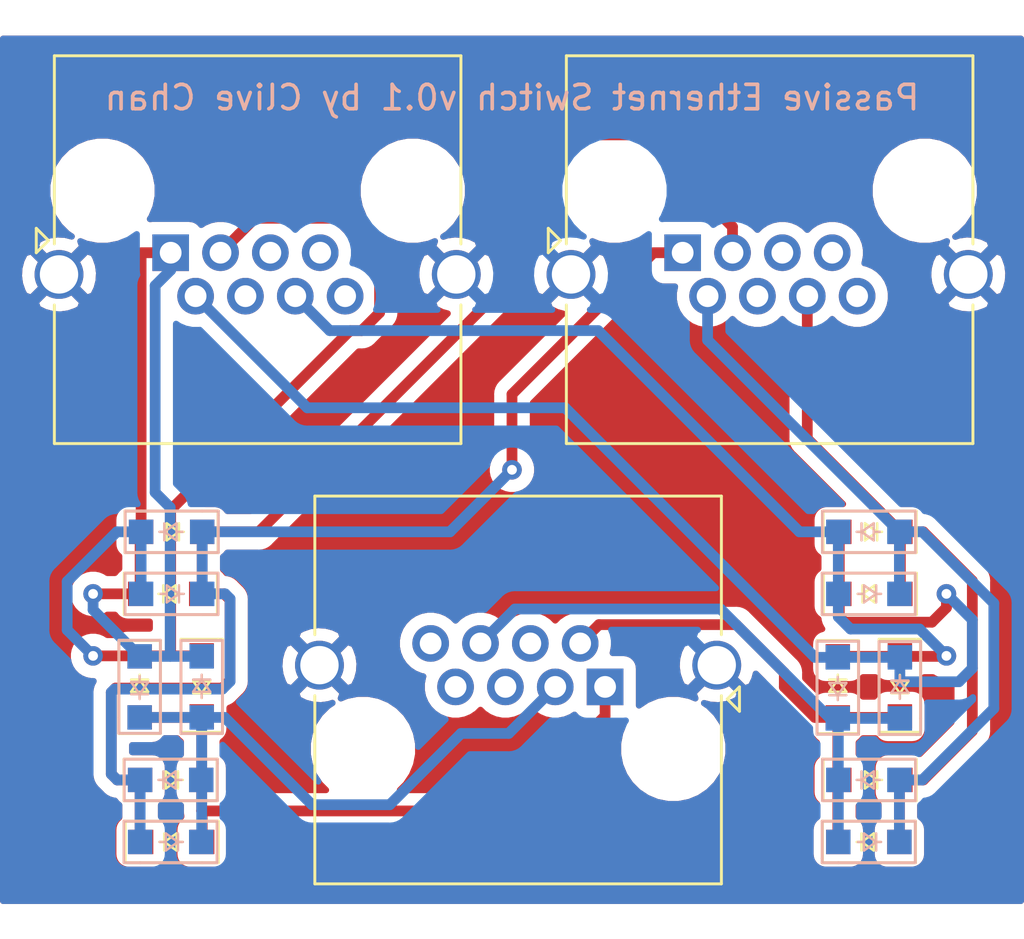
<source format=kicad_pcb>
(kicad_pcb (version 20171130) (host pcbnew "(5.1.4)-1")

  (general
    (thickness 1.6)
    (drawings 1)
    (tracks 154)
    (zones 0)
    (modules 28)
    (nets 26)
  )

  (page A4)
  (layers
    (0 F.Cu signal)
    (31 B.Cu signal)
    (32 B.Adhes user)
    (33 F.Adhes user)
    (34 B.Paste user)
    (35 F.Paste user)
    (36 B.SilkS user)
    (37 F.SilkS user)
    (38 B.Mask user)
    (39 F.Mask user)
    (40 Dwgs.User user)
    (41 Cmts.User user)
    (42 Eco1.User user)
    (43 Eco2.User user)
    (44 Edge.Cuts user)
    (45 Margin user)
    (46 B.CrtYd user)
    (47 F.CrtYd user)
    (48 B.Fab user)
    (49 F.Fab user)
  )

  (setup
    (last_trace_width 0.44)
    (user_trace_width 0.44)
    (trace_clearance 0.44)
    (zone_clearance 0.508)
    (zone_45_only no)
    (trace_min 0.4)
    (via_size 0.8)
    (via_drill 0.4)
    (via_min_size 0.4)
    (via_min_drill 0.3)
    (uvia_size 0.3)
    (uvia_drill 0.1)
    (uvias_allowed no)
    (uvia_min_size 0.2)
    (uvia_min_drill 0.1)
    (edge_width 0.1)
    (segment_width 0.2)
    (pcb_text_width 0.3)
    (pcb_text_size 1.5 1.5)
    (mod_edge_width 0.15)
    (mod_text_size 1 1)
    (mod_text_width 0.15)
    (pad_size 1.524 1.524)
    (pad_drill 0.762)
    (pad_to_mask_clearance 0)
    (aux_axis_origin 0 0)
    (visible_elements 7FFFFFFF)
    (pcbplotparams
      (layerselection 0x010fc_ffffffff)
      (usegerberextensions false)
      (usegerberattributes false)
      (usegerberadvancedattributes false)
      (creategerberjobfile false)
      (excludeedgelayer true)
      (linewidth 0.100000)
      (plotframeref false)
      (viasonmask false)
      (mode 1)
      (useauxorigin false)
      (hpglpennumber 1)
      (hpglpenspeed 20)
      (hpglpendiameter 15.000000)
      (psnegative false)
      (psa4output false)
      (plotreference true)
      (plotvalue true)
      (plotinvisibletext false)
      (padsonsilk false)
      (subtractmaskfromsilk false)
      (outputformat 1)
      (mirror false)
      (drillshape 0)
      (scaleselection 1)
      (outputdirectory "./gerber"))
  )

  (net 0 "")
  (net 1 C3)
  (net 2 A1)
  (net 3 B1)
  (net 4 A3)
  (net 5 B3)
  (net 6 C1)
  (net 7 C6)
  (net 8 A2)
  (net 9 B2)
  (net 10 A6)
  (net 11 B6)
  (net 12 C2)
  (net 13 GND)
  (net 14 "Net-(JA1-Pad8)")
  (net 15 "Net-(JA1-Pad4)")
  (net 16 "Net-(JA1-Pad7)")
  (net 17 "Net-(JA1-Pad5)")
  (net 18 "Net-(JB1-Pad8)")
  (net 19 "Net-(JB1-Pad4)")
  (net 20 "Net-(JB1-Pad7)")
  (net 21 "Net-(JB1-Pad5)")
  (net 22 "Net-(JC1-Pad8)")
  (net 23 "Net-(JC1-Pad4)")
  (net 24 "Net-(JC1-Pad7)")
  (net 25 "Net-(JC1-Pad5)")

  (net_class Default "This is the default net class."
    (clearance 0.44)
    (trace_width 0.44)
    (via_dia 0.8)
    (via_drill 0.4)
    (uvia_dia 0.3)
    (uvia_drill 0.1)
    (diff_pair_width 0.5)
    (diff_pair_gap 0.25)
    (add_net A1)
    (add_net A2)
    (add_net A3)
    (add_net A6)
    (add_net B1)
    (add_net B2)
    (add_net B3)
    (add_net B6)
    (add_net C1)
    (add_net C2)
    (add_net C3)
    (add_net C6)
    (add_net GND)
    (add_net "Net-(JA1-Pad4)")
    (add_net "Net-(JA1-Pad5)")
    (add_net "Net-(JA1-Pad7)")
    (add_net "Net-(JA1-Pad8)")
    (add_net "Net-(JB1-Pad4)")
    (add_net "Net-(JB1-Pad5)")
    (add_net "Net-(JB1-Pad7)")
    (add_net "Net-(JB1-Pad8)")
    (add_net "Net-(JC1-Pad4)")
    (add_net "Net-(JC1-Pad5)")
    (add_net "Net-(JC1-Pad7)")
    (add_net "Net-(JC1-Pad8)")
  )

  (module custom:waterloop-logo (layer B.Cu) (tedit 5E33DAED) (tstamp 5E34C627)
    (at 94.2848 105.8418 180)
    (fp_text reference G*** (at 0 0) (layer B.SilkS) hide
      (effects (font (size 1.524 1.524) (thickness 0.3)) (justify mirror))
    )
    (fp_text value LOGO (at 0.75 0) (layer B.SilkS) hide
      (effects (font (size 1.524 1.524) (thickness 0.3)) (justify mirror))
    )
    (fp_poly (pts (xy -1.845944 1.621122) (xy -1.838422 1.621115) (xy -1.781833 1.621016) (xy -1.733117 1.620829)
      (xy -1.691678 1.62053) (xy -1.656922 1.620097) (xy -1.628255 1.619506) (xy -1.605083 1.618733)
      (xy -1.58681 1.617757) (xy -1.572843 1.616554) (xy -1.562587 1.6151) (xy -1.555448 1.613372)
      (xy -1.550831 1.611347) (xy -1.548859 1.609819) (xy -1.545495 1.603023) (xy -1.542719 1.591763)
      (xy -1.54231 1.589071) (xy -1.542901 1.576756) (xy -1.546775 1.557532) (xy -1.553636 1.532165)
      (xy -1.56319 1.501421) (xy -1.575142 1.466064) (xy -1.589196 1.426859) (xy -1.605057 1.384572)
      (xy -1.62243 1.339968) (xy -1.641019 1.293812) (xy -1.66053 1.246869) (xy -1.680667 1.199905)
      (xy -1.701135 1.153684) (xy -1.721639 1.108973) (xy -1.741884 1.066535) (xy -1.751147 1.04775)
      (xy -1.785089 0.982139) (xy -1.817662 0.92433) (xy -1.849245 0.873841) (xy -1.88022 0.830192)
      (xy -1.910966 0.792899) (xy -1.941862 0.761482) (xy -1.973291 0.735459) (xy -2.00563 0.714348)
      (xy -2.020621 0.706303) (xy -2.075036 0.683116) (xy -2.132684 0.66626) (xy -2.191867 0.656004)
      (xy -2.250885 0.652621) (xy -2.308039 0.656381) (xy -2.321231 0.658366) (xy -2.376399 0.671538)
      (xy -2.432462 0.692525) (xy -2.464771 0.708036) (xy -2.517311 0.739839) (xy -2.564339 0.777404)
      (xy -2.605643 0.820022) (xy -2.641014 0.866983) (xy -2.670239 0.91758) (xy -2.693108 0.971102)
      (xy -2.709411 1.026841) (xy -2.718935 1.084087) (xy -2.72147 1.142132) (xy -2.716806 1.200266)
      (xy -2.70473 1.25778) (xy -2.685032 1.313966) (xy -2.659936 1.363979) (xy -2.628931 1.410665)
      (xy -2.592786 1.453592) (xy -2.552677 1.491694) (xy -2.509779 1.523907) (xy -2.465267 1.549167)
      (xy -2.44636 1.557451) (xy -2.41199 1.569602) (xy -2.372683 1.580491) (xy -2.327712 1.590261)
      (xy -2.276345 1.599057) (xy -2.217853 1.607021) (xy -2.164537 1.612984) (xy -2.145864 1.614817)
      (xy -2.127829 1.616364) (xy -2.109533 1.617648) (xy -2.090078 1.61869) (xy -2.068565 1.619514)
      (xy -2.044095 1.620142) (xy -2.01577 1.620596) (xy -1.982691 1.620899) (xy -1.94396 1.621072)
      (xy -1.898677 1.621139) (xy -1.845944 1.621122)) (layer B.Mask) (width 0.01))
    (fp_poly (pts (xy 2.717605 1.615225) (xy 2.723382 1.608489) (xy 2.725174 1.602806) (xy 2.723274 1.594838)
      (xy 2.720118 1.58665) (xy 2.716798 1.578955) (xy 2.712079 1.569128) (xy 2.705826 1.556944)
      (xy 2.697904 1.54218) (xy 2.688178 1.524613) (xy 2.676513 1.504018) (xy 2.662776 1.480172)
      (xy 2.64683 1.452851) (xy 2.628543 1.421832) (xy 2.607778 1.38689) (xy 2.584402 1.347802)
      (xy 2.558279 1.304344) (xy 2.529274 1.256293) (xy 2.497254 1.203424) (xy 2.462084 1.145515)
      (xy 2.423628 1.08234) (xy 2.381752 1.013677) (xy 2.336322 0.939302) (xy 2.287203 0.858991)
      (xy 2.234259 0.77252) (xy 2.177357 0.679666) (xy 2.116361 0.580204) (xy 2.051138 0.473912)
      (xy 2.005796 0.40005) (xy 1.966015 0.335288) (xy 1.924512 0.267781) (xy 1.881501 0.197875)
      (xy 1.837195 0.125915) (xy 1.791809 0.052246) (xy 1.745557 -0.022785) (xy 1.698652 -0.098832)
      (xy 1.65131 -0.175552) (xy 1.603743 -0.252597) (xy 1.556166 -0.329622) (xy 1.508792 -0.406282)
      (xy 1.461837 -0.482231) (xy 1.415513 -0.557123) (xy 1.370035 -0.630613) (xy 1.325617 -0.702355)
      (xy 1.282473 -0.772003) (xy 1.240817 -0.839213) (xy 1.200863 -0.903638) (xy 1.162825 -0.964933)
      (xy 1.126916 -1.022752) (xy 1.093352 -1.076749) (xy 1.062346 -1.12658) (xy 1.034111 -1.171898)
      (xy 1.008863 -1.212357) (xy 0.986815 -1.247613) (xy 0.96818 -1.27732) (xy 0.953174 -1.301131)
      (xy 0.94201 -1.318702) (xy 0.934902 -1.329686) (xy 0.93228 -1.3335) (xy 0.924202 -1.342883)
      (xy 0.911445 -1.356754) (xy 0.895375 -1.373673) (xy 0.877355 -1.392197) (xy 0.863922 -1.405736)
      (xy 0.813957 -1.451606) (xy 0.761141 -1.491853) (xy 0.703567 -1.527815) (xy 0.650092 -1.555709)
      (xy 0.618548 -1.570493) (xy 0.591301 -1.582085) (xy 0.565447 -1.591509) (xy 0.538082 -1.599789)
      (xy 0.5063 -1.60795) (xy 0.493183 -1.611065) (xy 0.474015 -1.6149) (xy 0.451182 -1.618227)
      (xy 0.424133 -1.621071) (xy 0.392318 -1.623458) (xy 0.355184 -1.625413) (xy 0.312183 -1.626962)
      (xy 0.262762 -1.628131) (xy 0.206371 -1.628944) (xy 0.142459 -1.629428) (xy 0.092382 -1.629584)
      (xy -0.062886 -1.629833) (xy -0.071752 -1.618562) (xy -0.077162 -1.611244) (xy -0.080602 -1.60453)
      (xy -0.081725 -1.597329) (xy -0.080185 -1.58855) (xy -0.075635 -1.577102) (xy -0.067728 -1.561895)
      (xy -0.056118 -1.541837) (xy -0.040458 -1.515838) (xy -0.037625 -1.511173) (xy 0.021607 -1.413683)
      (xy 0.082 -1.314338) (xy 0.143395 -1.213399) (xy 0.205632 -1.111127) (xy 0.268552 -1.007781)
      (xy 0.331996 -0.903623) (xy 0.395803 -0.798913) (xy 0.459814 -0.693912) (xy 0.523871 -0.58888)
      (xy 0.587812 -0.484078) (xy 0.651479 -0.379766) (xy 0.714713 -0.276205) (xy 0.777353 -0.173655)
      (xy 0.83924 -0.072378) (xy 0.900215 0.027367) (xy 0.960118 0.125318) (xy 1.018789 0.221216)
      (xy 1.07607 0.3148) (xy 1.1318 0.405809) (xy 1.185821 0.493982) (xy 1.237971 0.579059)
      (xy 1.288093 0.66078) (xy 1.336026 0.738883) (xy 1.381612 0.813109) (xy 1.424689 0.883197)
      (xy 1.4651 0.948886) (xy 1.502684 1.009915) (xy 1.537282 1.066024) (xy 1.568734 1.116953)
      (xy 1.596882 1.162441) (xy 1.621564 1.202227) (xy 1.642623 1.236051) (xy 1.659897 1.263652)
      (xy 1.673229 1.28477) (xy 1.682458 1.299144) (xy 1.687042 1.305984) (xy 1.730146 1.360064)
      (xy 1.78026 1.411458) (xy 1.836077 1.459065) (xy 1.89629 1.501784) (xy 1.95959 1.538512)
      (xy 1.968151 1.542875) (xy 2.020236 1.566474) (xy 2.075379 1.586877) (xy 2.131222 1.603375)
      (xy 2.185408 1.615259) (xy 2.22885 1.621245) (xy 2.242393 1.622108) (xy 2.263365 1.622914)
      (xy 2.290729 1.623646) (xy 2.323448 1.624287) (xy 2.360483 1.62482) (xy 2.400798 1.625227)
      (xy 2.443356 1.625491) (xy 2.487118 1.625596) (xy 2.491637 1.625597) (xy 2.707857 1.6256)
      (xy 2.717605 1.615225)) (layer B.Mask) (width 0.01))
    (fp_poly (pts (xy 0.634419 1.614793) (xy 0.640747 1.604562) (xy 0.643165 1.593772) (xy 0.641382 1.581066)
      (xy 0.635107 1.565084) (xy 0.624049 1.544468) (xy 0.616705 1.532113) (xy 0.599002 1.502988)
      (xy 0.577713 1.468041) (xy 0.553019 1.427569) (xy 0.525104 1.381871) (xy 0.494152 1.331243)
      (xy 0.460344 1.275985) (xy 0.423865 1.216393) (xy 0.384897 1.152765) (xy 0.343623 1.0854)
      (xy 0.300227 1.014595) (xy 0.25489 0.940648) (xy 0.207797 0.863856) (xy 0.15913 0.784518)
      (xy 0.109073 0.702931) (xy 0.057807 0.619394) (xy 0.005517 0.534203) (xy -0.047615 0.447657)
      (xy -0.101405 0.360054) (xy -0.155672 0.271691) (xy -0.21023 0.182867) (xy -0.264899 0.093878)
      (xy -0.319494 0.005023) (xy -0.373833 -0.0834) (xy -0.427733 -0.171093) (xy -0.48101 -0.25776)
      (xy -0.533482 -0.343101) (xy -0.584965 -0.426819) (xy -0.635277 -0.508617) (xy -0.684234 -0.588196)
      (xy -0.731655 -0.665259) (xy -0.777354 -0.739508) (xy -0.82115 -0.810645) (xy -0.86286 -0.878372)
      (xy -0.9023 -0.942391) (xy -0.939288 -1.002405) (xy -0.97364 -1.058116) (xy -1.005174 -1.109226)
      (xy -1.033706 -1.155437) (xy -1.059053 -1.196451) (xy -1.081033 -1.231971) (xy -1.099463 -1.261699)
      (xy -1.114159 -1.285337) (xy -1.124938 -1.302586) (xy -1.131617 -1.31315) (xy -1.13387 -1.316566)
      (xy -1.182672 -1.375224) (xy -1.237961 -1.429016) (xy -1.298996 -1.47748) (xy -1.365033 -1.520153)
      (xy -1.435328 -1.556572) (xy -1.509138 -1.586273) (xy -1.585719 -1.608794) (xy -1.6129 -1.614866)
      (xy -1.624388 -1.617188) (xy -1.634944 -1.619162) (xy -1.645369 -1.620826) (xy -1.656459 -1.622215)
      (xy -1.669015 -1.623368) (xy -1.683833 -1.62432) (xy -1.701713 -1.625108) (xy -1.723452 -1.62577)
      (xy -1.749851 -1.626342) (xy -1.781706 -1.62686) (xy -1.819816 -1.627363) (xy -1.864981 -1.627885)
      (xy -1.905 -1.628324) (xy -2.144183 -1.630921) (xy -2.155825 -1.618504) (xy -2.163415 -1.607789)
      (xy -2.167324 -1.597152) (xy -2.167467 -1.59532) (xy -2.165259 -1.590361) (xy -2.158687 -1.578324)
      (xy -2.147828 -1.559338) (xy -2.132761 -1.533532) (xy -2.113563 -1.501036) (xy -2.090312 -1.461979)
      (xy -2.063086 -1.416492) (xy -2.031962 -1.364702) (xy -1.997019 -1.306741) (xy -1.958333 -1.242736)
      (xy -1.915984 -1.172818) (xy -1.870048 -1.097116) (xy -1.820604 -1.01576) (xy -1.767729 -0.928878)
      (xy -1.717384 -0.846252) (xy -1.672029 -0.771884) (xy -1.624999 -0.69483) (xy -1.576487 -0.615403)
      (xy -1.526686 -0.533918) (xy -1.47579 -0.450688) (xy -1.42399 -0.366028) (xy -1.37148 -0.28025)
      (xy -1.318454 -0.19367) (xy -1.265104 -0.106601) (xy -1.211623 -0.019356) (xy -1.158204 0.067749)
      (xy -1.10504 0.154401) (xy -1.052325 0.240286) (xy -1.00025 0.325091) (xy -0.949011 0.4085)
      (xy -0.898798 0.490201) (xy -0.849806 0.569879) (xy -0.802227 0.647221) (xy -0.756254 0.721912)
      (xy -0.712081 0.793638) (xy -0.6699 0.862086) (xy -0.629905 0.926942) (xy -0.592288 0.987891)
      (xy -0.557242 1.04462) (xy -0.524961 1.096814) (xy -0.495638 1.14416) (xy -0.469465 1.186344)
      (xy -0.446635 1.223052) (xy -0.427342 1.25397) (xy -0.411779 1.278784) (xy -0.400138 1.297179)
      (xy -0.392613 1.308843) (xy -0.390257 1.312334) (xy -0.374603 1.332468) (xy -0.353867 1.356152)
      (xy -0.329674 1.381765) (xy -0.303644 1.407684) (xy -0.2774 1.432288) (xy -0.252565 1.453954)
      (xy -0.233487 1.469064) (xy -0.170962 1.510727) (xy -0.102871 1.547417) (xy -0.03101 1.578346)
      (xy 0.042829 1.602728) (xy 0.10507 1.617573) (xy 0.115052 1.618684) (xy 0.133109 1.61974)
      (xy 0.158852 1.620731) (xy 0.19189 1.621648) (xy 0.231832 1.62248) (xy 0.278287 1.623219)
      (xy 0.330866 1.623854) (xy 0.377244 1.624283) (xy 0.625372 1.626294) (xy 0.634419 1.614793)) (layer B.Mask) (width 0.01))
  )

  (module custom:RJ45_Amphenol_RJHSE5380 (layer F.Cu) (tedit 5E33D4EE) (tstamp 5E334D10)
    (at 97.79 100.33 180)
    (descr "Shielded, https://www.amphenolcanada.com/ProductSearch/drawings/AC/RJHSE538X.pdf")
    (tags "RJ45 8p8c ethernet cat5")
    (path /5E472F2B)
    (fp_text reference JC1 (at 3.56 -9.5) (layer F.Fab)
      (effects (font (size 1 1) (thickness 0.15)))
    )
    (fp_text value RJ45_Shielded (at 3.56 9.5) (layer F.Fab)
      (effects (font (size 1 1) (thickness 0.15)))
    )
    (fp_line (start -5.5 -1) (end -5 -0.5) (layer F.SilkS) (width 0.12))
    (fp_line (start -5.5 0) (end -5.5 -1) (layer F.SilkS) (width 0.12))
    (fp_line (start -5 -0.5) (end -5.5 0) (layer F.SilkS) (width 0.12))
    (fp_text user %R (at 3.56 -6) (layer F.Fab)
      (effects (font (size 1 1) (thickness 0.15)))
    )
    (fp_line (start 13.19 -8.5) (end 13.19 8.25) (layer F.CrtYd) (width 0.05))
    (fp_line (start -6.07 8.25) (end 13.19 8.25) (layer F.CrtYd) (width 0.05))
    (fp_line (start -6.07 -8.5) (end -6.07 8.25) (layer F.CrtYd) (width 0.05))
    (fp_line (start -6.07 -8.5) (end 13.19 -8.5) (layer F.CrtYd) (width 0.05))
    (fp_line (start -4.695 -7) (end -3.695 -8) (layer F.Fab) (width 0.1))
    (fp_line (start 11.88 7.815) (end 11.88 2.14) (layer F.SilkS) (width 0.12))
    (fp_line (start -4.76 7.815) (end -4.76 2.14) (layer F.SilkS) (width 0.12))
    (fp_line (start -4.76 7.815) (end 11.88 7.815) (layer F.SilkS) (width 0.12))
    (fp_line (start 11.88 -8.065) (end 11.88 -0.36) (layer F.SilkS) (width 0.12))
    (fp_line (start -4.76 -8.065) (end -4.76 -0.36) (layer F.SilkS) (width 0.12))
    (fp_line (start -4.76 -8.065) (end 11.88 -8.065) (layer F.SilkS) (width 0.12))
    (fp_line (start 11.815 -8) (end 11.815 7.75) (layer F.Fab) (width 0.1))
    (fp_line (start -3.695 -8) (end 11.815 -8) (layer F.Fab) (width 0.1))
    (fp_line (start -4.695 7.75) (end 11.815 7.75) (layer F.Fab) (width 0.1))
    (fp_line (start -4.695 -7) (end -4.695 7.75) (layer F.Fab) (width 0.1))
    (pad SH thru_hole circle (at -4.57 0.89 180) (size 2 2) (drill 1.57) (layers *.Cu *.Mask)
      (net 13 GND))
    (pad SH thru_hole circle (at 11.69 0.89 180) (size 2 2) (drill 1.57) (layers *.Cu *.Mask)
      (net 13 GND))
    (pad "" np_thru_hole circle (at 9.91 -2.54 180) (size 3.25 3.25) (drill 3.25) (layers *.Cu *.Mask))
    (pad "" np_thru_hole circle (at -2.79 -2.54 180) (size 3.25 3.25) (drill 3.25) (layers *.Cu *.Mask))
    (pad 8 thru_hole circle (at 7.14 1.78 180) (size 1.5 1.5) (drill 0.89) (layers *.Cu *.Mask)
      (net 22 "Net-(JC1-Pad8)"))
    (pad 6 thru_hole circle (at 5.1 1.78 180) (size 1.5 1.5) (drill 0.89) (layers *.Cu *.Mask)
      (net 7 C6))
    (pad 4 thru_hole circle (at 3.06 1.78 180) (size 1.5 1.5) (drill 0.89) (layers *.Cu *.Mask)
      (net 23 "Net-(JC1-Pad4)"))
    (pad 2 thru_hole circle (at 1.02 1.78 180) (size 1.5 1.5) (drill 0.89) (layers *.Cu *.Mask)
      (net 12 C2))
    (pad 7 thru_hole circle (at 6.12 0 180) (size 1.5 1.5) (drill 0.89) (layers *.Cu *.Mask)
      (net 24 "Net-(JC1-Pad7)"))
    (pad 5 thru_hole circle (at 4.08 0 180) (size 1.5 1.5) (drill 0.89) (layers *.Cu *.Mask)
      (net 25 "Net-(JC1-Pad5)"))
    (pad 3 thru_hole circle (at 2.04 0 180) (size 1.5 1.5) (drill 0.89) (layers *.Cu *.Mask)
      (net 1 C3))
    (pad 1 thru_hole rect (at 0 0 180) (size 1.5 1.5) (drill 0.89) (layers *.Cu *.Mask)
      (net 6 C1))
    (model ${KISYS3DMOD}/Connector_RJ.3dshapes/RJ45_Amphenol_RJHSE5380.wrl
      (at (xyz 0 0 0))
      (scale (xyz 1 1 1))
      (rotate (xyz 0 0 0))
    )
  )

  (module custom:RJ45_Amphenol_RJHSE5380 (layer F.Cu) (tedit 5E33D4EE) (tstamp 5E334CED)
    (at 100.965 82.55)
    (descr "Shielded, https://www.amphenolcanada.com/ProductSearch/drawings/AC/RJHSE538X.pdf")
    (tags "RJ45 8p8c ethernet cat5")
    (path /5E39852A)
    (fp_text reference JB1 (at 3.56 -9.5) (layer F.Fab)
      (effects (font (size 1 1) (thickness 0.15)))
    )
    (fp_text value RJ45_Shielded (at 3.56 9.5) (layer F.Fab)
      (effects (font (size 1 1) (thickness 0.15)))
    )
    (fp_line (start -5.5 -1) (end -5 -0.5) (layer F.SilkS) (width 0.12))
    (fp_line (start -5.5 0) (end -5.5 -1) (layer F.SilkS) (width 0.12))
    (fp_line (start -5 -0.5) (end -5.5 0) (layer F.SilkS) (width 0.12))
    (fp_text user %R (at 3.56 -6) (layer F.Fab)
      (effects (font (size 1 1) (thickness 0.15)))
    )
    (fp_line (start 13.19 -8.5) (end 13.19 8.25) (layer F.CrtYd) (width 0.05))
    (fp_line (start -6.07 8.25) (end 13.19 8.25) (layer F.CrtYd) (width 0.05))
    (fp_line (start -6.07 -8.5) (end -6.07 8.25) (layer F.CrtYd) (width 0.05))
    (fp_line (start -6.07 -8.5) (end 13.19 -8.5) (layer F.CrtYd) (width 0.05))
    (fp_line (start -4.695 -7) (end -3.695 -8) (layer F.Fab) (width 0.1))
    (fp_line (start 11.88 7.815) (end 11.88 2.14) (layer F.SilkS) (width 0.12))
    (fp_line (start -4.76 7.815) (end -4.76 2.14) (layer F.SilkS) (width 0.12))
    (fp_line (start -4.76 7.815) (end 11.88 7.815) (layer F.SilkS) (width 0.12))
    (fp_line (start 11.88 -8.065) (end 11.88 -0.36) (layer F.SilkS) (width 0.12))
    (fp_line (start -4.76 -8.065) (end -4.76 -0.36) (layer F.SilkS) (width 0.12))
    (fp_line (start -4.76 -8.065) (end 11.88 -8.065) (layer F.SilkS) (width 0.12))
    (fp_line (start 11.815 -8) (end 11.815 7.75) (layer F.Fab) (width 0.1))
    (fp_line (start -3.695 -8) (end 11.815 -8) (layer F.Fab) (width 0.1))
    (fp_line (start -4.695 7.75) (end 11.815 7.75) (layer F.Fab) (width 0.1))
    (fp_line (start -4.695 -7) (end -4.695 7.75) (layer F.Fab) (width 0.1))
    (pad SH thru_hole circle (at -4.57 0.89) (size 2 2) (drill 1.57) (layers *.Cu *.Mask)
      (net 13 GND))
    (pad SH thru_hole circle (at 11.69 0.89) (size 2 2) (drill 1.57) (layers *.Cu *.Mask)
      (net 13 GND))
    (pad "" np_thru_hole circle (at 9.91 -2.54) (size 3.25 3.25) (drill 3.25) (layers *.Cu *.Mask))
    (pad "" np_thru_hole circle (at -2.79 -2.54) (size 3.25 3.25) (drill 3.25) (layers *.Cu *.Mask))
    (pad 8 thru_hole circle (at 7.14 1.78) (size 1.5 1.5) (drill 0.89) (layers *.Cu *.Mask)
      (net 18 "Net-(JB1-Pad8)"))
    (pad 6 thru_hole circle (at 5.1 1.78) (size 1.5 1.5) (drill 0.89) (layers *.Cu *.Mask)
      (net 11 B6))
    (pad 4 thru_hole circle (at 3.06 1.78) (size 1.5 1.5) (drill 0.89) (layers *.Cu *.Mask)
      (net 19 "Net-(JB1-Pad4)"))
    (pad 2 thru_hole circle (at 1.02 1.78) (size 1.5 1.5) (drill 0.89) (layers *.Cu *.Mask)
      (net 9 B2))
    (pad 7 thru_hole circle (at 6.12 0) (size 1.5 1.5) (drill 0.89) (layers *.Cu *.Mask)
      (net 20 "Net-(JB1-Pad7)"))
    (pad 5 thru_hole circle (at 4.08 0) (size 1.5 1.5) (drill 0.89) (layers *.Cu *.Mask)
      (net 21 "Net-(JB1-Pad5)"))
    (pad 3 thru_hole circle (at 2.04 0) (size 1.5 1.5) (drill 0.89) (layers *.Cu *.Mask)
      (net 5 B3))
    (pad 1 thru_hole rect (at 0 0) (size 1.5 1.5) (drill 0.89) (layers *.Cu *.Mask)
      (net 3 B1))
    (model ${KISYS3DMOD}/Connector_RJ.3dshapes/RJ45_Amphenol_RJHSE5380.wrl
      (at (xyz 0 0 0))
      (scale (xyz 1 1 1))
      (rotate (xyz 0 0 0))
    )
  )

  (module custom:RJ45_Amphenol_RJHSE5380 (layer F.Cu) (tedit 5E33D4EE) (tstamp 5E334CCA)
    (at 80.01 82.55)
    (descr "Shielded, https://www.amphenolcanada.com/ProductSearch/drawings/AC/RJHSE538X.pdf")
    (tags "RJ45 8p8c ethernet cat5")
    (path /5E3959C1)
    (fp_text reference JA1 (at 3.56 -9.5) (layer F.Fab)
      (effects (font (size 1 1) (thickness 0.15)))
    )
    (fp_text value RJ45_Shielded (at 3.56 9.5) (layer F.Fab)
      (effects (font (size 1 1) (thickness 0.15)))
    )
    (fp_line (start -5.5 -1) (end -5 -0.5) (layer F.SilkS) (width 0.12))
    (fp_line (start -5.5 0) (end -5.5 -1) (layer F.SilkS) (width 0.12))
    (fp_line (start -5 -0.5) (end -5.5 0) (layer F.SilkS) (width 0.12))
    (fp_text user %R (at 3.56 -6) (layer F.Fab)
      (effects (font (size 1 1) (thickness 0.15)))
    )
    (fp_line (start 13.19 -8.5) (end 13.19 8.25) (layer F.CrtYd) (width 0.05))
    (fp_line (start -6.07 8.25) (end 13.19 8.25) (layer F.CrtYd) (width 0.05))
    (fp_line (start -6.07 -8.5) (end -6.07 8.25) (layer F.CrtYd) (width 0.05))
    (fp_line (start -6.07 -8.5) (end 13.19 -8.5) (layer F.CrtYd) (width 0.05))
    (fp_line (start -4.695 -7) (end -3.695 -8) (layer F.Fab) (width 0.1))
    (fp_line (start 11.88 7.815) (end 11.88 2.14) (layer F.SilkS) (width 0.12))
    (fp_line (start -4.76 7.815) (end -4.76 2.14) (layer F.SilkS) (width 0.12))
    (fp_line (start -4.76 7.815) (end 11.88 7.815) (layer F.SilkS) (width 0.12))
    (fp_line (start 11.88 -8.065) (end 11.88 -0.36) (layer F.SilkS) (width 0.12))
    (fp_line (start -4.76 -8.065) (end -4.76 -0.36) (layer F.SilkS) (width 0.12))
    (fp_line (start -4.76 -8.065) (end 11.88 -8.065) (layer F.SilkS) (width 0.12))
    (fp_line (start 11.815 -8) (end 11.815 7.75) (layer F.Fab) (width 0.1))
    (fp_line (start -3.695 -8) (end 11.815 -8) (layer F.Fab) (width 0.1))
    (fp_line (start -4.695 7.75) (end 11.815 7.75) (layer F.Fab) (width 0.1))
    (fp_line (start -4.695 -7) (end -4.695 7.75) (layer F.Fab) (width 0.1))
    (pad SH thru_hole circle (at -4.57 0.89) (size 2 2) (drill 1.57) (layers *.Cu *.Mask)
      (net 13 GND))
    (pad SH thru_hole circle (at 11.69 0.89) (size 2 2) (drill 1.57) (layers *.Cu *.Mask)
      (net 13 GND))
    (pad "" np_thru_hole circle (at 9.91 -2.54) (size 3.25 3.25) (drill 3.25) (layers *.Cu *.Mask))
    (pad "" np_thru_hole circle (at -2.79 -2.54) (size 3.25 3.25) (drill 3.25) (layers *.Cu *.Mask))
    (pad 8 thru_hole circle (at 7.14 1.78) (size 1.5 1.5) (drill 0.89) (layers *.Cu *.Mask)
      (net 14 "Net-(JA1-Pad8)"))
    (pad 6 thru_hole circle (at 5.1 1.78) (size 1.5 1.5) (drill 0.89) (layers *.Cu *.Mask)
      (net 10 A6))
    (pad 4 thru_hole circle (at 3.06 1.78) (size 1.5 1.5) (drill 0.89) (layers *.Cu *.Mask)
      (net 15 "Net-(JA1-Pad4)"))
    (pad 2 thru_hole circle (at 1.02 1.78) (size 1.5 1.5) (drill 0.89) (layers *.Cu *.Mask)
      (net 8 A2))
    (pad 7 thru_hole circle (at 6.12 0) (size 1.5 1.5) (drill 0.89) (layers *.Cu *.Mask)
      (net 16 "Net-(JA1-Pad7)"))
    (pad 5 thru_hole circle (at 4.08 0) (size 1.5 1.5) (drill 0.89) (layers *.Cu *.Mask)
      (net 17 "Net-(JA1-Pad5)"))
    (pad 3 thru_hole circle (at 2.04 0) (size 1.5 1.5) (drill 0.89) (layers *.Cu *.Mask)
      (net 4 A3))
    (pad 1 thru_hole rect (at 0 0) (size 1.5 1.5) (drill 0.89) (layers *.Cu *.Mask)
      (net 2 A1))
    (model ${KISYS3DMOD}/Connector_RJ.3dshapes/RJ45_Amphenol_RJHSE5380.wrl
      (at (xyz 0 0 0))
      (scale (xyz 1 1 1))
      (rotate (xyz 0 0 0))
    )
  )

  (module custom:D_SOD-323_HandSoldering_CustomSilk (layer F.Cu) (tedit 5E33D42D) (tstamp 5E334CA7)
    (at 107.315 100.33 270)
    (descr SOD-323)
    (tags SOD-323)
    (path /5E361C45)
    (attr smd)
    (fp_text reference D24 (at 0 -1.85 90) (layer F.SilkS) hide
      (effects (font (size 1 1) (thickness 0.15)))
    )
    (fp_text value D (at 0.1 1.9 90) (layer F.Fab) hide
      (effects (font (size 1 1) (thickness 0.15)))
    )
    (fp_line (start 1.91 0.85) (end 1.91 0.674) (layer F.SilkS) (width 0.12))
    (fp_line (start 1.25 0.85) (end 1.91 0.85) (layer F.SilkS) (width 0.12))
    (fp_line (start 1.91 -0.85) (end 1.91 0.674) (layer F.SilkS) (width 0.12))
    (fp_line (start 1.25 -0.85) (end 1.91 -0.85) (layer F.SilkS) (width 0.12))
    (fp_line (start -1.9 -0.85) (end 1.25 -0.85) (layer F.SilkS) (width 0.12))
    (fp_line (start -1.9 0.85) (end 1.25 0.85) (layer F.SilkS) (width 0.12))
    (fp_line (start -2 -0.95) (end -2 0.95) (layer F.CrtYd) (width 0.05))
    (fp_line (start -2 0.95) (end 2 0.95) (layer F.CrtYd) (width 0.05))
    (fp_line (start 2 -0.95) (end 2 0.95) (layer F.CrtYd) (width 0.05))
    (fp_line (start -2 -0.95) (end 2 -0.95) (layer F.CrtYd) (width 0.05))
    (fp_line (start -0.9 -0.7) (end 0.9 -0.7) (layer F.Fab) (width 0.1))
    (fp_line (start 0.9 -0.7) (end 0.9 0.7) (layer F.Fab) (width 0.1))
    (fp_line (start 0.9 0.7) (end -0.9 0.7) (layer F.Fab) (width 0.1))
    (fp_line (start -0.9 0.7) (end -0.9 -0.7) (layer F.Fab) (width 0.1))
    (fp_line (start -0.3 -0.35) (end -0.3 0.35) (layer F.SilkS) (width 0.1))
    (fp_line (start -0.3 0) (end -0.5 0) (layer F.SilkS) (width 0.1))
    (fp_line (start -0.3 0) (end 0.2 -0.35) (layer F.SilkS) (width 0.1))
    (fp_line (start 0.2 -0.35) (end 0.2 0.35) (layer F.SilkS) (width 0.1))
    (fp_line (start 0.2 0.35) (end -0.3 0) (layer F.SilkS) (width 0.1))
    (fp_line (start 0.2 0) (end 0.45 0) (layer F.SilkS) (width 0.1))
    (fp_line (start -1.9 -0.85) (end -1.9 0.85) (layer F.SilkS) (width 0.12))
    (fp_text user %R (at 0 -1.85 90) (layer F.Fab)
      (effects (font (size 1 1) (thickness 0.15)))
    )
    (pad 2 smd rect (at 1.25 0 270) (size 1 1) (layers F.Cu F.Paste F.Mask)
      (net 12 C2))
    (pad 1 smd rect (at -1.25 0 270) (size 1 1) (layers F.Cu F.Paste F.Mask)
      (net 10 A6))
    (model ${KISYS3DMOD}/Diode_SMD.3dshapes/D_SOD-323.wrl
      (at (xyz 0 0 0))
      (scale (xyz 1 1 1))
      (rotate (xyz 0 0 0))
    )
  )

  (module custom:D_SOD-323_HandSoldering_CustomSilk (layer F.Cu) (tedit 5E33D42D) (tstamp 5E334C8F)
    (at 108.585 106.68)
    (descr SOD-323)
    (tags SOD-323)
    (path /5E35CB1B)
    (attr smd)
    (fp_text reference D23 (at 0 -1.85) (layer F.SilkS) hide
      (effects (font (size 1 1) (thickness 0.15)))
    )
    (fp_text value D (at 0.1 1.9) (layer F.Fab) hide
      (effects (font (size 1 1) (thickness 0.15)))
    )
    (fp_line (start 1.91 0.85) (end 1.91 0.674) (layer F.SilkS) (width 0.12))
    (fp_line (start 1.25 0.85) (end 1.91 0.85) (layer F.SilkS) (width 0.12))
    (fp_line (start 1.91 -0.85) (end 1.91 0.674) (layer F.SilkS) (width 0.12))
    (fp_line (start 1.25 -0.85) (end 1.91 -0.85) (layer F.SilkS) (width 0.12))
    (fp_line (start -1.9 -0.85) (end 1.25 -0.85) (layer F.SilkS) (width 0.12))
    (fp_line (start -1.9 0.85) (end 1.25 0.85) (layer F.SilkS) (width 0.12))
    (fp_line (start -2 -0.95) (end -2 0.95) (layer F.CrtYd) (width 0.05))
    (fp_line (start -2 0.95) (end 2 0.95) (layer F.CrtYd) (width 0.05))
    (fp_line (start 2 -0.95) (end 2 0.95) (layer F.CrtYd) (width 0.05))
    (fp_line (start -2 -0.95) (end 2 -0.95) (layer F.CrtYd) (width 0.05))
    (fp_line (start -0.9 -0.7) (end 0.9 -0.7) (layer F.Fab) (width 0.1))
    (fp_line (start 0.9 -0.7) (end 0.9 0.7) (layer F.Fab) (width 0.1))
    (fp_line (start 0.9 0.7) (end -0.9 0.7) (layer F.Fab) (width 0.1))
    (fp_line (start -0.9 0.7) (end -0.9 -0.7) (layer F.Fab) (width 0.1))
    (fp_line (start -0.3 -0.35) (end -0.3 0.35) (layer F.SilkS) (width 0.1))
    (fp_line (start -0.3 0) (end -0.5 0) (layer F.SilkS) (width 0.1))
    (fp_line (start -0.3 0) (end 0.2 -0.35) (layer F.SilkS) (width 0.1))
    (fp_line (start 0.2 -0.35) (end 0.2 0.35) (layer F.SilkS) (width 0.1))
    (fp_line (start 0.2 0.35) (end -0.3 0) (layer F.SilkS) (width 0.1))
    (fp_line (start 0.2 0) (end 0.45 0) (layer F.SilkS) (width 0.1))
    (fp_line (start -1.9 -0.85) (end -1.9 0.85) (layer F.SilkS) (width 0.12))
    (fp_text user %R (at 0 -1.85) (layer F.Fab)
      (effects (font (size 1 1) (thickness 0.15)))
    )
    (pad 2 smd rect (at 1.25 0) (size 1 1) (layers F.Cu F.Paste F.Mask)
      (net 11 B6))
    (pad 1 smd rect (at -1.25 0) (size 1 1) (layers F.Cu F.Paste F.Mask)
      (net 12 C2))
    (model ${KISYS3DMOD}/Diode_SMD.3dshapes/D_SOD-323.wrl
      (at (xyz 0 0 0))
      (scale (xyz 1 1 1))
      (rotate (xyz 0 0 0))
    )
  )

  (module custom:D_SOD-323_HandSoldering_CustomSilk (layer F.Cu) (tedit 5E33D42D) (tstamp 5E334C77)
    (at 108.625 93.98 180)
    (descr SOD-323)
    (tags SOD-323)
    (path /5E35654F)
    (attr smd)
    (fp_text reference D22 (at 0 -1.85) (layer F.SilkS) hide
      (effects (font (size 1 1) (thickness 0.15)))
    )
    (fp_text value D (at 0.1 1.9) (layer F.Fab) hide
      (effects (font (size 1 1) (thickness 0.15)))
    )
    (fp_line (start 1.91 0.85) (end 1.91 0.674) (layer F.SilkS) (width 0.12))
    (fp_line (start 1.25 0.85) (end 1.91 0.85) (layer F.SilkS) (width 0.12))
    (fp_line (start 1.91 -0.85) (end 1.91 0.674) (layer F.SilkS) (width 0.12))
    (fp_line (start 1.25 -0.85) (end 1.91 -0.85) (layer F.SilkS) (width 0.12))
    (fp_line (start -1.9 -0.85) (end 1.25 -0.85) (layer F.SilkS) (width 0.12))
    (fp_line (start -1.9 0.85) (end 1.25 0.85) (layer F.SilkS) (width 0.12))
    (fp_line (start -2 -0.95) (end -2 0.95) (layer F.CrtYd) (width 0.05))
    (fp_line (start -2 0.95) (end 2 0.95) (layer F.CrtYd) (width 0.05))
    (fp_line (start 2 -0.95) (end 2 0.95) (layer F.CrtYd) (width 0.05))
    (fp_line (start -2 -0.95) (end 2 -0.95) (layer F.CrtYd) (width 0.05))
    (fp_line (start -0.9 -0.7) (end 0.9 -0.7) (layer F.Fab) (width 0.1))
    (fp_line (start 0.9 -0.7) (end 0.9 0.7) (layer F.Fab) (width 0.1))
    (fp_line (start 0.9 0.7) (end -0.9 0.7) (layer F.Fab) (width 0.1))
    (fp_line (start -0.9 0.7) (end -0.9 -0.7) (layer F.Fab) (width 0.1))
    (fp_line (start -0.3 -0.35) (end -0.3 0.35) (layer F.SilkS) (width 0.1))
    (fp_line (start -0.3 0) (end -0.5 0) (layer F.SilkS) (width 0.1))
    (fp_line (start -0.3 0) (end 0.2 -0.35) (layer F.SilkS) (width 0.1))
    (fp_line (start 0.2 -0.35) (end 0.2 0.35) (layer F.SilkS) (width 0.1))
    (fp_line (start 0.2 0.35) (end -0.3 0) (layer F.SilkS) (width 0.1))
    (fp_line (start 0.2 0) (end 0.45 0) (layer F.SilkS) (width 0.1))
    (fp_line (start -1.9 -0.85) (end -1.9 0.85) (layer F.SilkS) (width 0.12))
    (fp_text user %R (at 0 -1.85) (layer F.Fab)
      (effects (font (size 1 1) (thickness 0.15)))
    )
    (pad 2 smd rect (at 1.25 0 180) (size 1 1) (layers F.Cu F.Paste F.Mask)
      (net 8 A2))
    (pad 1 smd rect (at -1.25 0 180) (size 1 1) (layers F.Cu F.Paste F.Mask)
      (net 11 B6))
    (model ${KISYS3DMOD}/Diode_SMD.3dshapes/D_SOD-323.wrl
      (at (xyz 0 0 0))
      (scale (xyz 1 1 1))
      (rotate (xyz 0 0 0))
    )
  )

  (module custom:D_SOD-323_HandSoldering_CustomSilk (layer F.Cu) (tedit 5E33D42D) (tstamp 5E334C5F)
    (at 109.855 100.29 90)
    (descr SOD-323)
    (tags SOD-323)
    (path /5E361C3F)
    (attr smd)
    (fp_text reference D21 (at 0 -1.85 90) (layer F.SilkS) hide
      (effects (font (size 1 1) (thickness 0.15)))
    )
    (fp_text value D (at 0.1 1.9 90) (layer F.Fab) hide
      (effects (font (size 1 1) (thickness 0.15)))
    )
    (fp_line (start 1.91 0.85) (end 1.91 0.674) (layer F.SilkS) (width 0.12))
    (fp_line (start 1.25 0.85) (end 1.91 0.85) (layer F.SilkS) (width 0.12))
    (fp_line (start 1.91 -0.85) (end 1.91 0.674) (layer F.SilkS) (width 0.12))
    (fp_line (start 1.25 -0.85) (end 1.91 -0.85) (layer F.SilkS) (width 0.12))
    (fp_line (start -1.9 -0.85) (end 1.25 -0.85) (layer F.SilkS) (width 0.12))
    (fp_line (start -1.9 0.85) (end 1.25 0.85) (layer F.SilkS) (width 0.12))
    (fp_line (start -2 -0.95) (end -2 0.95) (layer F.CrtYd) (width 0.05))
    (fp_line (start -2 0.95) (end 2 0.95) (layer F.CrtYd) (width 0.05))
    (fp_line (start 2 -0.95) (end 2 0.95) (layer F.CrtYd) (width 0.05))
    (fp_line (start -2 -0.95) (end 2 -0.95) (layer F.CrtYd) (width 0.05))
    (fp_line (start -0.9 -0.7) (end 0.9 -0.7) (layer F.Fab) (width 0.1))
    (fp_line (start 0.9 -0.7) (end 0.9 0.7) (layer F.Fab) (width 0.1))
    (fp_line (start 0.9 0.7) (end -0.9 0.7) (layer F.Fab) (width 0.1))
    (fp_line (start -0.9 0.7) (end -0.9 -0.7) (layer F.Fab) (width 0.1))
    (fp_line (start -0.3 -0.35) (end -0.3 0.35) (layer F.SilkS) (width 0.1))
    (fp_line (start -0.3 0) (end -0.5 0) (layer F.SilkS) (width 0.1))
    (fp_line (start -0.3 0) (end 0.2 -0.35) (layer F.SilkS) (width 0.1))
    (fp_line (start 0.2 -0.35) (end 0.2 0.35) (layer F.SilkS) (width 0.1))
    (fp_line (start 0.2 0.35) (end -0.3 0) (layer F.SilkS) (width 0.1))
    (fp_line (start 0.2 0) (end 0.45 0) (layer F.SilkS) (width 0.1))
    (fp_line (start -1.9 -0.85) (end -1.9 0.85) (layer F.SilkS) (width 0.12))
    (fp_text user %R (at 0 -1.85 90) (layer F.Fab)
      (effects (font (size 1 1) (thickness 0.15)))
    )
    (pad 2 smd rect (at 1.25 0 90) (size 1 1) (layers F.Cu F.Paste F.Mask)
      (net 10 A6))
    (pad 1 smd rect (at -1.25 0 90) (size 1 1) (layers F.Cu F.Paste F.Mask)
      (net 12 C2))
    (model ${KISYS3DMOD}/Diode_SMD.3dshapes/D_SOD-323.wrl
      (at (xyz 0 0 0))
      (scale (xyz 1 1 1))
      (rotate (xyz 0 0 0))
    )
  )

  (module custom:D_SOD-323_HandSoldering_CustomSilk (layer F.Cu) (tedit 5E33D42D) (tstamp 5E334C47)
    (at 108.625 104.14 180)
    (descr SOD-323)
    (tags SOD-323)
    (path /5E35CB15)
    (attr smd)
    (fp_text reference D20 (at 0 -1.85) (layer F.SilkS) hide
      (effects (font (size 1 1) (thickness 0.15)))
    )
    (fp_text value D (at 0.1 1.9) (layer F.Fab) hide
      (effects (font (size 1 1) (thickness 0.15)))
    )
    (fp_line (start 1.91 0.85) (end 1.91 0.674) (layer F.SilkS) (width 0.12))
    (fp_line (start 1.25 0.85) (end 1.91 0.85) (layer F.SilkS) (width 0.12))
    (fp_line (start 1.91 -0.85) (end 1.91 0.674) (layer F.SilkS) (width 0.12))
    (fp_line (start 1.25 -0.85) (end 1.91 -0.85) (layer F.SilkS) (width 0.12))
    (fp_line (start -1.9 -0.85) (end 1.25 -0.85) (layer F.SilkS) (width 0.12))
    (fp_line (start -1.9 0.85) (end 1.25 0.85) (layer F.SilkS) (width 0.12))
    (fp_line (start -2 -0.95) (end -2 0.95) (layer F.CrtYd) (width 0.05))
    (fp_line (start -2 0.95) (end 2 0.95) (layer F.CrtYd) (width 0.05))
    (fp_line (start 2 -0.95) (end 2 0.95) (layer F.CrtYd) (width 0.05))
    (fp_line (start -2 -0.95) (end 2 -0.95) (layer F.CrtYd) (width 0.05))
    (fp_line (start -0.9 -0.7) (end 0.9 -0.7) (layer F.Fab) (width 0.1))
    (fp_line (start 0.9 -0.7) (end 0.9 0.7) (layer F.Fab) (width 0.1))
    (fp_line (start 0.9 0.7) (end -0.9 0.7) (layer F.Fab) (width 0.1))
    (fp_line (start -0.9 0.7) (end -0.9 -0.7) (layer F.Fab) (width 0.1))
    (fp_line (start -0.3 -0.35) (end -0.3 0.35) (layer F.SilkS) (width 0.1))
    (fp_line (start -0.3 0) (end -0.5 0) (layer F.SilkS) (width 0.1))
    (fp_line (start -0.3 0) (end 0.2 -0.35) (layer F.SilkS) (width 0.1))
    (fp_line (start 0.2 -0.35) (end 0.2 0.35) (layer F.SilkS) (width 0.1))
    (fp_line (start 0.2 0.35) (end -0.3 0) (layer F.SilkS) (width 0.1))
    (fp_line (start 0.2 0) (end 0.45 0) (layer F.SilkS) (width 0.1))
    (fp_line (start -1.9 -0.85) (end -1.9 0.85) (layer F.SilkS) (width 0.12))
    (fp_text user %R (at 0 -1.85) (layer F.Fab)
      (effects (font (size 1 1) (thickness 0.15)))
    )
    (pad 2 smd rect (at 1.25 0 180) (size 1 1) (layers F.Cu F.Paste F.Mask)
      (net 12 C2))
    (pad 1 smd rect (at -1.25 0 180) (size 1 1) (layers F.Cu F.Paste F.Mask)
      (net 11 B6))
    (model ${KISYS3DMOD}/Diode_SMD.3dshapes/D_SOD-323.wrl
      (at (xyz 0 0 0))
      (scale (xyz 1 1 1))
      (rotate (xyz 0 0 0))
    )
  )

  (module custom:D_SOD-323_HandSoldering_CustomSilk (layer F.Cu) (tedit 5E33D42D) (tstamp 5E334C2F)
    (at 108.625 96.52)
    (descr SOD-323)
    (tags SOD-323)
    (path /5E356549)
    (attr smd)
    (fp_text reference D19 (at 0 -1.85) (layer F.SilkS) hide
      (effects (font (size 1 1) (thickness 0.15)))
    )
    (fp_text value D (at 0.1 1.9) (layer F.Fab) hide
      (effects (font (size 1 1) (thickness 0.15)))
    )
    (fp_line (start 1.91 0.85) (end 1.91 0.674) (layer F.SilkS) (width 0.12))
    (fp_line (start 1.25 0.85) (end 1.91 0.85) (layer F.SilkS) (width 0.12))
    (fp_line (start 1.91 -0.85) (end 1.91 0.674) (layer F.SilkS) (width 0.12))
    (fp_line (start 1.25 -0.85) (end 1.91 -0.85) (layer F.SilkS) (width 0.12))
    (fp_line (start -1.9 -0.85) (end 1.25 -0.85) (layer F.SilkS) (width 0.12))
    (fp_line (start -1.9 0.85) (end 1.25 0.85) (layer F.SilkS) (width 0.12))
    (fp_line (start -2 -0.95) (end -2 0.95) (layer F.CrtYd) (width 0.05))
    (fp_line (start -2 0.95) (end 2 0.95) (layer F.CrtYd) (width 0.05))
    (fp_line (start 2 -0.95) (end 2 0.95) (layer F.CrtYd) (width 0.05))
    (fp_line (start -2 -0.95) (end 2 -0.95) (layer F.CrtYd) (width 0.05))
    (fp_line (start -0.9 -0.7) (end 0.9 -0.7) (layer F.Fab) (width 0.1))
    (fp_line (start 0.9 -0.7) (end 0.9 0.7) (layer F.Fab) (width 0.1))
    (fp_line (start 0.9 0.7) (end -0.9 0.7) (layer F.Fab) (width 0.1))
    (fp_line (start -0.9 0.7) (end -0.9 -0.7) (layer F.Fab) (width 0.1))
    (fp_line (start -0.3 -0.35) (end -0.3 0.35) (layer F.SilkS) (width 0.1))
    (fp_line (start -0.3 0) (end -0.5 0) (layer F.SilkS) (width 0.1))
    (fp_line (start -0.3 0) (end 0.2 -0.35) (layer F.SilkS) (width 0.1))
    (fp_line (start 0.2 -0.35) (end 0.2 0.35) (layer F.SilkS) (width 0.1))
    (fp_line (start 0.2 0.35) (end -0.3 0) (layer F.SilkS) (width 0.1))
    (fp_line (start 0.2 0) (end 0.45 0) (layer F.SilkS) (width 0.1))
    (fp_line (start -1.9 -0.85) (end -1.9 0.85) (layer F.SilkS) (width 0.12))
    (fp_text user %R (at 0 -1.85) (layer F.Fab)
      (effects (font (size 1 1) (thickness 0.15)))
    )
    (pad 2 smd rect (at 1.25 0) (size 1 1) (layers F.Cu F.Paste F.Mask)
      (net 11 B6))
    (pad 1 smd rect (at -1.25 0) (size 1 1) (layers F.Cu F.Paste F.Mask)
      (net 8 A2))
    (model ${KISYS3DMOD}/Diode_SMD.3dshapes/D_SOD-323.wrl
      (at (xyz 0 0 0))
      (scale (xyz 1 1 1))
      (rotate (xyz 0 0 0))
    )
  )

  (module custom:D_SOD-323_HandSoldering_CustomSilk (layer B.Cu) (tedit 5E33D42D) (tstamp 5E334C17)
    (at 108.585 93.98)
    (descr SOD-323)
    (tags SOD-323)
    (path /5E361C39)
    (attr smd)
    (fp_text reference D18 (at 0 1.85) (layer B.SilkS) hide
      (effects (font (size 1 1) (thickness 0.15)) (justify mirror))
    )
    (fp_text value D (at 0.1 -1.9) (layer B.Fab) hide
      (effects (font (size 1 1) (thickness 0.15)) (justify mirror))
    )
    (fp_line (start 1.91 -0.85) (end 1.91 -0.674) (layer B.SilkS) (width 0.12))
    (fp_line (start 1.25 -0.85) (end 1.91 -0.85) (layer B.SilkS) (width 0.12))
    (fp_line (start 1.91 0.85) (end 1.91 -0.674) (layer B.SilkS) (width 0.12))
    (fp_line (start 1.25 0.85) (end 1.91 0.85) (layer B.SilkS) (width 0.12))
    (fp_line (start -1.9 0.85) (end 1.25 0.85) (layer B.SilkS) (width 0.12))
    (fp_line (start -1.9 -0.85) (end 1.25 -0.85) (layer B.SilkS) (width 0.12))
    (fp_line (start -2 0.95) (end -2 -0.95) (layer B.CrtYd) (width 0.05))
    (fp_line (start -2 -0.95) (end 2 -0.95) (layer B.CrtYd) (width 0.05))
    (fp_line (start 2 0.95) (end 2 -0.95) (layer B.CrtYd) (width 0.05))
    (fp_line (start -2 0.95) (end 2 0.95) (layer B.CrtYd) (width 0.05))
    (fp_line (start -0.9 0.7) (end 0.9 0.7) (layer B.Fab) (width 0.1))
    (fp_line (start 0.9 0.7) (end 0.9 -0.7) (layer B.Fab) (width 0.1))
    (fp_line (start 0.9 -0.7) (end -0.9 -0.7) (layer B.Fab) (width 0.1))
    (fp_line (start -0.9 -0.7) (end -0.9 0.7) (layer B.Fab) (width 0.1))
    (fp_line (start -0.3 0.35) (end -0.3 -0.35) (layer B.SilkS) (width 0.1))
    (fp_line (start -0.3 0) (end -0.5 0) (layer B.SilkS) (width 0.1))
    (fp_line (start -0.3 0) (end 0.2 0.35) (layer B.SilkS) (width 0.1))
    (fp_line (start 0.2 0.35) (end 0.2 -0.35) (layer B.SilkS) (width 0.1))
    (fp_line (start 0.2 -0.35) (end -0.3 0) (layer B.SilkS) (width 0.1))
    (fp_line (start 0.2 0) (end 0.45 0) (layer B.SilkS) (width 0.1))
    (fp_line (start -1.9 0.85) (end -1.9 -0.85) (layer B.SilkS) (width 0.12))
    (fp_text user %R (at 0 1.85) (layer B.Fab)
      (effects (font (size 1 1) (thickness 0.15)) (justify mirror))
    )
    (pad 2 smd rect (at 1.25 0) (size 1 1) (layers B.Cu B.Paste B.Mask)
      (net 9 B2))
    (pad 1 smd rect (at -1.25 0) (size 1 1) (layers B.Cu B.Paste B.Mask)
      (net 10 A6))
    (model ${KISYS3DMOD}/Diode_SMD.3dshapes/D_SOD-323.wrl
      (at (xyz 0 0 0))
      (scale (xyz 1 1 1))
      (rotate (xyz 0 0 0))
    )
  )

  (module custom:D_SOD-323_HandSoldering_CustomSilk (layer B.Cu) (tedit 5E33D42D) (tstamp 5E334BFF)
    (at 108.585 106.68 180)
    (descr SOD-323)
    (tags SOD-323)
    (path /5E35CB0F)
    (attr smd)
    (fp_text reference D17 (at 0 1.85) (layer B.SilkS) hide
      (effects (font (size 1 1) (thickness 0.15)) (justify mirror))
    )
    (fp_text value D (at 0.1 -1.9) (layer B.Fab) hide
      (effects (font (size 1 1) (thickness 0.15)) (justify mirror))
    )
    (fp_line (start 1.91 -0.85) (end 1.91 -0.674) (layer B.SilkS) (width 0.12))
    (fp_line (start 1.25 -0.85) (end 1.91 -0.85) (layer B.SilkS) (width 0.12))
    (fp_line (start 1.91 0.85) (end 1.91 -0.674) (layer B.SilkS) (width 0.12))
    (fp_line (start 1.25 0.85) (end 1.91 0.85) (layer B.SilkS) (width 0.12))
    (fp_line (start -1.9 0.85) (end 1.25 0.85) (layer B.SilkS) (width 0.12))
    (fp_line (start -1.9 -0.85) (end 1.25 -0.85) (layer B.SilkS) (width 0.12))
    (fp_line (start -2 0.95) (end -2 -0.95) (layer B.CrtYd) (width 0.05))
    (fp_line (start -2 -0.95) (end 2 -0.95) (layer B.CrtYd) (width 0.05))
    (fp_line (start 2 0.95) (end 2 -0.95) (layer B.CrtYd) (width 0.05))
    (fp_line (start -2 0.95) (end 2 0.95) (layer B.CrtYd) (width 0.05))
    (fp_line (start -0.9 0.7) (end 0.9 0.7) (layer B.Fab) (width 0.1))
    (fp_line (start 0.9 0.7) (end 0.9 -0.7) (layer B.Fab) (width 0.1))
    (fp_line (start 0.9 -0.7) (end -0.9 -0.7) (layer B.Fab) (width 0.1))
    (fp_line (start -0.9 -0.7) (end -0.9 0.7) (layer B.Fab) (width 0.1))
    (fp_line (start -0.3 0.35) (end -0.3 -0.35) (layer B.SilkS) (width 0.1))
    (fp_line (start -0.3 0) (end -0.5 0) (layer B.SilkS) (width 0.1))
    (fp_line (start -0.3 0) (end 0.2 0.35) (layer B.SilkS) (width 0.1))
    (fp_line (start 0.2 0.35) (end 0.2 -0.35) (layer B.SilkS) (width 0.1))
    (fp_line (start 0.2 -0.35) (end -0.3 0) (layer B.SilkS) (width 0.1))
    (fp_line (start 0.2 0) (end 0.45 0) (layer B.SilkS) (width 0.1))
    (fp_line (start -1.9 0.85) (end -1.9 -0.85) (layer B.SilkS) (width 0.12))
    (fp_text user %R (at 0 1.85) (layer B.Fab)
      (effects (font (size 1 1) (thickness 0.15)) (justify mirror))
    )
    (pad 2 smd rect (at 1.25 0 180) (size 1 1) (layers B.Cu B.Paste B.Mask)
      (net 7 C6))
    (pad 1 smd rect (at -1.25 0 180) (size 1 1) (layers B.Cu B.Paste B.Mask)
      (net 9 B2))
    (model ${KISYS3DMOD}/Diode_SMD.3dshapes/D_SOD-323.wrl
      (at (xyz 0 0 0))
      (scale (xyz 1 1 1))
      (rotate (xyz 0 0 0))
    )
  )

  (module custom:D_SOD-323_HandSoldering_CustomSilk (layer B.Cu) (tedit 5E33D42D) (tstamp 5E334BE7)
    (at 107.315 100.37 90)
    (descr SOD-323)
    (tags SOD-323)
    (path /5E3525E1)
    (attr smd)
    (fp_text reference D16 (at 0 1.85 90) (layer B.SilkS) hide
      (effects (font (size 1 1) (thickness 0.15)) (justify mirror))
    )
    (fp_text value D (at 0.1 -1.9 90) (layer B.Fab) hide
      (effects (font (size 1 1) (thickness 0.15)) (justify mirror))
    )
    (fp_line (start 1.91 -0.85) (end 1.91 -0.674) (layer B.SilkS) (width 0.12))
    (fp_line (start 1.25 -0.85) (end 1.91 -0.85) (layer B.SilkS) (width 0.12))
    (fp_line (start 1.91 0.85) (end 1.91 -0.674) (layer B.SilkS) (width 0.12))
    (fp_line (start 1.25 0.85) (end 1.91 0.85) (layer B.SilkS) (width 0.12))
    (fp_line (start -1.9 0.85) (end 1.25 0.85) (layer B.SilkS) (width 0.12))
    (fp_line (start -1.9 -0.85) (end 1.25 -0.85) (layer B.SilkS) (width 0.12))
    (fp_line (start -2 0.95) (end -2 -0.95) (layer B.CrtYd) (width 0.05))
    (fp_line (start -2 -0.95) (end 2 -0.95) (layer B.CrtYd) (width 0.05))
    (fp_line (start 2 0.95) (end 2 -0.95) (layer B.CrtYd) (width 0.05))
    (fp_line (start -2 0.95) (end 2 0.95) (layer B.CrtYd) (width 0.05))
    (fp_line (start -0.9 0.7) (end 0.9 0.7) (layer B.Fab) (width 0.1))
    (fp_line (start 0.9 0.7) (end 0.9 -0.7) (layer B.Fab) (width 0.1))
    (fp_line (start 0.9 -0.7) (end -0.9 -0.7) (layer B.Fab) (width 0.1))
    (fp_line (start -0.9 -0.7) (end -0.9 0.7) (layer B.Fab) (width 0.1))
    (fp_line (start -0.3 0.35) (end -0.3 -0.35) (layer B.SilkS) (width 0.1))
    (fp_line (start -0.3 0) (end -0.5 0) (layer B.SilkS) (width 0.1))
    (fp_line (start -0.3 0) (end 0.2 0.35) (layer B.SilkS) (width 0.1))
    (fp_line (start 0.2 0.35) (end 0.2 -0.35) (layer B.SilkS) (width 0.1))
    (fp_line (start 0.2 -0.35) (end -0.3 0) (layer B.SilkS) (width 0.1))
    (fp_line (start 0.2 0) (end 0.45 0) (layer B.SilkS) (width 0.1))
    (fp_line (start -1.9 0.85) (end -1.9 -0.85) (layer B.SilkS) (width 0.12))
    (fp_text user %R (at 0 1.85 90) (layer B.Fab)
      (effects (font (size 1 1) (thickness 0.15)) (justify mirror))
    )
    (pad 2 smd rect (at 1.25 0 90) (size 1 1) (layers B.Cu B.Paste B.Mask)
      (net 8 A2))
    (pad 1 smd rect (at -1.25 0 90) (size 1 1) (layers B.Cu B.Paste B.Mask)
      (net 7 C6))
    (model ${KISYS3DMOD}/Diode_SMD.3dshapes/D_SOD-323.wrl
      (at (xyz 0 0 0))
      (scale (xyz 1 1 1))
      (rotate (xyz 0 0 0))
    )
  )

  (module custom:D_SOD-323_HandSoldering_CustomSilk (layer B.Cu) (tedit 5E33D42D) (tstamp 5E334BCF)
    (at 108.585 96.52 180)
    (descr SOD-323)
    (tags SOD-323)
    (path /5E361C33)
    (attr smd)
    (fp_text reference D15 (at 0 1.85) (layer B.SilkS) hide
      (effects (font (size 1 1) (thickness 0.15)) (justify mirror))
    )
    (fp_text value D (at 0.1 -1.9) (layer B.Fab) hide
      (effects (font (size 1 1) (thickness 0.15)) (justify mirror))
    )
    (fp_line (start 1.91 -0.85) (end 1.91 -0.674) (layer B.SilkS) (width 0.12))
    (fp_line (start 1.25 -0.85) (end 1.91 -0.85) (layer B.SilkS) (width 0.12))
    (fp_line (start 1.91 0.85) (end 1.91 -0.674) (layer B.SilkS) (width 0.12))
    (fp_line (start 1.25 0.85) (end 1.91 0.85) (layer B.SilkS) (width 0.12))
    (fp_line (start -1.9 0.85) (end 1.25 0.85) (layer B.SilkS) (width 0.12))
    (fp_line (start -1.9 -0.85) (end 1.25 -0.85) (layer B.SilkS) (width 0.12))
    (fp_line (start -2 0.95) (end -2 -0.95) (layer B.CrtYd) (width 0.05))
    (fp_line (start -2 -0.95) (end 2 -0.95) (layer B.CrtYd) (width 0.05))
    (fp_line (start 2 0.95) (end 2 -0.95) (layer B.CrtYd) (width 0.05))
    (fp_line (start -2 0.95) (end 2 0.95) (layer B.CrtYd) (width 0.05))
    (fp_line (start -0.9 0.7) (end 0.9 0.7) (layer B.Fab) (width 0.1))
    (fp_line (start 0.9 0.7) (end 0.9 -0.7) (layer B.Fab) (width 0.1))
    (fp_line (start 0.9 -0.7) (end -0.9 -0.7) (layer B.Fab) (width 0.1))
    (fp_line (start -0.9 -0.7) (end -0.9 0.7) (layer B.Fab) (width 0.1))
    (fp_line (start -0.3 0.35) (end -0.3 -0.35) (layer B.SilkS) (width 0.1))
    (fp_line (start -0.3 0) (end -0.5 0) (layer B.SilkS) (width 0.1))
    (fp_line (start -0.3 0) (end 0.2 0.35) (layer B.SilkS) (width 0.1))
    (fp_line (start 0.2 0.35) (end 0.2 -0.35) (layer B.SilkS) (width 0.1))
    (fp_line (start 0.2 -0.35) (end -0.3 0) (layer B.SilkS) (width 0.1))
    (fp_line (start 0.2 0) (end 0.45 0) (layer B.SilkS) (width 0.1))
    (fp_line (start -1.9 0.85) (end -1.9 -0.85) (layer B.SilkS) (width 0.12))
    (fp_text user %R (at 0 1.85) (layer B.Fab)
      (effects (font (size 1 1) (thickness 0.15)) (justify mirror))
    )
    (pad 2 smd rect (at 1.25 0 180) (size 1 1) (layers B.Cu B.Paste B.Mask)
      (net 10 A6))
    (pad 1 smd rect (at -1.25 0 180) (size 1 1) (layers B.Cu B.Paste B.Mask)
      (net 9 B2))
    (model ${KISYS3DMOD}/Diode_SMD.3dshapes/D_SOD-323.wrl
      (at (xyz 0 0 0))
      (scale (xyz 1 1 1))
      (rotate (xyz 0 0 0))
    )
  )

  (module custom:D_SOD-323_HandSoldering_CustomSilk (layer B.Cu) (tedit 5E33D42D) (tstamp 5E334BB7)
    (at 108.585 104.14)
    (descr SOD-323)
    (tags SOD-323)
    (path /5E35CB09)
    (attr smd)
    (fp_text reference D14 (at 0 1.85) (layer B.SilkS) hide
      (effects (font (size 1 1) (thickness 0.15)) (justify mirror))
    )
    (fp_text value D (at 0.1 -1.9) (layer B.Fab) hide
      (effects (font (size 1 1) (thickness 0.15)) (justify mirror))
    )
    (fp_line (start 1.91 -0.85) (end 1.91 -0.674) (layer B.SilkS) (width 0.12))
    (fp_line (start 1.25 -0.85) (end 1.91 -0.85) (layer B.SilkS) (width 0.12))
    (fp_line (start 1.91 0.85) (end 1.91 -0.674) (layer B.SilkS) (width 0.12))
    (fp_line (start 1.25 0.85) (end 1.91 0.85) (layer B.SilkS) (width 0.12))
    (fp_line (start -1.9 0.85) (end 1.25 0.85) (layer B.SilkS) (width 0.12))
    (fp_line (start -1.9 -0.85) (end 1.25 -0.85) (layer B.SilkS) (width 0.12))
    (fp_line (start -2 0.95) (end -2 -0.95) (layer B.CrtYd) (width 0.05))
    (fp_line (start -2 -0.95) (end 2 -0.95) (layer B.CrtYd) (width 0.05))
    (fp_line (start 2 0.95) (end 2 -0.95) (layer B.CrtYd) (width 0.05))
    (fp_line (start -2 0.95) (end 2 0.95) (layer B.CrtYd) (width 0.05))
    (fp_line (start -0.9 0.7) (end 0.9 0.7) (layer B.Fab) (width 0.1))
    (fp_line (start 0.9 0.7) (end 0.9 -0.7) (layer B.Fab) (width 0.1))
    (fp_line (start 0.9 -0.7) (end -0.9 -0.7) (layer B.Fab) (width 0.1))
    (fp_line (start -0.9 -0.7) (end -0.9 0.7) (layer B.Fab) (width 0.1))
    (fp_line (start -0.3 0.35) (end -0.3 -0.35) (layer B.SilkS) (width 0.1))
    (fp_line (start -0.3 0) (end -0.5 0) (layer B.SilkS) (width 0.1))
    (fp_line (start -0.3 0) (end 0.2 0.35) (layer B.SilkS) (width 0.1))
    (fp_line (start 0.2 0.35) (end 0.2 -0.35) (layer B.SilkS) (width 0.1))
    (fp_line (start 0.2 -0.35) (end -0.3 0) (layer B.SilkS) (width 0.1))
    (fp_line (start 0.2 0) (end 0.45 0) (layer B.SilkS) (width 0.1))
    (fp_line (start -1.9 0.85) (end -1.9 -0.85) (layer B.SilkS) (width 0.12))
    (fp_text user %R (at 0 1.85) (layer B.Fab)
      (effects (font (size 1 1) (thickness 0.15)) (justify mirror))
    )
    (pad 2 smd rect (at 1.25 0) (size 1 1) (layers B.Cu B.Paste B.Mask)
      (net 9 B2))
    (pad 1 smd rect (at -1.25 0) (size 1 1) (layers B.Cu B.Paste B.Mask)
      (net 7 C6))
    (model ${KISYS3DMOD}/Diode_SMD.3dshapes/D_SOD-323.wrl
      (at (xyz 0 0 0))
      (scale (xyz 1 1 1))
      (rotate (xyz 0 0 0))
    )
  )

  (module custom:D_SOD-323_HandSoldering_CustomSilk (layer B.Cu) (tedit 5E33D42D) (tstamp 5E334B9F)
    (at 109.855 100.37 270)
    (descr SOD-323)
    (tags SOD-323)
    (path /5E3525DB)
    (attr smd)
    (fp_text reference D13 (at 0 1.85 90) (layer B.SilkS) hide
      (effects (font (size 1 1) (thickness 0.15)) (justify mirror))
    )
    (fp_text value D (at 0.1 -1.9 90) (layer B.Fab) hide
      (effects (font (size 1 1) (thickness 0.15)) (justify mirror))
    )
    (fp_line (start 1.91 -0.85) (end 1.91 -0.674) (layer B.SilkS) (width 0.12))
    (fp_line (start 1.25 -0.85) (end 1.91 -0.85) (layer B.SilkS) (width 0.12))
    (fp_line (start 1.91 0.85) (end 1.91 -0.674) (layer B.SilkS) (width 0.12))
    (fp_line (start 1.25 0.85) (end 1.91 0.85) (layer B.SilkS) (width 0.12))
    (fp_line (start -1.9 0.85) (end 1.25 0.85) (layer B.SilkS) (width 0.12))
    (fp_line (start -1.9 -0.85) (end 1.25 -0.85) (layer B.SilkS) (width 0.12))
    (fp_line (start -2 0.95) (end -2 -0.95) (layer B.CrtYd) (width 0.05))
    (fp_line (start -2 -0.95) (end 2 -0.95) (layer B.CrtYd) (width 0.05))
    (fp_line (start 2 0.95) (end 2 -0.95) (layer B.CrtYd) (width 0.05))
    (fp_line (start -2 0.95) (end 2 0.95) (layer B.CrtYd) (width 0.05))
    (fp_line (start -0.9 0.7) (end 0.9 0.7) (layer B.Fab) (width 0.1))
    (fp_line (start 0.9 0.7) (end 0.9 -0.7) (layer B.Fab) (width 0.1))
    (fp_line (start 0.9 -0.7) (end -0.9 -0.7) (layer B.Fab) (width 0.1))
    (fp_line (start -0.9 -0.7) (end -0.9 0.7) (layer B.Fab) (width 0.1))
    (fp_line (start -0.3 0.35) (end -0.3 -0.35) (layer B.SilkS) (width 0.1))
    (fp_line (start -0.3 0) (end -0.5 0) (layer B.SilkS) (width 0.1))
    (fp_line (start -0.3 0) (end 0.2 0.35) (layer B.SilkS) (width 0.1))
    (fp_line (start 0.2 0.35) (end 0.2 -0.35) (layer B.SilkS) (width 0.1))
    (fp_line (start 0.2 -0.35) (end -0.3 0) (layer B.SilkS) (width 0.1))
    (fp_line (start 0.2 0) (end 0.45 0) (layer B.SilkS) (width 0.1))
    (fp_line (start -1.9 0.85) (end -1.9 -0.85) (layer B.SilkS) (width 0.12))
    (fp_text user %R (at 0 1.85 90) (layer B.Fab)
      (effects (font (size 1 1) (thickness 0.15)) (justify mirror))
    )
    (pad 2 smd rect (at 1.25 0 270) (size 1 1) (layers B.Cu B.Paste B.Mask)
      (net 7 C6))
    (pad 1 smd rect (at -1.25 0 270) (size 1 1) (layers B.Cu B.Paste B.Mask)
      (net 8 A2))
    (model ${KISYS3DMOD}/Diode_SMD.3dshapes/D_SOD-323.wrl
      (at (xyz 0 0 0))
      (scale (xyz 1 1 1))
      (rotate (xyz 0 0 0))
    )
  )

  (module custom:D_SOD-323_HandSoldering_CustomSilk (layer F.Cu) (tedit 5E33D42D) (tstamp 5E334B87)
    (at 78.74 100.33 270)
    (descr SOD-323)
    (tags SOD-323)
    (path /5E361C2D)
    (attr smd)
    (fp_text reference D12 (at 0 -1.85 90) (layer F.SilkS) hide
      (effects (font (size 1 1) (thickness 0.15)))
    )
    (fp_text value D (at 0.1 1.9 90) (layer F.Fab) hide
      (effects (font (size 1 1) (thickness 0.15)))
    )
    (fp_line (start 1.91 0.85) (end 1.91 0.674) (layer F.SilkS) (width 0.12))
    (fp_line (start 1.25 0.85) (end 1.91 0.85) (layer F.SilkS) (width 0.12))
    (fp_line (start 1.91 -0.85) (end 1.91 0.674) (layer F.SilkS) (width 0.12))
    (fp_line (start 1.25 -0.85) (end 1.91 -0.85) (layer F.SilkS) (width 0.12))
    (fp_line (start -1.9 -0.85) (end 1.25 -0.85) (layer F.SilkS) (width 0.12))
    (fp_line (start -1.9 0.85) (end 1.25 0.85) (layer F.SilkS) (width 0.12))
    (fp_line (start -2 -0.95) (end -2 0.95) (layer F.CrtYd) (width 0.05))
    (fp_line (start -2 0.95) (end 2 0.95) (layer F.CrtYd) (width 0.05))
    (fp_line (start 2 -0.95) (end 2 0.95) (layer F.CrtYd) (width 0.05))
    (fp_line (start -2 -0.95) (end 2 -0.95) (layer F.CrtYd) (width 0.05))
    (fp_line (start -0.9 -0.7) (end 0.9 -0.7) (layer F.Fab) (width 0.1))
    (fp_line (start 0.9 -0.7) (end 0.9 0.7) (layer F.Fab) (width 0.1))
    (fp_line (start 0.9 0.7) (end -0.9 0.7) (layer F.Fab) (width 0.1))
    (fp_line (start -0.9 0.7) (end -0.9 -0.7) (layer F.Fab) (width 0.1))
    (fp_line (start -0.3 -0.35) (end -0.3 0.35) (layer F.SilkS) (width 0.1))
    (fp_line (start -0.3 0) (end -0.5 0) (layer F.SilkS) (width 0.1))
    (fp_line (start -0.3 0) (end 0.2 -0.35) (layer F.SilkS) (width 0.1))
    (fp_line (start 0.2 -0.35) (end 0.2 0.35) (layer F.SilkS) (width 0.1))
    (fp_line (start 0.2 0.35) (end -0.3 0) (layer F.SilkS) (width 0.1))
    (fp_line (start 0.2 0) (end 0.45 0) (layer F.SilkS) (width 0.1))
    (fp_line (start -1.9 -0.85) (end -1.9 0.85) (layer F.SilkS) (width 0.12))
    (fp_text user %R (at 0 -1.85 90) (layer F.Fab)
      (effects (font (size 1 1) (thickness 0.15)))
    )
    (pad 2 smd rect (at 1.25 0 270) (size 1 1) (layers F.Cu F.Paste F.Mask)
      (net 6 C1))
    (pad 1 smd rect (at -1.25 0 270) (size 1 1) (layers F.Cu F.Paste F.Mask)
      (net 4 A3))
    (model ${KISYS3DMOD}/Diode_SMD.3dshapes/D_SOD-323.wrl
      (at (xyz 0 0 0))
      (scale (xyz 1 1 1))
      (rotate (xyz 0 0 0))
    )
  )

  (module custom:D_SOD-323_HandSoldering_CustomSilk (layer F.Cu) (tedit 5E33D42D) (tstamp 5E334B6F)
    (at 80.01 104.14 180)
    (descr SOD-323)
    (tags SOD-323)
    (path /5E35CB03)
    (attr smd)
    (fp_text reference D11 (at 0 -1.85) (layer F.SilkS) hide
      (effects (font (size 1 1) (thickness 0.15)))
    )
    (fp_text value D (at 0.1 1.9) (layer F.Fab) hide
      (effects (font (size 1 1) (thickness 0.15)))
    )
    (fp_line (start 1.91 0.85) (end 1.91 0.674) (layer F.SilkS) (width 0.12))
    (fp_line (start 1.25 0.85) (end 1.91 0.85) (layer F.SilkS) (width 0.12))
    (fp_line (start 1.91 -0.85) (end 1.91 0.674) (layer F.SilkS) (width 0.12))
    (fp_line (start 1.25 -0.85) (end 1.91 -0.85) (layer F.SilkS) (width 0.12))
    (fp_line (start -1.9 -0.85) (end 1.25 -0.85) (layer F.SilkS) (width 0.12))
    (fp_line (start -1.9 0.85) (end 1.25 0.85) (layer F.SilkS) (width 0.12))
    (fp_line (start -2 -0.95) (end -2 0.95) (layer F.CrtYd) (width 0.05))
    (fp_line (start -2 0.95) (end 2 0.95) (layer F.CrtYd) (width 0.05))
    (fp_line (start 2 -0.95) (end 2 0.95) (layer F.CrtYd) (width 0.05))
    (fp_line (start -2 -0.95) (end 2 -0.95) (layer F.CrtYd) (width 0.05))
    (fp_line (start -0.9 -0.7) (end 0.9 -0.7) (layer F.Fab) (width 0.1))
    (fp_line (start 0.9 -0.7) (end 0.9 0.7) (layer F.Fab) (width 0.1))
    (fp_line (start 0.9 0.7) (end -0.9 0.7) (layer F.Fab) (width 0.1))
    (fp_line (start -0.9 0.7) (end -0.9 -0.7) (layer F.Fab) (width 0.1))
    (fp_line (start -0.3 -0.35) (end -0.3 0.35) (layer F.SilkS) (width 0.1))
    (fp_line (start -0.3 0) (end -0.5 0) (layer F.SilkS) (width 0.1))
    (fp_line (start -0.3 0) (end 0.2 -0.35) (layer F.SilkS) (width 0.1))
    (fp_line (start 0.2 -0.35) (end 0.2 0.35) (layer F.SilkS) (width 0.1))
    (fp_line (start 0.2 0.35) (end -0.3 0) (layer F.SilkS) (width 0.1))
    (fp_line (start 0.2 0) (end 0.45 0) (layer F.SilkS) (width 0.1))
    (fp_line (start -1.9 -0.85) (end -1.9 0.85) (layer F.SilkS) (width 0.12))
    (fp_text user %R (at 0 -1.85) (layer F.Fab)
      (effects (font (size 1 1) (thickness 0.15)))
    )
    (pad 2 smd rect (at 1.25 0 180) (size 1 1) (layers F.Cu F.Paste F.Mask)
      (net 5 B3))
    (pad 1 smd rect (at -1.25 0 180) (size 1 1) (layers F.Cu F.Paste F.Mask)
      (net 6 C1))
    (model ${KISYS3DMOD}/Diode_SMD.3dshapes/D_SOD-323.wrl
      (at (xyz 0 0 0))
      (scale (xyz 1 1 1))
      (rotate (xyz 0 0 0))
    )
  )

  (module custom:D_SOD-323_HandSoldering_CustomSilk (layer F.Cu) (tedit 5E33D42D) (tstamp 5E334B57)
    (at 80.05 93.98 180)
    (descr SOD-323)
    (tags SOD-323)
    (path /5E34E80D)
    (attr smd)
    (fp_text reference D10 (at 0 -1.85) (layer F.SilkS) hide
      (effects (font (size 1 1) (thickness 0.15)))
    )
    (fp_text value D (at 0.1 1.9) (layer F.Fab) hide
      (effects (font (size 1 1) (thickness 0.15)))
    )
    (fp_line (start 1.91 0.85) (end 1.91 0.674) (layer F.SilkS) (width 0.12))
    (fp_line (start 1.25 0.85) (end 1.91 0.85) (layer F.SilkS) (width 0.12))
    (fp_line (start 1.91 -0.85) (end 1.91 0.674) (layer F.SilkS) (width 0.12))
    (fp_line (start 1.25 -0.85) (end 1.91 -0.85) (layer F.SilkS) (width 0.12))
    (fp_line (start -1.9 -0.85) (end 1.25 -0.85) (layer F.SilkS) (width 0.12))
    (fp_line (start -1.9 0.85) (end 1.25 0.85) (layer F.SilkS) (width 0.12))
    (fp_line (start -2 -0.95) (end -2 0.95) (layer F.CrtYd) (width 0.05))
    (fp_line (start -2 0.95) (end 2 0.95) (layer F.CrtYd) (width 0.05))
    (fp_line (start 2 -0.95) (end 2 0.95) (layer F.CrtYd) (width 0.05))
    (fp_line (start -2 -0.95) (end 2 -0.95) (layer F.CrtYd) (width 0.05))
    (fp_line (start -0.9 -0.7) (end 0.9 -0.7) (layer F.Fab) (width 0.1))
    (fp_line (start 0.9 -0.7) (end 0.9 0.7) (layer F.Fab) (width 0.1))
    (fp_line (start 0.9 0.7) (end -0.9 0.7) (layer F.Fab) (width 0.1))
    (fp_line (start -0.9 0.7) (end -0.9 -0.7) (layer F.Fab) (width 0.1))
    (fp_line (start -0.3 -0.35) (end -0.3 0.35) (layer F.SilkS) (width 0.1))
    (fp_line (start -0.3 0) (end -0.5 0) (layer F.SilkS) (width 0.1))
    (fp_line (start -0.3 0) (end 0.2 -0.35) (layer F.SilkS) (width 0.1))
    (fp_line (start 0.2 -0.35) (end 0.2 0.35) (layer F.SilkS) (width 0.1))
    (fp_line (start 0.2 0.35) (end -0.3 0) (layer F.SilkS) (width 0.1))
    (fp_line (start 0.2 0) (end 0.45 0) (layer F.SilkS) (width 0.1))
    (fp_line (start -1.9 -0.85) (end -1.9 0.85) (layer F.SilkS) (width 0.12))
    (fp_text user %R (at 0 -1.85) (layer F.Fab)
      (effects (font (size 1 1) (thickness 0.15)))
    )
    (pad 2 smd rect (at 1.25 0 180) (size 1 1) (layers F.Cu F.Paste F.Mask)
      (net 2 A1))
    (pad 1 smd rect (at -1.25 0 180) (size 1 1) (layers F.Cu F.Paste F.Mask)
      (net 5 B3))
    (model ${KISYS3DMOD}/Diode_SMD.3dshapes/D_SOD-323.wrl
      (at (xyz 0 0 0))
      (scale (xyz 1 1 1))
      (rotate (xyz 0 0 0))
    )
  )

  (module custom:D_SOD-323_HandSoldering_CustomSilk (layer F.Cu) (tedit 5E33D42D) (tstamp 5E334B3F)
    (at 81.28 100.29 90)
    (descr SOD-323)
    (tags SOD-323)
    (path /5E361C27)
    (attr smd)
    (fp_text reference D9 (at 0 -1.85 90) (layer F.SilkS) hide
      (effects (font (size 1 1) (thickness 0.15)))
    )
    (fp_text value D (at 0.1 1.9 90) (layer F.Fab) hide
      (effects (font (size 1 1) (thickness 0.15)))
    )
    (fp_line (start 1.91 0.85) (end 1.91 0.674) (layer F.SilkS) (width 0.12))
    (fp_line (start 1.25 0.85) (end 1.91 0.85) (layer F.SilkS) (width 0.12))
    (fp_line (start 1.91 -0.85) (end 1.91 0.674) (layer F.SilkS) (width 0.12))
    (fp_line (start 1.25 -0.85) (end 1.91 -0.85) (layer F.SilkS) (width 0.12))
    (fp_line (start -1.9 -0.85) (end 1.25 -0.85) (layer F.SilkS) (width 0.12))
    (fp_line (start -1.9 0.85) (end 1.25 0.85) (layer F.SilkS) (width 0.12))
    (fp_line (start -2 -0.95) (end -2 0.95) (layer F.CrtYd) (width 0.05))
    (fp_line (start -2 0.95) (end 2 0.95) (layer F.CrtYd) (width 0.05))
    (fp_line (start 2 -0.95) (end 2 0.95) (layer F.CrtYd) (width 0.05))
    (fp_line (start -2 -0.95) (end 2 -0.95) (layer F.CrtYd) (width 0.05))
    (fp_line (start -0.9 -0.7) (end 0.9 -0.7) (layer F.Fab) (width 0.1))
    (fp_line (start 0.9 -0.7) (end 0.9 0.7) (layer F.Fab) (width 0.1))
    (fp_line (start 0.9 0.7) (end -0.9 0.7) (layer F.Fab) (width 0.1))
    (fp_line (start -0.9 0.7) (end -0.9 -0.7) (layer F.Fab) (width 0.1))
    (fp_line (start -0.3 -0.35) (end -0.3 0.35) (layer F.SilkS) (width 0.1))
    (fp_line (start -0.3 0) (end -0.5 0) (layer F.SilkS) (width 0.1))
    (fp_line (start -0.3 0) (end 0.2 -0.35) (layer F.SilkS) (width 0.1))
    (fp_line (start 0.2 -0.35) (end 0.2 0.35) (layer F.SilkS) (width 0.1))
    (fp_line (start 0.2 0.35) (end -0.3 0) (layer F.SilkS) (width 0.1))
    (fp_line (start 0.2 0) (end 0.45 0) (layer F.SilkS) (width 0.1))
    (fp_line (start -1.9 -0.85) (end -1.9 0.85) (layer F.SilkS) (width 0.12))
    (fp_text user %R (at 0 -1.85 90) (layer F.Fab)
      (effects (font (size 1 1) (thickness 0.15)))
    )
    (pad 2 smd rect (at 1.25 0 90) (size 1 1) (layers F.Cu F.Paste F.Mask)
      (net 4 A3))
    (pad 1 smd rect (at -1.25 0 90) (size 1 1) (layers F.Cu F.Paste F.Mask)
      (net 6 C1))
    (model ${KISYS3DMOD}/Diode_SMD.3dshapes/D_SOD-323.wrl
      (at (xyz 0 0 0))
      (scale (xyz 1 1 1))
      (rotate (xyz 0 0 0))
    )
  )

  (module custom:D_SOD-323_HandSoldering_CustomSilk (layer F.Cu) (tedit 5E33D42D) (tstamp 5E334B27)
    (at 80.05 106.68)
    (descr SOD-323)
    (tags SOD-323)
    (path /5E35CAFD)
    (attr smd)
    (fp_text reference D8 (at 0 -1.85) (layer F.SilkS) hide
      (effects (font (size 1 1) (thickness 0.15)))
    )
    (fp_text value D (at 0.1 1.9) (layer F.Fab) hide
      (effects (font (size 1 1) (thickness 0.15)))
    )
    (fp_line (start 1.91 0.85) (end 1.91 0.674) (layer F.SilkS) (width 0.12))
    (fp_line (start 1.25 0.85) (end 1.91 0.85) (layer F.SilkS) (width 0.12))
    (fp_line (start 1.91 -0.85) (end 1.91 0.674) (layer F.SilkS) (width 0.12))
    (fp_line (start 1.25 -0.85) (end 1.91 -0.85) (layer F.SilkS) (width 0.12))
    (fp_line (start -1.9 -0.85) (end 1.25 -0.85) (layer F.SilkS) (width 0.12))
    (fp_line (start -1.9 0.85) (end 1.25 0.85) (layer F.SilkS) (width 0.12))
    (fp_line (start -2 -0.95) (end -2 0.95) (layer F.CrtYd) (width 0.05))
    (fp_line (start -2 0.95) (end 2 0.95) (layer F.CrtYd) (width 0.05))
    (fp_line (start 2 -0.95) (end 2 0.95) (layer F.CrtYd) (width 0.05))
    (fp_line (start -2 -0.95) (end 2 -0.95) (layer F.CrtYd) (width 0.05))
    (fp_line (start -0.9 -0.7) (end 0.9 -0.7) (layer F.Fab) (width 0.1))
    (fp_line (start 0.9 -0.7) (end 0.9 0.7) (layer F.Fab) (width 0.1))
    (fp_line (start 0.9 0.7) (end -0.9 0.7) (layer F.Fab) (width 0.1))
    (fp_line (start -0.9 0.7) (end -0.9 -0.7) (layer F.Fab) (width 0.1))
    (fp_line (start -0.3 -0.35) (end -0.3 0.35) (layer F.SilkS) (width 0.1))
    (fp_line (start -0.3 0) (end -0.5 0) (layer F.SilkS) (width 0.1))
    (fp_line (start -0.3 0) (end 0.2 -0.35) (layer F.SilkS) (width 0.1))
    (fp_line (start 0.2 -0.35) (end 0.2 0.35) (layer F.SilkS) (width 0.1))
    (fp_line (start 0.2 0.35) (end -0.3 0) (layer F.SilkS) (width 0.1))
    (fp_line (start 0.2 0) (end 0.45 0) (layer F.SilkS) (width 0.1))
    (fp_line (start -1.9 -0.85) (end -1.9 0.85) (layer F.SilkS) (width 0.12))
    (fp_text user %R (at 0 -1.85) (layer F.Fab)
      (effects (font (size 1 1) (thickness 0.15)))
    )
    (pad 2 smd rect (at 1.25 0) (size 1 1) (layers F.Cu F.Paste F.Mask)
      (net 6 C1))
    (pad 1 smd rect (at -1.25 0) (size 1 1) (layers F.Cu F.Paste F.Mask)
      (net 5 B3))
    (model ${KISYS3DMOD}/Diode_SMD.3dshapes/D_SOD-323.wrl
      (at (xyz 0 0 0))
      (scale (xyz 1 1 1))
      (rotate (xyz 0 0 0))
    )
  )

  (module custom:D_SOD-323_HandSoldering_CustomSilk (layer F.Cu) (tedit 5E33D42D) (tstamp 5E334B0F)
    (at 80.01 96.52)
    (descr SOD-323)
    (tags SOD-323)
    (path /5E34E807)
    (attr smd)
    (fp_text reference D7 (at 0 -1.85) (layer F.SilkS) hide
      (effects (font (size 1 1) (thickness 0.15)))
    )
    (fp_text value D (at 0.1 1.9) (layer F.Fab) hide
      (effects (font (size 1 1) (thickness 0.15)))
    )
    (fp_line (start 1.91 0.85) (end 1.91 0.674) (layer F.SilkS) (width 0.12))
    (fp_line (start 1.25 0.85) (end 1.91 0.85) (layer F.SilkS) (width 0.12))
    (fp_line (start 1.91 -0.85) (end 1.91 0.674) (layer F.SilkS) (width 0.12))
    (fp_line (start 1.25 -0.85) (end 1.91 -0.85) (layer F.SilkS) (width 0.12))
    (fp_line (start -1.9 -0.85) (end 1.25 -0.85) (layer F.SilkS) (width 0.12))
    (fp_line (start -1.9 0.85) (end 1.25 0.85) (layer F.SilkS) (width 0.12))
    (fp_line (start -2 -0.95) (end -2 0.95) (layer F.CrtYd) (width 0.05))
    (fp_line (start -2 0.95) (end 2 0.95) (layer F.CrtYd) (width 0.05))
    (fp_line (start 2 -0.95) (end 2 0.95) (layer F.CrtYd) (width 0.05))
    (fp_line (start -2 -0.95) (end 2 -0.95) (layer F.CrtYd) (width 0.05))
    (fp_line (start -0.9 -0.7) (end 0.9 -0.7) (layer F.Fab) (width 0.1))
    (fp_line (start 0.9 -0.7) (end 0.9 0.7) (layer F.Fab) (width 0.1))
    (fp_line (start 0.9 0.7) (end -0.9 0.7) (layer F.Fab) (width 0.1))
    (fp_line (start -0.9 0.7) (end -0.9 -0.7) (layer F.Fab) (width 0.1))
    (fp_line (start -0.3 -0.35) (end -0.3 0.35) (layer F.SilkS) (width 0.1))
    (fp_line (start -0.3 0) (end -0.5 0) (layer F.SilkS) (width 0.1))
    (fp_line (start -0.3 0) (end 0.2 -0.35) (layer F.SilkS) (width 0.1))
    (fp_line (start 0.2 -0.35) (end 0.2 0.35) (layer F.SilkS) (width 0.1))
    (fp_line (start 0.2 0.35) (end -0.3 0) (layer F.SilkS) (width 0.1))
    (fp_line (start 0.2 0) (end 0.45 0) (layer F.SilkS) (width 0.1))
    (fp_line (start -1.9 -0.85) (end -1.9 0.85) (layer F.SilkS) (width 0.12))
    (fp_text user %R (at 0 -1.85) (layer F.Fab)
      (effects (font (size 1 1) (thickness 0.15)))
    )
    (pad 2 smd rect (at 1.25 0) (size 1 1) (layers F.Cu F.Paste F.Mask)
      (net 5 B3))
    (pad 1 smd rect (at -1.25 0) (size 1 1) (layers F.Cu F.Paste F.Mask)
      (net 2 A1))
    (model ${KISYS3DMOD}/Diode_SMD.3dshapes/D_SOD-323.wrl
      (at (xyz 0 0 0))
      (scale (xyz 1 1 1))
      (rotate (xyz 0 0 0))
    )
  )

  (module custom:D_SOD-323_HandSoldering_CustomSilk (layer B.Cu) (tedit 5E33D42D) (tstamp 5E334AF7)
    (at 80.05 93.98)
    (descr SOD-323)
    (tags SOD-323)
    (path /5E361C21)
    (attr smd)
    (fp_text reference D6 (at 0 1.85) (layer B.SilkS) hide
      (effects (font (size 1 1) (thickness 0.15)) (justify mirror))
    )
    (fp_text value D (at 0.1 -1.9) (layer B.Fab) hide
      (effects (font (size 1 1) (thickness 0.15)) (justify mirror))
    )
    (fp_line (start 1.91 -0.85) (end 1.91 -0.674) (layer B.SilkS) (width 0.12))
    (fp_line (start 1.25 -0.85) (end 1.91 -0.85) (layer B.SilkS) (width 0.12))
    (fp_line (start 1.91 0.85) (end 1.91 -0.674) (layer B.SilkS) (width 0.12))
    (fp_line (start 1.25 0.85) (end 1.91 0.85) (layer B.SilkS) (width 0.12))
    (fp_line (start -1.9 0.85) (end 1.25 0.85) (layer B.SilkS) (width 0.12))
    (fp_line (start -1.9 -0.85) (end 1.25 -0.85) (layer B.SilkS) (width 0.12))
    (fp_line (start -2 0.95) (end -2 -0.95) (layer B.CrtYd) (width 0.05))
    (fp_line (start -2 -0.95) (end 2 -0.95) (layer B.CrtYd) (width 0.05))
    (fp_line (start 2 0.95) (end 2 -0.95) (layer B.CrtYd) (width 0.05))
    (fp_line (start -2 0.95) (end 2 0.95) (layer B.CrtYd) (width 0.05))
    (fp_line (start -0.9 0.7) (end 0.9 0.7) (layer B.Fab) (width 0.1))
    (fp_line (start 0.9 0.7) (end 0.9 -0.7) (layer B.Fab) (width 0.1))
    (fp_line (start 0.9 -0.7) (end -0.9 -0.7) (layer B.Fab) (width 0.1))
    (fp_line (start -0.9 -0.7) (end -0.9 0.7) (layer B.Fab) (width 0.1))
    (fp_line (start -0.3 0.35) (end -0.3 -0.35) (layer B.SilkS) (width 0.1))
    (fp_line (start -0.3 0) (end -0.5 0) (layer B.SilkS) (width 0.1))
    (fp_line (start -0.3 0) (end 0.2 0.35) (layer B.SilkS) (width 0.1))
    (fp_line (start 0.2 0.35) (end 0.2 -0.35) (layer B.SilkS) (width 0.1))
    (fp_line (start 0.2 -0.35) (end -0.3 0) (layer B.SilkS) (width 0.1))
    (fp_line (start 0.2 0) (end 0.45 0) (layer B.SilkS) (width 0.1))
    (fp_line (start -1.9 0.85) (end -1.9 -0.85) (layer B.SilkS) (width 0.12))
    (fp_text user %R (at 0 1.85) (layer B.Fab)
      (effects (font (size 1 1) (thickness 0.15)) (justify mirror))
    )
    (pad 2 smd rect (at 1.25 0) (size 1 1) (layers B.Cu B.Paste B.Mask)
      (net 3 B1))
    (pad 1 smd rect (at -1.25 0) (size 1 1) (layers B.Cu B.Paste B.Mask)
      (net 4 A3))
    (model ${KISYS3DMOD}/Diode_SMD.3dshapes/D_SOD-323.wrl
      (at (xyz 0 0 0))
      (scale (xyz 1 1 1))
      (rotate (xyz 0 0 0))
    )
  )

  (module custom:D_SOD-323_HandSoldering_CustomSilk (layer B.Cu) (tedit 5E33D42D) (tstamp 5E334ADF)
    (at 80.01 104.14)
    (descr SOD-323)
    (tags SOD-323)
    (path /5E35CAF7)
    (attr smd)
    (fp_text reference D5 (at 0 1.85) (layer B.SilkS) hide
      (effects (font (size 1 1) (thickness 0.15)) (justify mirror))
    )
    (fp_text value D (at 0.1 -1.9) (layer B.Fab) hide
      (effects (font (size 1 1) (thickness 0.15)) (justify mirror))
    )
    (fp_line (start 1.91 -0.85) (end 1.91 -0.674) (layer B.SilkS) (width 0.12))
    (fp_line (start 1.25 -0.85) (end 1.91 -0.85) (layer B.SilkS) (width 0.12))
    (fp_line (start 1.91 0.85) (end 1.91 -0.674) (layer B.SilkS) (width 0.12))
    (fp_line (start 1.25 0.85) (end 1.91 0.85) (layer B.SilkS) (width 0.12))
    (fp_line (start -1.9 0.85) (end 1.25 0.85) (layer B.SilkS) (width 0.12))
    (fp_line (start -1.9 -0.85) (end 1.25 -0.85) (layer B.SilkS) (width 0.12))
    (fp_line (start -2 0.95) (end -2 -0.95) (layer B.CrtYd) (width 0.05))
    (fp_line (start -2 -0.95) (end 2 -0.95) (layer B.CrtYd) (width 0.05))
    (fp_line (start 2 0.95) (end 2 -0.95) (layer B.CrtYd) (width 0.05))
    (fp_line (start -2 0.95) (end 2 0.95) (layer B.CrtYd) (width 0.05))
    (fp_line (start -0.9 0.7) (end 0.9 0.7) (layer B.Fab) (width 0.1))
    (fp_line (start 0.9 0.7) (end 0.9 -0.7) (layer B.Fab) (width 0.1))
    (fp_line (start 0.9 -0.7) (end -0.9 -0.7) (layer B.Fab) (width 0.1))
    (fp_line (start -0.9 -0.7) (end -0.9 0.7) (layer B.Fab) (width 0.1))
    (fp_line (start -0.3 0.35) (end -0.3 -0.35) (layer B.SilkS) (width 0.1))
    (fp_line (start -0.3 0) (end -0.5 0) (layer B.SilkS) (width 0.1))
    (fp_line (start -0.3 0) (end 0.2 0.35) (layer B.SilkS) (width 0.1))
    (fp_line (start 0.2 0.35) (end 0.2 -0.35) (layer B.SilkS) (width 0.1))
    (fp_line (start 0.2 -0.35) (end -0.3 0) (layer B.SilkS) (width 0.1))
    (fp_line (start 0.2 0) (end 0.45 0) (layer B.SilkS) (width 0.1))
    (fp_line (start -1.9 0.85) (end -1.9 -0.85) (layer B.SilkS) (width 0.12))
    (fp_text user %R (at 0 1.85) (layer B.Fab)
      (effects (font (size 1 1) (thickness 0.15)) (justify mirror))
    )
    (pad 2 smd rect (at 1.25 0) (size 1 1) (layers B.Cu B.Paste B.Mask)
      (net 1 C3))
    (pad 1 smd rect (at -1.25 0) (size 1 1) (layers B.Cu B.Paste B.Mask)
      (net 3 B1))
    (model ${KISYS3DMOD}/Diode_SMD.3dshapes/D_SOD-323.wrl
      (at (xyz 0 0 0))
      (scale (xyz 1 1 1))
      (rotate (xyz 0 0 0))
    )
  )

  (module custom:D_SOD-323_HandSoldering_CustomSilk (layer B.Cu) (tedit 5E33D42D) (tstamp 5E334AC7)
    (at 78.74 100.33 90)
    (descr SOD-323)
    (tags SOD-323)
    (path /5E34A94B)
    (attr smd)
    (fp_text reference D4 (at 0 1.85 90) (layer B.SilkS) hide
      (effects (font (size 1 1) (thickness 0.15)) (justify mirror))
    )
    (fp_text value D (at 0.1 -1.9 90) (layer B.Fab) hide
      (effects (font (size 1 1) (thickness 0.15)) (justify mirror))
    )
    (fp_line (start 1.91 -0.85) (end 1.91 -0.674) (layer B.SilkS) (width 0.12))
    (fp_line (start 1.25 -0.85) (end 1.91 -0.85) (layer B.SilkS) (width 0.12))
    (fp_line (start 1.91 0.85) (end 1.91 -0.674) (layer B.SilkS) (width 0.12))
    (fp_line (start 1.25 0.85) (end 1.91 0.85) (layer B.SilkS) (width 0.12))
    (fp_line (start -1.9 0.85) (end 1.25 0.85) (layer B.SilkS) (width 0.12))
    (fp_line (start -1.9 -0.85) (end 1.25 -0.85) (layer B.SilkS) (width 0.12))
    (fp_line (start -2 0.95) (end -2 -0.95) (layer B.CrtYd) (width 0.05))
    (fp_line (start -2 -0.95) (end 2 -0.95) (layer B.CrtYd) (width 0.05))
    (fp_line (start 2 0.95) (end 2 -0.95) (layer B.CrtYd) (width 0.05))
    (fp_line (start -2 0.95) (end 2 0.95) (layer B.CrtYd) (width 0.05))
    (fp_line (start -0.9 0.7) (end 0.9 0.7) (layer B.Fab) (width 0.1))
    (fp_line (start 0.9 0.7) (end 0.9 -0.7) (layer B.Fab) (width 0.1))
    (fp_line (start 0.9 -0.7) (end -0.9 -0.7) (layer B.Fab) (width 0.1))
    (fp_line (start -0.9 -0.7) (end -0.9 0.7) (layer B.Fab) (width 0.1))
    (fp_line (start -0.3 0.35) (end -0.3 -0.35) (layer B.SilkS) (width 0.1))
    (fp_line (start -0.3 0) (end -0.5 0) (layer B.SilkS) (width 0.1))
    (fp_line (start -0.3 0) (end 0.2 0.35) (layer B.SilkS) (width 0.1))
    (fp_line (start 0.2 0.35) (end 0.2 -0.35) (layer B.SilkS) (width 0.1))
    (fp_line (start 0.2 -0.35) (end -0.3 0) (layer B.SilkS) (width 0.1))
    (fp_line (start 0.2 0) (end 0.45 0) (layer B.SilkS) (width 0.1))
    (fp_line (start -1.9 0.85) (end -1.9 -0.85) (layer B.SilkS) (width 0.12))
    (fp_text user %R (at 0 1.85 90) (layer B.Fab)
      (effects (font (size 1 1) (thickness 0.15)) (justify mirror))
    )
    (pad 2 smd rect (at 1.25 0 90) (size 1 1) (layers B.Cu B.Paste B.Mask)
      (net 2 A1))
    (pad 1 smd rect (at -1.25 0 90) (size 1 1) (layers B.Cu B.Paste B.Mask)
      (net 1 C3))
    (model ${KISYS3DMOD}/Diode_SMD.3dshapes/D_SOD-323.wrl
      (at (xyz 0 0 0))
      (scale (xyz 1 1 1))
      (rotate (xyz 0 0 0))
    )
  )

  (module custom:D_SOD-323_HandSoldering_CustomSilk (layer B.Cu) (tedit 5E33D42D) (tstamp 5E334AAF)
    (at 80.05 96.52 180)
    (descr SOD-323)
    (tags SOD-323)
    (path /5E361C1B)
    (attr smd)
    (fp_text reference D3 (at 0 1.85) (layer B.SilkS) hide
      (effects (font (size 1 1) (thickness 0.15)) (justify mirror))
    )
    (fp_text value D (at 0.1 -1.9) (layer B.Fab) hide
      (effects (font (size 1 1) (thickness 0.15)) (justify mirror))
    )
    (fp_line (start 1.91 -0.85) (end 1.91 -0.674) (layer B.SilkS) (width 0.12))
    (fp_line (start 1.25 -0.85) (end 1.91 -0.85) (layer B.SilkS) (width 0.12))
    (fp_line (start 1.91 0.85) (end 1.91 -0.674) (layer B.SilkS) (width 0.12))
    (fp_line (start 1.25 0.85) (end 1.91 0.85) (layer B.SilkS) (width 0.12))
    (fp_line (start -1.9 0.85) (end 1.25 0.85) (layer B.SilkS) (width 0.12))
    (fp_line (start -1.9 -0.85) (end 1.25 -0.85) (layer B.SilkS) (width 0.12))
    (fp_line (start -2 0.95) (end -2 -0.95) (layer B.CrtYd) (width 0.05))
    (fp_line (start -2 -0.95) (end 2 -0.95) (layer B.CrtYd) (width 0.05))
    (fp_line (start 2 0.95) (end 2 -0.95) (layer B.CrtYd) (width 0.05))
    (fp_line (start -2 0.95) (end 2 0.95) (layer B.CrtYd) (width 0.05))
    (fp_line (start -0.9 0.7) (end 0.9 0.7) (layer B.Fab) (width 0.1))
    (fp_line (start 0.9 0.7) (end 0.9 -0.7) (layer B.Fab) (width 0.1))
    (fp_line (start 0.9 -0.7) (end -0.9 -0.7) (layer B.Fab) (width 0.1))
    (fp_line (start -0.9 -0.7) (end -0.9 0.7) (layer B.Fab) (width 0.1))
    (fp_line (start -0.3 0.35) (end -0.3 -0.35) (layer B.SilkS) (width 0.1))
    (fp_line (start -0.3 0) (end -0.5 0) (layer B.SilkS) (width 0.1))
    (fp_line (start -0.3 0) (end 0.2 0.35) (layer B.SilkS) (width 0.1))
    (fp_line (start 0.2 0.35) (end 0.2 -0.35) (layer B.SilkS) (width 0.1))
    (fp_line (start 0.2 -0.35) (end -0.3 0) (layer B.SilkS) (width 0.1))
    (fp_line (start 0.2 0) (end 0.45 0) (layer B.SilkS) (width 0.1))
    (fp_line (start -1.9 0.85) (end -1.9 -0.85) (layer B.SilkS) (width 0.12))
    (fp_text user %R (at 0 1.85) (layer B.Fab)
      (effects (font (size 1 1) (thickness 0.15)) (justify mirror))
    )
    (pad 2 smd rect (at 1.25 0 180) (size 1 1) (layers B.Cu B.Paste B.Mask)
      (net 4 A3))
    (pad 1 smd rect (at -1.25 0 180) (size 1 1) (layers B.Cu B.Paste B.Mask)
      (net 3 B1))
    (model ${KISYS3DMOD}/Diode_SMD.3dshapes/D_SOD-323.wrl
      (at (xyz 0 0 0))
      (scale (xyz 1 1 1))
      (rotate (xyz 0 0 0))
    )
  )

  (module custom:D_SOD-323_HandSoldering_CustomSilk (layer B.Cu) (tedit 5E33D42D) (tstamp 5E334A97)
    (at 80.01 106.68 180)
    (descr SOD-323)
    (tags SOD-323)
    (path /5E35CAF1)
    (attr smd)
    (fp_text reference D2 (at 0 1.85) (layer B.SilkS) hide
      (effects (font (size 1 1) (thickness 0.15)) (justify mirror))
    )
    (fp_text value D (at 0.1 -1.9) (layer B.Fab) hide
      (effects (font (size 1 1) (thickness 0.15)) (justify mirror))
    )
    (fp_line (start 1.91 -0.85) (end 1.91 -0.674) (layer B.SilkS) (width 0.12))
    (fp_line (start 1.25 -0.85) (end 1.91 -0.85) (layer B.SilkS) (width 0.12))
    (fp_line (start 1.91 0.85) (end 1.91 -0.674) (layer B.SilkS) (width 0.12))
    (fp_line (start 1.25 0.85) (end 1.91 0.85) (layer B.SilkS) (width 0.12))
    (fp_line (start -1.9 0.85) (end 1.25 0.85) (layer B.SilkS) (width 0.12))
    (fp_line (start -1.9 -0.85) (end 1.25 -0.85) (layer B.SilkS) (width 0.12))
    (fp_line (start -2 0.95) (end -2 -0.95) (layer B.CrtYd) (width 0.05))
    (fp_line (start -2 -0.95) (end 2 -0.95) (layer B.CrtYd) (width 0.05))
    (fp_line (start 2 0.95) (end 2 -0.95) (layer B.CrtYd) (width 0.05))
    (fp_line (start -2 0.95) (end 2 0.95) (layer B.CrtYd) (width 0.05))
    (fp_line (start -0.9 0.7) (end 0.9 0.7) (layer B.Fab) (width 0.1))
    (fp_line (start 0.9 0.7) (end 0.9 -0.7) (layer B.Fab) (width 0.1))
    (fp_line (start 0.9 -0.7) (end -0.9 -0.7) (layer B.Fab) (width 0.1))
    (fp_line (start -0.9 -0.7) (end -0.9 0.7) (layer B.Fab) (width 0.1))
    (fp_line (start -0.3 0.35) (end -0.3 -0.35) (layer B.SilkS) (width 0.1))
    (fp_line (start -0.3 0) (end -0.5 0) (layer B.SilkS) (width 0.1))
    (fp_line (start -0.3 0) (end 0.2 0.35) (layer B.SilkS) (width 0.1))
    (fp_line (start 0.2 0.35) (end 0.2 -0.35) (layer B.SilkS) (width 0.1))
    (fp_line (start 0.2 -0.35) (end -0.3 0) (layer B.SilkS) (width 0.1))
    (fp_line (start 0.2 0) (end 0.45 0) (layer B.SilkS) (width 0.1))
    (fp_line (start -1.9 0.85) (end -1.9 -0.85) (layer B.SilkS) (width 0.12))
    (fp_text user %R (at 0 1.85) (layer B.Fab)
      (effects (font (size 1 1) (thickness 0.15)) (justify mirror))
    )
    (pad 2 smd rect (at 1.25 0 180) (size 1 1) (layers B.Cu B.Paste B.Mask)
      (net 3 B1))
    (pad 1 smd rect (at -1.25 0 180) (size 1 1) (layers B.Cu B.Paste B.Mask)
      (net 1 C3))
    (model ${KISYS3DMOD}/Diode_SMD.3dshapes/D_SOD-323.wrl
      (at (xyz 0 0 0))
      (scale (xyz 1 1 1))
      (rotate (xyz 0 0 0))
    )
  )

  (module custom:D_SOD-323_HandSoldering_CustomSilk (layer B.Cu) (tedit 5E33D42D) (tstamp 5E334A7F)
    (at 81.28 100.33 270)
    (descr SOD-323)
    (tags SOD-323)
    (path /5E3F0808)
    (attr smd)
    (fp_text reference D1 (at 0 1.85 90) (layer B.SilkS) hide
      (effects (font (size 1 1) (thickness 0.15)) (justify mirror))
    )
    (fp_text value D (at 0.1 -1.9 90) (layer B.Fab) hide
      (effects (font (size 1 1) (thickness 0.15)) (justify mirror))
    )
    (fp_line (start 1.91 -0.85) (end 1.91 -0.674) (layer B.SilkS) (width 0.12))
    (fp_line (start 1.25 -0.85) (end 1.91 -0.85) (layer B.SilkS) (width 0.12))
    (fp_line (start 1.91 0.85) (end 1.91 -0.674) (layer B.SilkS) (width 0.12))
    (fp_line (start 1.25 0.85) (end 1.91 0.85) (layer B.SilkS) (width 0.12))
    (fp_line (start -1.9 0.85) (end 1.25 0.85) (layer B.SilkS) (width 0.12))
    (fp_line (start -1.9 -0.85) (end 1.25 -0.85) (layer B.SilkS) (width 0.12))
    (fp_line (start -2 0.95) (end -2 -0.95) (layer B.CrtYd) (width 0.05))
    (fp_line (start -2 -0.95) (end 2 -0.95) (layer B.CrtYd) (width 0.05))
    (fp_line (start 2 0.95) (end 2 -0.95) (layer B.CrtYd) (width 0.05))
    (fp_line (start -2 0.95) (end 2 0.95) (layer B.CrtYd) (width 0.05))
    (fp_line (start -0.9 0.7) (end 0.9 0.7) (layer B.Fab) (width 0.1))
    (fp_line (start 0.9 0.7) (end 0.9 -0.7) (layer B.Fab) (width 0.1))
    (fp_line (start 0.9 -0.7) (end -0.9 -0.7) (layer B.Fab) (width 0.1))
    (fp_line (start -0.9 -0.7) (end -0.9 0.7) (layer B.Fab) (width 0.1))
    (fp_line (start -0.3 0.35) (end -0.3 -0.35) (layer B.SilkS) (width 0.1))
    (fp_line (start -0.3 0) (end -0.5 0) (layer B.SilkS) (width 0.1))
    (fp_line (start -0.3 0) (end 0.2 0.35) (layer B.SilkS) (width 0.1))
    (fp_line (start 0.2 0.35) (end 0.2 -0.35) (layer B.SilkS) (width 0.1))
    (fp_line (start 0.2 -0.35) (end -0.3 0) (layer B.SilkS) (width 0.1))
    (fp_line (start 0.2 0) (end 0.45 0) (layer B.SilkS) (width 0.1))
    (fp_line (start -1.9 0.85) (end -1.9 -0.85) (layer B.SilkS) (width 0.12))
    (fp_text user %R (at 0 1.85 90) (layer B.Fab)
      (effects (font (size 1 1) (thickness 0.15)) (justify mirror))
    )
    (pad 2 smd rect (at 1.25 0 270) (size 1 1) (layers B.Cu B.Paste B.Mask)
      (net 1 C3))
    (pad 1 smd rect (at -1.25 0 270) (size 1 1) (layers B.Cu B.Paste B.Mask)
      (net 2 A1))
    (model ${KISYS3DMOD}/Diode_SMD.3dshapes/D_SOD-323.wrl
      (at (xyz 0 0 0))
      (scale (xyz 1 1 1))
      (rotate (xyz 0 0 0))
    )
  )

  (gr_text "Passive Ethernet Switch v0.1 by Clive Chan" (at 93.98 76.2) (layer B.SilkS)
    (effects (font (size 1 1) (thickness 0.15)) (justify mirror))
  )

  (segment (start 78.74 101.58) (end 81.28 101.58) (width 0.44) (layer B.Cu) (net 1) (status 30))
  (segment (start 81.28 106.66) (end 81.26 106.68) (width 0.44) (layer B.Cu) (net 1) (status 30))
  (segment (start 81.28 101.58) (end 81.28 106.66) (width 0.44) (layer B.Cu) (net 1) (status 30))
  (segment (start 82.22 101.58) (end 85.795001 105.155001) (width 0.44) (layer B.Cu) (net 1))
  (segment (start 81.28 101.58) (end 82.22 101.58) (width 0.44) (layer B.Cu) (net 1) (status 10))
  (segment (start 88.976801 105.155001) (end 91.896802 102.235) (width 0.44) (layer B.Cu) (net 1))
  (segment (start 85.795001 105.155001) (end 88.976801 105.155001) (width 0.44) (layer B.Cu) (net 1))
  (segment (start 93.845 102.235) (end 95.75 100.33) (width 0.44) (layer B.Cu) (net 1))
  (segment (start 91.896802 102.235) (end 93.845 102.235) (width 0.44) (layer B.Cu) (net 1))
  (segment (start 79.375 92.366998) (end 79.99 92.981998) (width 0.44) (layer B.Cu) (net 2))
  (segment (start 80.01 83.263198) (end 79.375 83.898198) (width 0.44) (layer B.Cu) (net 2) (status 10))
  (segment (start 80.01 82.55) (end 80.01 83.263198) (width 0.44) (layer B.Cu) (net 2) (status 30))
  (segment (start 79.99 92.981998) (end 79.99 99.08) (width 0.44) (layer B.Cu) (net 2))
  (segment (start 79.375 83.898198) (end 79.375 92.366998) (width 0.44) (layer B.Cu) (net 2))
  (segment (start 79.99 99.08) (end 81.28 99.08) (width 0.44) (layer B.Cu) (net 2) (status 20))
  (segment (start 78.74 99.08) (end 79.99 99.08) (width 0.44) (layer B.Cu) (net 2) (status 10))
  (segment (start 78.76 94.02) (end 78.8 93.98) (width 0.44) (layer F.Cu) (net 2) (status 30))
  (segment (start 78.76 96.52) (end 78.76 94.02) (width 0.44) (layer F.Cu) (net 2) (status 30))
  (segment (start 76.835 97.175) (end 78.74 99.08) (width 0.44) (layer B.Cu) (net 2) (status 20))
  (segment (start 76.835 96.52) (end 76.835 97.175) (width 0.44) (layer B.Cu) (net 2))
  (via (at 76.835 96.52) (size 0.8) (drill 0.4) (layers F.Cu B.Cu) (net 2))
  (segment (start 76.835 96.52) (end 78.76 96.52) (width 0.44) (layer F.Cu) (net 2) (status 20))
  (segment (start 78.82 82.55) (end 80.01 82.55) (width 0.44) (layer F.Cu) (net 2))
  (segment (start 78.8 82.57) (end 78.82 82.55) (width 0.44) (layer F.Cu) (net 2))
  (segment (start 78.8 93.98) (end 78.8 82.57) (width 0.44) (layer F.Cu) (net 2))
  (via (at 93.98 91.44) (size 0.8) (drill 0.4) (layers F.Cu B.Cu) (net 3))
  (segment (start 78.76 104.14) (end 78.76 106.68) (width 0.44) (layer B.Cu) (net 3) (status 30))
  (segment (start 81.3 96.52) (end 81.3 93.98) (width 0.44) (layer B.Cu) (net 3) (status 30))
  (segment (start 91.44 93.98) (end 93.98 91.44) (width 0.44) (layer B.Cu) (net 3))
  (segment (start 81.3 93.98) (end 91.44 93.98) (width 0.44) (layer B.Cu) (net 3) (status 10))
  (segment (start 99.775 82.55) (end 100.965 82.55) (width 0.44) (layer F.Cu) (net 3) (status 20))
  (segment (start 93.98 88.345) (end 99.775 82.55) (width 0.44) (layer F.Cu) (net 3))
  (segment (start 93.98 91.44) (end 93.98 88.345) (width 0.44) (layer F.Cu) (net 3))
  (segment (start 77.82 104.14) (end 78.76 104.14) (width 0.44) (layer B.Cu) (net 3) (status 20))
  (segment (start 77.579999 103.899999) (end 77.82 104.14) (width 0.44) (layer B.Cu) (net 3))
  (segment (start 77.579999 100.551999) (end 77.579999 103.899999) (width 0.44) (layer B.Cu) (net 3))
  (segment (start 77.711999 100.419999) (end 77.579999 100.551999) (width 0.44) (layer B.Cu) (net 3))
  (segment (start 82.128003 100.419999) (end 77.711999 100.419999) (width 0.44) (layer B.Cu) (net 3))
  (segment (start 82.440001 100.108001) (end 82.128003 100.419999) (width 0.44) (layer B.Cu) (net 3))
  (segment (start 82.440001 96.720001) (end 82.440001 100.108001) (width 0.44) (layer B.Cu) (net 3))
  (segment (start 82.24 96.52) (end 82.440001 96.720001) (width 0.44) (layer B.Cu) (net 3))
  (segment (start 81.3 96.52) (end 82.24 96.52) (width 0.44) (layer B.Cu) (net 3) (status 10))
  (via (at 76.835 99.06) (size 0.8) (drill 0.4) (layers F.Cu B.Cu) (net 4))
  (segment (start 78.8 93.98) (end 78.8 96.52) (width 0.44) (layer B.Cu) (net 4) (status 30))
  (segment (start 77.806198 93.98) (end 78.8 93.98) (width 0.44) (layer B.Cu) (net 4) (status 20))
  (segment (start 75.774999 96.011199) (end 77.806198 93.98) (width 0.44) (layer B.Cu) (net 4))
  (segment (start 75.774999 97.999999) (end 75.774999 96.011199) (width 0.44) (layer B.Cu) (net 4))
  (segment (start 76.835 99.06) (end 75.774999 97.999999) (width 0.44) (layer B.Cu) (net 4))
  (segment (start 81.26 99.06) (end 81.28 99.04) (width 0.44) (layer F.Cu) (net 4) (status 30))
  (segment (start 86.806801 81.139999) (end 83.460001 81.139999) (width 0.44) (layer F.Cu) (net 4))
  (segment (start 88.560001 82.893199) (end 86.806801 81.139999) (width 0.44) (layer F.Cu) (net 4))
  (segment (start 88.560001 85.006801) (end 88.560001 82.893199) (width 0.44) (layer F.Cu) (net 4))
  (segment (start 83.460001 81.139999) (end 82.799999 81.800001) (width 0.44) (layer F.Cu) (net 4))
  (segment (start 87.826801 85.740001) (end 88.560001 85.006801) (width 0.44) (layer F.Cu) (net 4))
  (segment (start 87.351997 85.740001) (end 87.826801 85.740001) (width 0.44) (layer F.Cu) (net 4))
  (segment (start 80.01 99.06) (end 80.01 93.081998) (width 0.44) (layer F.Cu) (net 4))
  (segment (start 80.01 99.06) (end 81.26 99.06) (width 0.44) (layer F.Cu) (net 4))
  (segment (start 82.799999 81.800001) (end 82.05 82.55) (width 0.44) (layer F.Cu) (net 4))
  (segment (start 80.01 93.081998) (end 87.351997 85.740001) (width 0.44) (layer F.Cu) (net 4))
  (segment (start 76.835 99.06) (end 80.01 99.06) (width 0.44) (layer F.Cu) (net 4))
  (segment (start 81.3 96.48) (end 81.26 96.52) (width 0.44) (layer F.Cu) (net 5) (status 30))
  (segment (start 81.3 93.98) (end 81.3 96.48) (width 0.44) (layer F.Cu) (net 5) (status 30))
  (segment (start 78.76 106.64) (end 78.8 106.68) (width 0.44) (layer F.Cu) (net 5) (status 30))
  (segment (start 78.76 104.14) (end 78.76 106.64) (width 0.44) (layer F.Cu) (net 5) (status 30))
  (segment (start 77.82 104.14) (end 78.76 104.14) (width 0.44) (layer F.Cu) (net 5) (status 20))
  (segment (start 77.579999 103.899999) (end 77.82 104.14) (width 0.44) (layer F.Cu) (net 5))
  (segment (start 77.579999 100.551999) (end 77.579999 103.899999) (width 0.44) (layer F.Cu) (net 5))
  (segment (start 77.751999 100.379999) (end 77.579999 100.551999) (width 0.44) (layer F.Cu) (net 5))
  (segment (start 82.128003 100.379999) (end 77.751999 100.379999) (width 0.44) (layer F.Cu) (net 5))
  (segment (start 82.440001 100.068001) (end 82.128003 100.379999) (width 0.44) (layer F.Cu) (net 5))
  (segment (start 82.440001 96.760001) (end 82.440001 100.068001) (width 0.44) (layer F.Cu) (net 5))
  (segment (start 82.2 96.52) (end 82.440001 96.760001) (width 0.44) (layer F.Cu) (net 5))
  (segment (start 81.26 96.52) (end 82.2 96.52) (width 0.44) (layer F.Cu) (net 5) (status 10))
  (segment (start 103.005 81.48934) (end 103.005 82.55) (width 0.44) (layer F.Cu) (net 5) (status 20))
  (segment (start 94.734999 80.068199) (end 97.078199 77.724999) (width 0.44) (layer F.Cu) (net 5))
  (segment (start 97.078199 77.724999) (end 99.240659 77.724999) (width 0.44) (layer F.Cu) (net 5))
  (segment (start 94.734999 82.861803) (end 94.734999 80.068199) (width 0.44) (layer F.Cu) (net 5))
  (segment (start 99.240659 77.724999) (end 103.005 81.48934) (width 0.44) (layer F.Cu) (net 5))
  (segment (start 83.616802 93.98) (end 94.734999 82.861803) (width 0.44) (layer F.Cu) (net 5))
  (segment (start 81.3 93.98) (end 83.616802 93.98) (width 0.44) (layer F.Cu) (net 5) (status 10))
  (segment (start 97.79 101.52) (end 93.9 105.41) (width 0.44) (layer F.Cu) (net 6))
  (segment (start 97.79 100.33) (end 97.79 101.52) (width 0.44) (layer F.Cu) (net 6) (status 10))
  (segment (start 93.9 105.41) (end 81.28 105.41) (width 0.44) (layer F.Cu) (net 6))
  (segment (start 81.3 105.43) (end 81.3 106.68) (width 0.44) (layer F.Cu) (net 6) (status 20))
  (segment (start 81.28 105.41) (end 81.28 101.54) (width 0.44) (layer F.Cu) (net 6) (status 20))
  (segment (start 81.3 105.43) (end 81.28 105.41) (width 0.44) (layer F.Cu) (net 6))
  (segment (start 81.24 101.58) (end 81.28 101.54) (width 0.44) (layer F.Cu) (net 6) (status 30))
  (segment (start 78.74 101.58) (end 81.24 101.58) (width 0.44) (layer F.Cu) (net 6) (status 30))
  (segment (start 107.335 101.64) (end 107.315 101.62) (width 0.44) (layer B.Cu) (net 7) (status 30))
  (segment (start 107.335 106.68) (end 107.335 101.64) (width 0.44) (layer B.Cu) (net 7) (status 30))
  (segment (start 107.315 101.62) (end 109.855 101.62) (width 0.44) (layer B.Cu) (net 7) (status 30))
  (segment (start 94.100001 97.139999) (end 92.69 98.55) (width 0.44) (layer B.Cu) (net 7) (status 20))
  (segment (start 102.516801 97.139999) (end 94.100001 97.139999) (width 0.44) (layer B.Cu) (net 7))
  (segment (start 106.996802 101.62) (end 102.516801 97.139999) (width 0.44) (layer B.Cu) (net 7) (status 10))
  (segment (start 107.315 101.62) (end 106.996802 101.62) (width 0.44) (layer B.Cu) (net 7) (status 30))
  (via (at 111.76 96.52) (size 0.8) (drill 0.4) (layers F.Cu B.Cu) (net 8))
  (segment (start 107.375 93.98) (end 107.375 96.52) (width 0.44) (layer F.Cu) (net 8) (status 30))
  (segment (start 107.375 97.46) (end 107.375 96.52) (width 0.44) (layer F.Cu) (net 8) (status 20))
  (segment (start 107.595001 97.680001) (end 107.375 97.46) (width 0.44) (layer F.Cu) (net 8))
  (segment (start 111.165684 97.680001) (end 107.595001 97.680001) (width 0.44) (layer F.Cu) (net 8))
  (segment (start 111.76 97.085685) (end 111.165684 97.680001) (width 0.44) (layer F.Cu) (net 8))
  (segment (start 111.76 96.52) (end 111.76 97.085685) (width 0.44) (layer F.Cu) (net 8))
  (segment (start 107.315 99.12) (end 109.855 99.12) (width 0.44) (layer B.Cu) (net 8) (status 30))
  (segment (start 112.820001 99.568801) (end 112.820001 97.580001) (width 0.44) (layer B.Cu) (net 8))
  (segment (start 112.820001 97.580001) (end 111.76 96.52) (width 0.44) (layer B.Cu) (net 8))
  (segment (start 112.268801 100.120001) (end 112.820001 99.568801) (width 0.44) (layer B.Cu) (net 8))
  (segment (start 109.915001 100.120001) (end 112.268801 100.120001) (width 0.44) (layer B.Cu) (net 8))
  (segment (start 109.855 100.06) (end 109.915001 100.120001) (width 0.44) (layer B.Cu) (net 8))
  (segment (start 109.855 99.12) (end 109.855 100.06) (width 0.44) (layer B.Cu) (net 8) (status 10))
  (segment (start 106.375 99.12) (end 96.155 88.9) (width 0.44) (layer B.Cu) (net 8))
  (segment (start 107.315 99.12) (end 106.375 99.12) (width 0.44) (layer B.Cu) (net 8) (status 10))
  (segment (start 85.6 88.9) (end 81.03 84.33) (width 0.44) (layer B.Cu) (net 8) (status 20))
  (segment (start 96.155 88.9) (end 85.6 88.9) (width 0.44) (layer B.Cu) (net 8))
  (segment (start 109.835 93.98) (end 109.835 96.52) (width 0.44) (layer B.Cu) (net 9) (status 30))
  (segment (start 109.835 104.14) (end 109.835 106.68) (width 0.44) (layer B.Cu) (net 9) (status 30))
  (segment (start 101.985 86.13) (end 109.835 93.98) (width 0.44) (layer B.Cu) (net 9) (status 20))
  (segment (start 101.985 84.33) (end 101.985 86.13) (width 0.44) (layer B.Cu) (net 9) (status 10))
  (segment (start 110.775 104.14) (end 109.835 104.14) (width 0.44) (layer B.Cu) (net 9) (status 20))
  (segment (start 113.700011 101.214989) (end 110.775 104.14) (width 0.44) (layer B.Cu) (net 9))
  (segment (start 113.700011 96.905011) (end 113.700011 101.214989) (width 0.44) (layer B.Cu) (net 9))
  (segment (start 110.775 93.98) (end 113.700011 96.905011) (width 0.44) (layer B.Cu) (net 9))
  (segment (start 109.835 93.98) (end 110.775 93.98) (width 0.44) (layer B.Cu) (net 9) (status 10))
  (via (at 111.76 99.06) (size 0.8) (drill 0.4) (layers F.Cu B.Cu) (net 10))
  (segment (start 111.74 99.08) (end 111.76 99.06) (width 0.44) (layer F.Cu) (net 10))
  (segment (start 107.315 99.08) (end 111.74 99.08) (width 0.44) (layer F.Cu) (net 10) (status 10))
  (segment (start 107.335 93.98) (end 107.335 96.52) (width 0.44) (layer B.Cu) (net 10) (status 30))
  (segment (start 110.659999 97.959999) (end 111.76 99.06) (width 0.44) (layer B.Cu) (net 10))
  (segment (start 107.834999 97.959999) (end 110.659999 97.959999) (width 0.44) (layer B.Cu) (net 10))
  (segment (start 107.335 97.46) (end 107.834999 97.959999) (width 0.44) (layer B.Cu) (net 10))
  (segment (start 107.335 96.52) (end 107.335 97.46) (width 0.44) (layer B.Cu) (net 10) (status 10))
  (segment (start 86.520001 85.740001) (end 85.11 84.33) (width 0.44) (layer B.Cu) (net 10) (status 20))
  (segment (start 97.506199 85.740001) (end 86.520001 85.740001) (width 0.44) (layer B.Cu) (net 10))
  (segment (start 105.746198 93.98) (end 97.506199 85.740001) (width 0.44) (layer B.Cu) (net 10))
  (segment (start 107.335 93.98) (end 105.746198 93.98) (width 0.44) (layer B.Cu) (net 10) (status 10))
  (segment (start 109.835 104.18) (end 109.875 104.14) (width 0.44) (layer F.Cu) (net 11) (status 30))
  (segment (start 109.835 106.68) (end 109.835 104.18) (width 0.44) (layer F.Cu) (net 11) (status 30))
  (segment (start 106.065 90.17) (end 109.875 93.98) (width 0.44) (layer F.Cu) (net 11) (status 20))
  (segment (start 106.065 84.33) (end 106.065 90.17) (width 0.44) (layer F.Cu) (net 11) (status 10))
  (segment (start 109.875 93.98) (end 109.875 96.52) (width 0.44) (layer F.Cu) (net 11) (status 30))
  (segment (start 110.815 104.14) (end 109.875 104.14) (width 0.44) (layer F.Cu) (net 11) (status 20))
  (segment (start 112.820001 102.134999) (end 110.815 104.14) (width 0.44) (layer F.Cu) (net 11))
  (segment (start 112.820001 95.985001) (end 112.820001 102.134999) (width 0.44) (layer F.Cu) (net 11))
  (segment (start 110.815 93.98) (end 112.820001 95.985001) (width 0.44) (layer F.Cu) (net 11))
  (segment (start 109.875 93.98) (end 110.815 93.98) (width 0.44) (layer F.Cu) (net 11) (status 10))
  (segment (start 109.815 101.58) (end 109.855 101.54) (width 0.44) (layer F.Cu) (net 12) (status 30))
  (segment (start 107.315 101.58) (end 109.815 101.58) (width 0.44) (layer F.Cu) (net 12) (status 30))
  (segment (start 107.315 106.66) (end 107.335 106.68) (width 0.44) (layer F.Cu) (net 12) (status 30))
  (segment (start 107.315 101.58) (end 107.315 106.66) (width 0.44) (layer F.Cu) (net 12) (status 30))
  (segment (start 97.540001 97.779999) (end 96.77 98.55) (width 0.44) (layer F.Cu) (net 12) (status 20))
  (segment (start 103.156801 97.779999) (end 97.540001 97.779999) (width 0.44) (layer F.Cu) (net 12))
  (segment (start 105.125 99.748198) (end 103.156801 97.779999) (width 0.44) (layer F.Cu) (net 12))
  (segment (start 105.125 100.33) (end 105.125 99.748198) (width 0.44) (layer F.Cu) (net 12))
  (segment (start 106.375 101.58) (end 105.125 100.33) (width 0.44) (layer F.Cu) (net 12))
  (segment (start 107.315 101.58) (end 106.375 101.58) (width 0.44) (layer F.Cu) (net 12) (status 10))

  (zone (net 13) (net_name GND) (layer F.Cu) (tstamp 5E34D4F2) (hatch edge 0.508)
    (connect_pads (clearance 0.508))
    (min_thickness 0.254)
    (fill yes (arc_segments 32) (thermal_gap 0.508) (thermal_bridge_width 0.508))
    (polygon
      (pts
        (xy 73.025 73.66) (xy 114.935 73.66) (xy 114.935 109.22) (xy 73.025 109.22)
      )
    )
    (filled_polygon
      (pts
        (xy 114.808 109.093) (xy 73.152 109.093) (xy 73.152 84.575413) (xy 74.484192 84.575413) (xy 74.579956 84.839814)
        (xy 74.869571 84.980704) (xy 75.181108 85.062384) (xy 75.502595 85.081718) (xy 75.821675 85.037961) (xy 76.126088 84.932795)
        (xy 76.300044 84.839814) (xy 76.395808 84.575413) (xy 75.44 83.619605) (xy 74.484192 84.575413) (xy 73.152 84.575413)
        (xy 73.152 83.502595) (xy 73.798282 83.502595) (xy 73.842039 83.821675) (xy 73.947205 84.126088) (xy 74.040186 84.300044)
        (xy 74.304587 84.395808) (xy 75.260395 83.44) (xy 75.619605 83.44) (xy 76.575413 84.395808) (xy 76.839814 84.300044)
        (xy 76.980704 84.010429) (xy 77.062384 83.698892) (xy 77.081718 83.377405) (xy 77.037961 83.058325) (xy 76.932795 82.753912)
        (xy 76.839814 82.579956) (xy 76.575413 82.484192) (xy 75.619605 83.44) (xy 75.260395 83.44) (xy 74.304587 82.484192)
        (xy 74.040186 82.579956) (xy 73.899296 82.869571) (xy 73.817616 83.181108) (xy 73.798282 83.502595) (xy 73.152 83.502595)
        (xy 73.152 82.304587) (xy 74.484192 82.304587) (xy 75.44 83.260395) (xy 76.395808 82.304587) (xy 76.314942 82.081319)
        (xy 76.560782 82.183149) (xy 76.997409 82.27) (xy 77.442591 82.27) (xy 77.879218 82.183149) (xy 78.082257 82.099048)
        (xy 78.006263 82.241223) (xy 77.957373 82.402391) (xy 77.940864 82.57) (xy 77.945001 82.612001) (xy 77.945 92.949878)
        (xy 77.848815 93.028815) (xy 77.769463 93.125506) (xy 77.710498 93.23582) (xy 77.674188 93.355518) (xy 77.661928 93.48)
        (xy 77.661928 94.48) (xy 77.674188 94.604482) (xy 77.710498 94.72418) (xy 77.769463 94.834494) (xy 77.848815 94.931185)
        (xy 77.905001 94.977295) (xy 77.905 95.489878) (xy 77.808815 95.568815) (xy 77.729878 95.665) (xy 77.418353 95.665)
        (xy 77.325256 95.602795) (xy 77.136898 95.524774) (xy 76.936939 95.485) (xy 76.733061 95.485) (xy 76.533102 95.524774)
        (xy 76.344744 95.602795) (xy 76.175226 95.716063) (xy 76.031063 95.860226) (xy 75.917795 96.029744) (xy 75.839774 96.218102)
        (xy 75.8 96.418061) (xy 75.8 96.621939) (xy 75.839774 96.821898) (xy 75.917795 97.010256) (xy 76.031063 97.179774)
        (xy 76.175226 97.323937) (xy 76.344744 97.437205) (xy 76.533102 97.515226) (xy 76.733061 97.555) (xy 76.936939 97.555)
        (xy 77.136898 97.515226) (xy 77.325256 97.437205) (xy 77.418353 97.375) (xy 77.729878 97.375) (xy 77.808815 97.471185)
        (xy 77.905506 97.550537) (xy 78.01582 97.609502) (xy 78.135518 97.645812) (xy 78.26 97.658072) (xy 79.155 97.658072)
        (xy 79.155 97.941928) (xy 78.24 97.941928) (xy 78.115518 97.954188) (xy 77.99582 97.990498) (xy 77.885506 98.049463)
        (xy 77.788815 98.128815) (xy 77.726292 98.205) (xy 77.418353 98.205) (xy 77.325256 98.142795) (xy 77.136898 98.064774)
        (xy 76.936939 98.025) (xy 76.733061 98.025) (xy 76.533102 98.064774) (xy 76.344744 98.142795) (xy 76.175226 98.256063)
        (xy 76.031063 98.400226) (xy 75.917795 98.569744) (xy 75.839774 98.758102) (xy 75.8 98.958061) (xy 75.8 99.161939)
        (xy 75.839774 99.361898) (xy 75.917795 99.550256) (xy 76.031063 99.719774) (xy 76.175226 99.863937) (xy 76.344744 99.977205)
        (xy 76.533102 100.055226) (xy 76.733061 100.095) (xy 76.854798 100.095) (xy 76.786261 100.223223) (xy 76.737371 100.384391)
        (xy 76.724999 100.510005) (xy 76.720863 100.551999) (xy 76.724999 100.59399) (xy 76.725 103.857998) (xy 76.720863 103.899999)
        (xy 76.737372 104.067608) (xy 76.786262 104.228776) (xy 76.865654 104.377309) (xy 76.945729 104.474881) (xy 76.945732 104.474884)
        (xy 76.972499 104.5075) (xy 77.005116 104.534268) (xy 77.185724 104.714875) (xy 77.212499 104.747501) (xy 77.34269 104.854345)
        (xy 77.491223 104.933738) (xy 77.652391 104.982628) (xy 77.727051 104.989981) (xy 77.729463 104.994494) (xy 77.808815 105.091185)
        (xy 77.905 105.170122) (xy 77.905001 105.682705) (xy 77.848815 105.728815) (xy 77.769463 105.825506) (xy 77.710498 105.93582)
        (xy 77.674188 106.055518) (xy 77.661928 106.18) (xy 77.661928 107.18) (xy 77.674188 107.304482) (xy 77.710498 107.42418)
        (xy 77.769463 107.534494) (xy 77.848815 107.631185) (xy 77.945506 107.710537) (xy 78.05582 107.769502) (xy 78.175518 107.805812)
        (xy 78.3 107.818072) (xy 79.3 107.818072) (xy 79.424482 107.805812) (xy 79.54418 107.769502) (xy 79.654494 107.710537)
        (xy 79.751185 107.631185) (xy 79.830537 107.534494) (xy 79.889502 107.42418) (xy 79.925812 107.304482) (xy 79.938072 107.18)
        (xy 79.938072 106.18) (xy 79.925812 106.055518) (xy 79.889502 105.93582) (xy 79.830537 105.825506) (xy 79.751185 105.728815)
        (xy 79.654494 105.649463) (xy 79.615 105.628353) (xy 79.615 105.170122) (xy 79.711185 105.091185) (xy 79.790537 104.994494)
        (xy 79.849502 104.88418) (xy 79.885812 104.764482) (xy 79.898072 104.64) (xy 79.898072 103.64) (xy 79.885812 103.515518)
        (xy 79.849502 103.39582) (xy 79.790537 103.285506) (xy 79.711185 103.188815) (xy 79.614494 103.109463) (xy 79.50418 103.050498)
        (xy 79.384482 103.014188) (xy 79.26 103.001928) (xy 78.434999 103.001928) (xy 78.434999 102.718072) (xy 79.24 102.718072)
        (xy 79.364482 102.705812) (xy 79.48418 102.669502) (xy 79.594494 102.610537) (xy 79.691185 102.531185) (xy 79.770122 102.435)
        (xy 80.282705 102.435) (xy 80.328815 102.491185) (xy 80.425001 102.570122) (xy 80.425001 103.099043) (xy 80.405506 103.109463)
        (xy 80.308815 103.188815) (xy 80.229463 103.285506) (xy 80.170498 103.39582) (xy 80.134188 103.515518) (xy 80.121928 103.64)
        (xy 80.121928 104.64) (xy 80.134188 104.764482) (xy 80.170498 104.88418) (xy 80.229463 104.994494) (xy 80.308815 105.091185)
        (xy 80.405506 105.170537) (xy 80.425 105.180957) (xy 80.425 105.368006) (xy 80.420864 105.41) (xy 80.437372 105.577609)
        (xy 80.445 105.602756) (xy 80.445 105.649878) (xy 80.348815 105.728815) (xy 80.269463 105.825506) (xy 80.210498 105.93582)
        (xy 80.174188 106.055518) (xy 80.161928 106.18) (xy 80.161928 107.18) (xy 80.174188 107.304482) (xy 80.210498 107.42418)
        (xy 80.269463 107.534494) (xy 80.348815 107.631185) (xy 80.445506 107.710537) (xy 80.55582 107.769502) (xy 80.675518 107.805812)
        (xy 80.8 107.818072) (xy 81.8 107.818072) (xy 81.924482 107.805812) (xy 82.04418 107.769502) (xy 82.154494 107.710537)
        (xy 82.251185 107.631185) (xy 82.330537 107.534494) (xy 82.389502 107.42418) (xy 82.425812 107.304482) (xy 82.438072 107.18)
        (xy 82.438072 106.265) (xy 93.858009 106.265) (xy 93.9 106.269136) (xy 93.941991 106.265) (xy 93.941994 106.265)
        (xy 94.067609 106.252628) (xy 94.228777 106.203738) (xy 94.37731 106.124345) (xy 94.507501 106.017501) (xy 94.534273 105.984879)
        (xy 98.364879 102.154273) (xy 98.397501 102.127501) (xy 98.48603 102.019627) (xy 98.406851 102.210782) (xy 98.32 102.647409)
        (xy 98.32 103.092591) (xy 98.406851 103.529218) (xy 98.577214 103.940511) (xy 98.824544 104.310666) (xy 99.139334 104.625456)
        (xy 99.509489 104.872786) (xy 99.920782 105.043149) (xy 100.357409 105.13) (xy 100.802591 105.13) (xy 101.239218 105.043149)
        (xy 101.650511 104.872786) (xy 102.020666 104.625456) (xy 102.335456 104.310666) (xy 102.582786 103.940511) (xy 102.753149 103.529218)
        (xy 102.84 103.092591) (xy 102.84 102.647409) (xy 102.753149 102.210782) (xy 102.582786 101.799489) (xy 102.335456 101.429334)
        (xy 102.020666 101.114544) (xy 101.840244 100.99399) (xy 102.101108 101.062384) (xy 102.422595 101.081718) (xy 102.741675 101.037961)
        (xy 103.046088 100.932795) (xy 103.220044 100.839814) (xy 103.315808 100.575413) (xy 102.36 99.619605) (xy 101.404192 100.575413)
        (xy 101.485058 100.798681) (xy 101.239218 100.696851) (xy 100.802591 100.61) (xy 100.357409 100.61) (xy 99.920782 100.696851)
        (xy 99.509489 100.867214) (xy 99.177159 101.08927) (xy 99.178072 101.08) (xy 99.178072 99.58) (xy 99.165812 99.455518)
        (xy 99.129502 99.33582) (xy 99.070537 99.225506) (xy 98.991185 99.128815) (xy 98.894494 99.049463) (xy 98.78418 98.990498)
        (xy 98.664482 98.954188) (xy 98.54 98.941928) (xy 98.104174 98.941928) (xy 98.155 98.686411) (xy 98.155 98.634999)
        (xy 100.933409 98.634999) (xy 100.819296 98.869571) (xy 100.737616 99.181108) (xy 100.718282 99.502595) (xy 100.762039 99.821675)
        (xy 100.867205 100.126088) (xy 100.960186 100.300044) (xy 101.224587 100.395808) (xy 102.180395 99.44) (xy 102.166253 99.425858)
        (xy 102.345858 99.246253) (xy 102.36 99.260395) (xy 102.374143 99.246253) (xy 102.553748 99.425858) (xy 102.539605 99.44)
        (xy 103.495413 100.395808) (xy 103.759814 100.300044) (xy 103.900704 100.010429) (xy 103.958321 99.790671) (xy 104.27 100.10235)
        (xy 104.27 100.288006) (xy 104.265864 100.33) (xy 104.27 100.371991) (xy 104.27 100.371993) (xy 104.282372 100.497608)
        (xy 104.331262 100.658776) (xy 104.34555 100.685506) (xy 104.410655 100.80731) (xy 104.459817 100.867214) (xy 104.517499 100.937501)
        (xy 104.55012 100.964272) (xy 105.740732 102.154885) (xy 105.767499 102.187501) (xy 105.800115 102.214268) (xy 105.800117 102.21427)
        (xy 105.897689 102.294345) (xy 106.046222 102.373738) (xy 106.095112 102.388568) (xy 106.207391 102.422628) (xy 106.282051 102.429981)
        (xy 106.284463 102.434494) (xy 106.363815 102.531185) (xy 106.46 102.610122) (xy 106.46 103.159119) (xy 106.423815 103.188815)
        (xy 106.344463 103.285506) (xy 106.285498 103.39582) (xy 106.249188 103.515518) (xy 106.236928 103.64) (xy 106.236928 104.64)
        (xy 106.249188 104.764482) (xy 106.285498 104.88418) (xy 106.344463 104.994494) (xy 106.423815 105.091185) (xy 106.460001 105.120882)
        (xy 106.460001 105.666291) (xy 106.383815 105.728815) (xy 106.304463 105.825506) (xy 106.245498 105.93582) (xy 106.209188 106.055518)
        (xy 106.196928 106.18) (xy 106.196928 107.18) (xy 106.209188 107.304482) (xy 106.245498 107.42418) (xy 106.304463 107.534494)
        (xy 106.383815 107.631185) (xy 106.480506 107.710537) (xy 106.59082 107.769502) (xy 106.710518 107.805812) (xy 106.835 107.818072)
        (xy 107.835 107.818072) (xy 107.959482 107.805812) (xy 108.07918 107.769502) (xy 108.189494 107.710537) (xy 108.286185 107.631185)
        (xy 108.365537 107.534494) (xy 108.424502 107.42418) (xy 108.460812 107.304482) (xy 108.473072 107.18) (xy 108.473072 106.18)
        (xy 108.460812 106.055518) (xy 108.424502 105.93582) (xy 108.365537 105.825506) (xy 108.286185 105.728815) (xy 108.189494 105.649463)
        (xy 108.17 105.639043) (xy 108.17 105.202338) (xy 108.229494 105.170537) (xy 108.326185 105.091185) (xy 108.405537 104.994494)
        (xy 108.464502 104.88418) (xy 108.500812 104.764482) (xy 108.513072 104.64) (xy 108.513072 103.64) (xy 108.500812 103.515518)
        (xy 108.464502 103.39582) (xy 108.405537 103.285506) (xy 108.326185 103.188815) (xy 108.229494 103.109463) (xy 108.17 103.077662)
        (xy 108.17 102.610122) (xy 108.266185 102.531185) (xy 108.345122 102.435) (xy 108.857705 102.435) (xy 108.903815 102.491185)
        (xy 109.000506 102.570537) (xy 109.11082 102.629502) (xy 109.230518 102.665812) (xy 109.355 102.678072) (xy 110.355 102.678072)
        (xy 110.479482 102.665812) (xy 110.59918 102.629502) (xy 110.709494 102.570537) (xy 110.806185 102.491185) (xy 110.885537 102.394494)
        (xy 110.944502 102.28418) (xy 110.980812 102.164482) (xy 110.993072 102.04) (xy 110.993072 101.04) (xy 110.980812 100.915518)
        (xy 110.944502 100.79582) (xy 110.885537 100.685506) (xy 110.806185 100.588815) (xy 110.709494 100.509463) (xy 110.59918 100.450498)
        (xy 110.479482 100.414188) (xy 110.355 100.401928) (xy 109.355 100.401928) (xy 109.230518 100.414188) (xy 109.11082 100.450498)
        (xy 109.000506 100.509463) (xy 108.903815 100.588815) (xy 108.824463 100.685506) (xy 108.803353 100.725) (xy 108.345122 100.725)
        (xy 108.266185 100.628815) (xy 108.169494 100.549463) (xy 108.05918 100.490498) (xy 107.939482 100.454188) (xy 107.815 100.441928)
        (xy 106.815 100.441928) (xy 106.690518 100.454188) (xy 106.57082 100.490498) (xy 106.521183 100.51703) (xy 105.98 99.975848)
        (xy 105.98 99.790189) (xy 105.984136 99.748198) (xy 105.978968 99.69573) (xy 105.967628 99.580589) (xy 105.918738 99.419421)
        (xy 105.874052 99.33582) (xy 105.839345 99.270887) (xy 105.75927 99.173316) (xy 105.732501 99.140697) (xy 105.699879 99.113925)
        (xy 103.791074 97.20512) (xy 103.764302 97.172498) (xy 103.634111 97.065654) (xy 103.485578 96.986261) (xy 103.32441 96.937371)
        (xy 103.198795 96.924999) (xy 103.198792 96.924999) (xy 103.156801 96.920863) (xy 103.11481 96.924999) (xy 97.581992 96.924999)
        (xy 97.540001 96.920863) (xy 97.49801 96.924999) (xy 97.498007 96.924999) (xy 97.372392 96.937371) (xy 97.222996 96.98269)
        (xy 97.211224 96.986261) (xy 97.06269 97.065654) (xy 97.03607 97.087501) (xy 96.934764 97.17064) (xy 96.906411 97.165)
        (xy 96.633589 97.165) (xy 96.366011 97.218225) (xy 96.113957 97.322629) (xy 95.887114 97.474201) (xy 95.75 97.611315)
        (xy 95.612886 97.474201) (xy 95.386043 97.322629) (xy 95.133989 97.218225) (xy 94.866411 97.165) (xy 94.593589 97.165)
        (xy 94.326011 97.218225) (xy 94.073957 97.322629) (xy 93.847114 97.474201) (xy 93.71 97.611315) (xy 93.572886 97.474201)
        (xy 93.346043 97.322629) (xy 93.093989 97.218225) (xy 92.826411 97.165) (xy 92.553589 97.165) (xy 92.286011 97.218225)
        (xy 92.033957 97.322629) (xy 91.807114 97.474201) (xy 91.67 97.611315) (xy 91.532886 97.474201) (xy 91.306043 97.322629)
        (xy 91.053989 97.218225) (xy 90.786411 97.165) (xy 90.513589 97.165) (xy 90.246011 97.218225) (xy 89.993957 97.322629)
        (xy 89.767114 97.474201) (xy 89.574201 97.667114) (xy 89.422629 97.893957) (xy 89.318225 98.146011) (xy 89.265 98.413589)
        (xy 89.265 98.686411) (xy 89.318225 98.953989) (xy 89.422629 99.206043) (xy 89.574201 99.432886) (xy 89.767114 99.625799)
        (xy 89.993957 99.777371) (xy 90.246011 99.881775) (xy 90.348134 99.902089) (xy 90.338225 99.926011) (xy 90.285 100.193589)
        (xy 90.285 100.466411) (xy 90.338225 100.733989) (xy 90.442629 100.986043) (xy 90.594201 101.212886) (xy 90.787114 101.405799)
        (xy 91.013957 101.557371) (xy 91.266011 101.661775) (xy 91.533589 101.715) (xy 91.806411 101.715) (xy 92.073989 101.661775)
        (xy 92.326043 101.557371) (xy 92.552886 101.405799) (xy 92.69 101.268685) (xy 92.827114 101.405799) (xy 93.053957 101.557371)
        (xy 93.306011 101.661775) (xy 93.573589 101.715) (xy 93.846411 101.715) (xy 94.113989 101.661775) (xy 94.366043 101.557371)
        (xy 94.592886 101.405799) (xy 94.73 101.268685) (xy 94.867114 101.405799) (xy 95.093957 101.557371) (xy 95.346011 101.661775)
        (xy 95.613589 101.715) (xy 95.886411 101.715) (xy 96.153989 101.661775) (xy 96.406043 101.557371) (xy 96.537965 101.469224)
        (xy 96.580182 101.520666) (xy 93.545848 104.555) (xy 89.391122 104.555) (xy 89.635456 104.310666) (xy 89.882786 103.940511)
        (xy 90.053149 103.529218) (xy 90.14 103.092591) (xy 90.14 102.647409) (xy 90.053149 102.210782) (xy 89.882786 101.799489)
        (xy 89.635456 101.429334) (xy 89.320666 101.114544) (xy 88.950511 100.867214) (xy 88.539218 100.696851) (xy 88.102591 100.61)
        (xy 87.657409 100.61) (xy 87.220782 100.696851) (xy 86.974942 100.798681) (xy 87.055808 100.575413) (xy 86.1 99.619605)
        (xy 85.144192 100.575413) (xy 85.239956 100.839814) (xy 85.529571 100.980704) (xy 85.841108 101.062384) (xy 86.162595 101.081718)
        (xy 86.481675 101.037961) (xy 86.63132 100.986263) (xy 86.439334 101.114544) (xy 86.124544 101.429334) (xy 85.877214 101.799489)
        (xy 85.706851 102.210782) (xy 85.62 102.647409) (xy 85.62 103.092591) (xy 85.706851 103.529218) (xy 85.877214 103.940511)
        (xy 86.124544 104.310666) (xy 86.368878 104.555) (xy 82.398072 104.555) (xy 82.398072 103.64) (xy 82.385812 103.515518)
        (xy 82.349502 103.39582) (xy 82.290537 103.285506) (xy 82.211185 103.188815) (xy 82.135 103.126292) (xy 82.135 102.570122)
        (xy 82.231185 102.491185) (xy 82.310537 102.394494) (xy 82.369502 102.28418) (xy 82.405812 102.164482) (xy 82.418072 102.04)
        (xy 82.418072 101.185479) (xy 82.45678 101.173737) (xy 82.605313 101.094344) (xy 82.735504 100.9875) (xy 82.762276 100.954877)
        (xy 83.014876 100.702277) (xy 83.047502 100.675502) (xy 83.154346 100.545311) (xy 83.233739 100.396778) (xy 83.282629 100.23561)
        (xy 83.295001 100.109995) (xy 83.295001 100.109992) (xy 83.299137 100.068001) (xy 83.295001 100.02601) (xy 83.295001 99.502595)
        (xy 84.458282 99.502595) (xy 84.502039 99.821675) (xy 84.607205 100.126088) (xy 84.700186 100.300044) (xy 84.964587 100.395808)
        (xy 85.920395 99.44) (xy 86.279605 99.44) (xy 87.235413 100.395808) (xy 87.499814 100.300044) (xy 87.640704 100.010429)
        (xy 87.722384 99.698892) (xy 87.741718 99.377405) (xy 87.697961 99.058325) (xy 87.592795 98.753912) (xy 87.499814 98.579956)
        (xy 87.235413 98.484192) (xy 86.279605 99.44) (xy 85.920395 99.44) (xy 84.964587 98.484192) (xy 84.700186 98.579956)
        (xy 84.559296 98.869571) (xy 84.477616 99.181108) (xy 84.458282 99.502595) (xy 83.295001 99.502595) (xy 83.295001 98.304587)
        (xy 85.144192 98.304587) (xy 86.1 99.260395) (xy 87.055808 98.304587) (xy 86.960044 98.040186) (xy 86.670429 97.899296)
        (xy 86.358892 97.817616) (xy 86.037405 97.798282) (xy 85.718325 97.842039) (xy 85.413912 97.947205) (xy 85.239956 98.040186)
        (xy 85.144192 98.304587) (xy 83.295001 98.304587) (xy 83.295001 96.801992) (xy 83.299137 96.760001) (xy 83.292007 96.687609)
        (xy 83.282629 96.592392) (xy 83.233739 96.431224) (xy 83.154346 96.282691) (xy 83.047502 96.1525) (xy 83.014877 96.125726)
        (xy 82.83427 95.945118) (xy 82.807501 95.912499) (xy 82.67731 95.805655) (xy 82.528777 95.726262) (xy 82.367609 95.677372)
        (xy 82.292949 95.670019) (xy 82.290537 95.665506) (xy 82.211185 95.568815) (xy 82.155 95.522705) (xy 82.155 95.010122)
        (xy 82.251185 94.931185) (xy 82.330122 94.835) (xy 83.574811 94.835) (xy 83.616802 94.839136) (xy 83.658793 94.835)
        (xy 83.658796 94.835) (xy 83.784411 94.822628) (xy 83.945579 94.773738) (xy 84.094112 94.694345) (xy 84.224303 94.587501)
        (xy 84.251075 94.554879) (xy 94.845116 83.960839) (xy 94.902205 84.126088) (xy 94.995186 84.300044) (xy 95.259587 84.395808)
        (xy 96.215395 83.44) (xy 96.201253 83.425858) (xy 96.380858 83.246253) (xy 96.395 83.260395) (xy 97.350808 82.304587)
        (xy 97.269942 82.081319) (xy 97.515782 82.183149) (xy 97.952409 82.27) (xy 98.397591 82.27) (xy 98.834218 82.183149)
        (xy 99.002335 82.113513) (xy 98.000747 83.115101) (xy 97.992961 83.058325) (xy 97.887795 82.753912) (xy 97.794814 82.579956)
        (xy 97.530413 82.484192) (xy 96.574605 83.44) (xy 96.588748 83.454143) (xy 96.409143 83.633748) (xy 96.395 83.619605)
        (xy 95.439192 84.575413) (xy 95.534956 84.839814) (xy 95.824571 84.980704) (xy 96.070631 85.045217) (xy 93.405116 87.710732)
        (xy 93.3725 87.737499) (xy 93.345733 87.770115) (xy 93.34573 87.770118) (xy 93.265655 87.86769) (xy 93.186263 88.016223)
        (xy 93.137373 88.177391) (xy 93.120864 88.345) (xy 93.125001 88.387001) (xy 93.125 90.856647) (xy 93.062795 90.949744)
        (xy 92.984774 91.138102) (xy 92.945 91.338061) (xy 92.945 91.541939) (xy 92.984774 91.741898) (xy 93.062795 91.930256)
        (xy 93.176063 92.099774) (xy 93.320226 92.243937) (xy 93.489744 92.357205) (xy 93.678102 92.435226) (xy 93.878061 92.475)
        (xy 94.081939 92.475) (xy 94.281898 92.435226) (xy 94.470256 92.357205) (xy 94.639774 92.243937) (xy 94.783937 92.099774)
        (xy 94.897205 91.930256) (xy 94.975226 91.741898) (xy 95.015 91.541939) (xy 95.015 91.338061) (xy 94.975226 91.138102)
        (xy 94.897205 90.949744) (xy 94.835 90.856647) (xy 94.835 88.699152) (xy 99.774334 83.759818) (xy 99.860506 83.830537)
        (xy 99.97082 83.889502) (xy 100.090518 83.925812) (xy 100.215 83.938072) (xy 100.650826 83.938072) (xy 100.6 84.193589)
        (xy 100.6 84.466411) (xy 100.653225 84.733989) (xy 100.757629 84.986043) (xy 100.909201 85.212886) (xy 101.102114 85.405799)
        (xy 101.328957 85.557371) (xy 101.581011 85.661775) (xy 101.848589 85.715) (xy 102.121411 85.715) (xy 102.388989 85.661775)
        (xy 102.641043 85.557371) (xy 102.867886 85.405799) (xy 103.005 85.268685) (xy 103.142114 85.405799) (xy 103.368957 85.557371)
        (xy 103.621011 85.661775) (xy 103.888589 85.715) (xy 104.161411 85.715) (xy 104.428989 85.661775) (xy 104.681043 85.557371)
        (xy 104.907886 85.405799) (xy 105.045 85.268685) (xy 105.182114 85.405799) (xy 105.21 85.424432) (xy 105.210001 90.127999)
        (xy 105.205864 90.17) (xy 105.222373 90.337609) (xy 105.271263 90.498777) (xy 105.350655 90.64731) (xy 105.43073 90.744882)
        (xy 105.430733 90.744885) (xy 105.4575 90.777501) (xy 105.490116 90.804268) (xy 107.527776 92.841928) (xy 106.875 92.841928)
        (xy 106.750518 92.854188) (xy 106.63082 92.890498) (xy 106.520506 92.949463) (xy 106.423815 93.028815) (xy 106.344463 93.125506)
        (xy 106.285498 93.23582) (xy 106.249188 93.355518) (xy 106.236928 93.48) (xy 106.236928 94.48) (xy 106.249188 94.604482)
        (xy 106.285498 94.72418) (xy 106.344463 94.834494) (xy 106.423815 94.931185) (xy 106.52 95.010122) (xy 106.520001 95.489878)
        (xy 106.423815 95.568815) (xy 106.344463 95.665506) (xy 106.285498 95.77582) (xy 106.249188 95.895518) (xy 106.236928 96.02)
        (xy 106.236928 97.02) (xy 106.249188 97.144482) (xy 106.285498 97.26418) (xy 106.344463 97.374494) (xy 106.423815 97.471185)
        (xy 106.520506 97.550537) (xy 106.525019 97.552949) (xy 106.532372 97.627608) (xy 106.581262 97.788776) (xy 106.609732 97.842039)
        (xy 106.660655 97.93731) (xy 106.677698 97.958077) (xy 106.57082 97.990498) (xy 106.460506 98.049463) (xy 106.363815 98.128815)
        (xy 106.284463 98.225506) (xy 106.225498 98.33582) (xy 106.189188 98.455518) (xy 106.176928 98.58) (xy 106.176928 99.58)
        (xy 106.189188 99.704482) (xy 106.225498 99.82418) (xy 106.284463 99.934494) (xy 106.363815 100.031185) (xy 106.460506 100.110537)
        (xy 106.57082 100.169502) (xy 106.690518 100.205812) (xy 106.815 100.218072) (xy 107.815 100.218072) (xy 107.939482 100.205812)
        (xy 108.05918 100.169502) (xy 108.169494 100.110537) (xy 108.266185 100.031185) (xy 108.345122 99.935) (xy 108.857705 99.935)
        (xy 108.903815 99.991185) (xy 109.000506 100.070537) (xy 109.11082 100.129502) (xy 109.230518 100.165812) (xy 109.355 100.178072)
        (xy 110.355 100.178072) (xy 110.479482 100.165812) (xy 110.59918 100.129502) (xy 110.709494 100.070537) (xy 110.806185 99.991185)
        (xy 110.852295 99.935) (xy 111.20658 99.935) (xy 111.269744 99.977205) (xy 111.458102 100.055226) (xy 111.658061 100.095)
        (xy 111.861939 100.095) (xy 111.965002 100.0745) (xy 111.965002 101.780846) (xy 110.668818 103.07703) (xy 110.61918 103.050498)
        (xy 110.499482 103.014188) (xy 110.375 103.001928) (xy 109.375 103.001928) (xy 109.250518 103.014188) (xy 109.13082 103.050498)
        (xy 109.020506 103.109463) (xy 108.923815 103.188815) (xy 108.844463 103.285506) (xy 108.785498 103.39582) (xy 108.749188 103.515518)
        (xy 108.736928 103.64) (xy 108.736928 104.64) (xy 108.749188 104.764482) (xy 108.785498 104.88418) (xy 108.844463 104.994494)
        (xy 108.923815 105.091185) (xy 108.980001 105.137295) (xy 108.98 105.649878) (xy 108.883815 105.728815) (xy 108.804463 105.825506)
        (xy 108.745498 105.93582) (xy 108.709188 106.055518) (xy 108.696928 106.18) (xy 108.696928 107.18) (xy 108.709188 107.304482)
        (xy 108.745498 107.42418) (xy 108.804463 107.534494) (xy 108.883815 107.631185) (xy 108.980506 107.710537) (xy 109.09082 107.769502)
        (xy 109.210518 107.805812) (xy 109.335 107.818072) (xy 110.335 107.818072) (xy 110.459482 107.805812) (xy 110.57918 107.769502)
        (xy 110.689494 107.710537) (xy 110.786185 107.631185) (xy 110.865537 107.534494) (xy 110.924502 107.42418) (xy 110.960812 107.304482)
        (xy 110.973072 107.18) (xy 110.973072 106.18) (xy 110.960812 106.055518) (xy 110.924502 105.93582) (xy 110.865537 105.825506)
        (xy 110.786185 105.728815) (xy 110.69 105.649878) (xy 110.69 105.191647) (xy 110.729494 105.170537) (xy 110.826185 105.091185)
        (xy 110.905537 104.994494) (xy 110.907949 104.989981) (xy 110.982609 104.982628) (xy 111.143777 104.933738) (xy 111.29231 104.854345)
        (xy 111.422501 104.747501) (xy 111.449273 104.714879) (xy 113.39488 102.769272) (xy 113.427502 102.7425) (xy 113.490438 102.665812)
        (xy 113.534346 102.61231) (xy 113.613739 102.463776) (xy 113.622468 102.435) (xy 113.662629 102.302608) (xy 113.675001 102.176993)
        (xy 113.675001 102.17699) (xy 113.679137 102.134999) (xy 113.675001 102.093008) (xy 113.675001 96.026992) (xy 113.679137 95.985001)
        (xy 113.67085 95.900865) (xy 113.662629 95.817392) (xy 113.613739 95.656224) (xy 113.594839 95.620864) (xy 113.534346 95.50769)
        (xy 113.454271 95.410119) (xy 113.427502 95.3775) (xy 113.394882 95.35073) (xy 111.44927 93.405118) (xy 111.422501 93.372499)
        (xy 111.29231 93.265655) (xy 111.143777 93.186262) (xy 110.982609 93.137372) (xy 110.907949 93.130019) (xy 110.905537 93.125506)
        (xy 110.826185 93.028815) (xy 110.729494 92.949463) (xy 110.61918 92.890498) (xy 110.499482 92.854188) (xy 110.375 92.841928)
        (xy 109.94608 92.841928) (xy 106.92 89.815848) (xy 106.92 85.424432) (xy 106.947886 85.405799) (xy 107.085 85.268685)
        (xy 107.222114 85.405799) (xy 107.448957 85.557371) (xy 107.701011 85.661775) (xy 107.968589 85.715) (xy 108.241411 85.715)
        (xy 108.508989 85.661775) (xy 108.761043 85.557371) (xy 108.987886 85.405799) (xy 109.180799 85.212886) (xy 109.332371 84.986043)
        (xy 109.436775 84.733989) (xy 109.468317 84.575413) (xy 111.699192 84.575413) (xy 111.794956 84.839814) (xy 112.084571 84.980704)
        (xy 112.396108 85.062384) (xy 112.717595 85.081718) (xy 113.036675 85.037961) (xy 113.341088 84.932795) (xy 113.515044 84.839814)
        (xy 113.610808 84.575413) (xy 112.655 83.619605) (xy 111.699192 84.575413) (xy 109.468317 84.575413) (xy 109.49 84.466411)
        (xy 109.49 84.193589) (xy 109.436775 83.926011) (xy 109.332371 83.673957) (xy 109.217871 83.502595) (xy 111.013282 83.502595)
        (xy 111.057039 83.821675) (xy 111.162205 84.126088) (xy 111.255186 84.300044) (xy 111.519587 84.395808) (xy 112.475395 83.44)
        (xy 112.834605 83.44) (xy 113.790413 84.395808) (xy 114.054814 84.300044) (xy 114.195704 84.010429) (xy 114.277384 83.698892)
        (xy 114.296718 83.377405) (xy 114.252961 83.058325) (xy 114.147795 82.753912) (xy 114.054814 82.579956) (xy 113.790413 82.484192)
        (xy 112.834605 83.44) (xy 112.475395 83.44) (xy 111.519587 82.484192) (xy 111.255186 82.579956) (xy 111.114296 82.869571)
        (xy 111.032616 83.181108) (xy 111.013282 83.502595) (xy 109.217871 83.502595) (xy 109.180799 83.447114) (xy 108.987886 83.254201)
        (xy 108.761043 83.102629) (xy 108.508989 82.998225) (xy 108.406866 82.977911) (xy 108.416775 82.953989) (xy 108.47 82.686411)
        (xy 108.47 82.413589) (xy 108.416775 82.146011) (xy 108.312371 81.893957) (xy 108.160799 81.667114) (xy 107.967886 81.474201)
        (xy 107.741043 81.322629) (xy 107.488989 81.218225) (xy 107.221411 81.165) (xy 106.948589 81.165) (xy 106.681011 81.218225)
        (xy 106.428957 81.322629) (xy 106.202114 81.474201) (xy 106.065 81.611315) (xy 105.927886 81.474201) (xy 105.701043 81.322629)
        (xy 105.448989 81.218225) (xy 105.181411 81.165) (xy 104.908589 81.165) (xy 104.641011 81.218225) (xy 104.388957 81.322629)
        (xy 104.162114 81.474201) (xy 104.025 81.611315) (xy 103.887886 81.474201) (xy 103.860867 81.456147) (xy 103.859819 81.445506)
        (xy 103.847628 81.321731) (xy 103.798738 81.160563) (xy 103.719346 81.012031) (xy 103.719345 81.012029) (xy 103.63927 80.914457)
        (xy 103.639268 80.914455) (xy 103.612501 80.881839) (xy 103.579886 80.855073) (xy 102.512222 79.787409) (xy 108.615 79.787409)
        (xy 108.615 80.232591) (xy 108.701851 80.669218) (xy 108.872214 81.080511) (xy 109.119544 81.450666) (xy 109.434334 81.765456)
        (xy 109.804489 82.012786) (xy 110.215782 82.183149) (xy 110.652409 82.27) (xy 111.097591 82.27) (xy 111.534218 82.183149)
        (xy 111.780058 82.081319) (xy 111.699192 82.304587) (xy 112.655 83.260395) (xy 113.610808 82.304587) (xy 113.515044 82.040186)
        (xy 113.225429 81.899296) (xy 112.913892 81.817616) (xy 112.592405 81.798282) (xy 112.273325 81.842039) (xy 112.12368 81.893737)
        (xy 112.315666 81.765456) (xy 112.630456 81.450666) (xy 112.877786 81.080511) (xy 113.048149 80.669218) (xy 113.135 80.232591)
        (xy 113.135 79.787409) (xy 113.048149 79.350782) (xy 112.877786 78.939489) (xy 112.630456 78.569334) (xy 112.315666 78.254544)
        (xy 111.945511 78.007214) (xy 111.534218 77.836851) (xy 111.097591 77.75) (xy 110.652409 77.75) (xy 110.215782 77.836851)
        (xy 109.804489 78.007214) (xy 109.434334 78.254544) (xy 109.119544 78.569334) (xy 108.872214 78.939489) (xy 108.701851 79.350782)
        (xy 108.615 79.787409) (xy 102.512222 79.787409) (xy 99.874932 77.15012) (xy 99.84816 77.117498) (xy 99.717969 77.010654)
        (xy 99.569436 76.931261) (xy 99.408268 76.882371) (xy 99.282653 76.869999) (xy 99.28265 76.869999) (xy 99.240659 76.865863)
        (xy 99.198668 76.869999) (xy 97.120181 76.869999) (xy 97.078198 76.865864) (xy 97.036215 76.869999) (xy 97.036205 76.869999)
        (xy 96.91059 76.882371) (xy 96.749422 76.931261) (xy 96.680281 76.968218) (xy 96.600888 77.010654) (xy 96.503316 77.090729)
        (xy 96.470698 77.117498) (xy 96.443931 77.150114) (xy 94.160115 79.433931) (xy 94.127499 79.460698) (xy 94.100732 79.493314)
        (xy 94.100729 79.493317) (xy 94.020654 79.590889) (xy 93.941262 79.739422) (xy 93.892372 79.90059) (xy 93.875863 80.068199)
        (xy 93.88 80.1102) (xy 93.879999 82.50765) (xy 93.301743 83.085906) (xy 93.297961 83.058325) (xy 93.192795 82.753912)
        (xy 93.099814 82.579956) (xy 92.835413 82.484192) (xy 91.879605 83.44) (xy 91.893748 83.454143) (xy 91.714143 83.633748)
        (xy 91.7 83.619605) (xy 90.744192 84.575413) (xy 90.839956 84.839814) (xy 91.129571 84.980704) (xy 91.349328 85.038321)
        (xy 83.26265 93.125) (xy 82.330122 93.125) (xy 82.251185 93.028815) (xy 82.154494 92.949463) (xy 82.04418 92.890498)
        (xy 81.924482 92.854188) (xy 81.8 92.841928) (xy 81.459222 92.841928) (xy 87.706149 86.595001) (xy 87.78481 86.595001)
        (xy 87.826801 86.599137) (xy 87.868792 86.595001) (xy 87.868795 86.595001) (xy 87.99441 86.582629) (xy 88.155578 86.533739)
        (xy 88.304111 86.454346) (xy 88.434302 86.347502) (xy 88.461073 86.314881) (xy 89.134887 85.641068) (xy 89.167502 85.614302)
        (xy 89.194271 85.581684) (xy 89.274346 85.484112) (xy 89.353738 85.335579) (xy 89.353739 85.335578) (xy 89.402629 85.17441)
        (xy 89.415001 85.048795) (xy 89.415001 85.048785) (xy 89.419136 85.006802) (xy 89.415001 84.964819) (xy 89.415001 83.502595)
        (xy 90.058282 83.502595) (xy 90.102039 83.821675) (xy 90.207205 84.126088) (xy 90.300186 84.300044) (xy 90.564587 84.395808)
        (xy 91.520395 83.44) (xy 90.564587 82.484192) (xy 90.300186 82.579956) (xy 90.159296 82.869571) (xy 90.077616 83.181108)
        (xy 90.058282 83.502595) (xy 89.415001 83.502595) (xy 89.415001 82.935181) (xy 89.419136 82.893198) (xy 89.415001 82.851215)
        (xy 89.415001 82.851205) (xy 89.402629 82.72559) (xy 89.353739 82.564422) (xy 89.310855 82.484192) (xy 89.274346 82.415888)
        (xy 89.194271 82.318316) (xy 89.194269 82.318314) (xy 89.167502 82.285698) (xy 89.134886 82.258931) (xy 88.916496 82.040541)
        (xy 89.260782 82.183149) (xy 89.697409 82.27) (xy 90.142591 82.27) (xy 90.579218 82.183149) (xy 90.825058 82.081319)
        (xy 90.744192 82.304587) (xy 91.7 83.260395) (xy 92.655808 82.304587) (xy 92.560044 82.040186) (xy 92.270429 81.899296)
        (xy 91.958892 81.817616) (xy 91.637405 81.798282) (xy 91.318325 81.842039) (xy 91.16868 81.893737) (xy 91.360666 81.765456)
        (xy 91.675456 81.450666) (xy 91.922786 81.080511) (xy 92.093149 80.669218) (xy 92.18 80.232591) (xy 92.18 79.787409)
        (xy 92.093149 79.350782) (xy 91.922786 78.939489) (xy 91.675456 78.569334) (xy 91.360666 78.254544) (xy 90.990511 78.007214)
        (xy 90.579218 77.836851) (xy 90.142591 77.75) (xy 89.697409 77.75) (xy 89.260782 77.836851) (xy 88.849489 78.007214)
        (xy 88.479334 78.254544) (xy 88.164544 78.569334) (xy 87.917214 78.939489) (xy 87.746851 79.350782) (xy 87.66 79.787409)
        (xy 87.66 80.232591) (xy 87.746851 80.669218) (xy 87.889459 81.013505) (xy 87.441073 80.565119) (xy 87.414302 80.532498)
        (xy 87.284111 80.425654) (xy 87.135578 80.346261) (xy 86.97441 80.297371) (xy 86.848795 80.284999) (xy 86.848792 80.284999)
        (xy 86.806801 80.280863) (xy 86.76481 80.284999) (xy 83.501992 80.284999) (xy 83.460001 80.280863) (xy 83.41801 80.284999)
        (xy 83.418007 80.284999) (xy 83.292392 80.297371) (xy 83.131224 80.346261) (xy 82.98269 80.425654) (xy 82.920785 80.476459)
        (xy 82.8525 80.532498) (xy 82.825728 80.56512) (xy 82.219305 81.171543) (xy 82.186411 81.165) (xy 81.913589 81.165)
        (xy 81.646011 81.218225) (xy 81.393957 81.322629) (xy 81.262035 81.410776) (xy 81.211185 81.348815) (xy 81.114494 81.269463)
        (xy 81.00418 81.210498) (xy 80.884482 81.174188) (xy 80.76 81.161928) (xy 79.26 81.161928) (xy 79.161931 81.171587)
        (xy 79.222786 81.080511) (xy 79.393149 80.669218) (xy 79.48 80.232591) (xy 79.48 79.787409) (xy 79.393149 79.350782)
        (xy 79.222786 78.939489) (xy 78.975456 78.569334) (xy 78.660666 78.254544) (xy 78.290511 78.007214) (xy 77.879218 77.836851)
        (xy 77.442591 77.75) (xy 76.997409 77.75) (xy 76.560782 77.836851) (xy 76.149489 78.007214) (xy 75.779334 78.254544)
        (xy 75.464544 78.569334) (xy 75.217214 78.939489) (xy 75.046851 79.350782) (xy 74.96 79.787409) (xy 74.96 80.232591)
        (xy 75.046851 80.669218) (xy 75.217214 81.080511) (xy 75.464544 81.450666) (xy 75.779334 81.765456) (xy 75.959756 81.88601)
        (xy 75.698892 81.817616) (xy 75.377405 81.798282) (xy 75.058325 81.842039) (xy 74.753912 81.947205) (xy 74.579956 82.040186)
        (xy 74.484192 82.304587) (xy 73.152 82.304587) (xy 73.152 73.787) (xy 114.808 73.787)
      )
    )
  )
  (zone (net 13) (net_name GND) (layer B.Cu) (tstamp 0) (hatch edge 0.508)
    (connect_pads (clearance 0.508))
    (min_thickness 0.254)
    (fill yes (arc_segments 32) (thermal_gap 0.508) (thermal_bridge_width 0.508))
    (polygon
      (pts
        (xy 73.025 73.66) (xy 114.935 73.66) (xy 114.935 109.22) (xy 73.025 109.22)
      )
    )
    (filled_polygon
      (pts
        (xy 114.808 109.093) (xy 73.152 109.093) (xy 73.152 84.575413) (xy 74.484192 84.575413) (xy 74.579956 84.839814)
        (xy 74.869571 84.980704) (xy 75.181108 85.062384) (xy 75.502595 85.081718) (xy 75.821675 85.037961) (xy 76.126088 84.932795)
        (xy 76.300044 84.839814) (xy 76.395808 84.575413) (xy 75.44 83.619605) (xy 74.484192 84.575413) (xy 73.152 84.575413)
        (xy 73.152 83.502595) (xy 73.798282 83.502595) (xy 73.842039 83.821675) (xy 73.947205 84.126088) (xy 74.040186 84.300044)
        (xy 74.304587 84.395808) (xy 75.260395 83.44) (xy 75.619605 83.44) (xy 76.575413 84.395808) (xy 76.839814 84.300044)
        (xy 76.980704 84.010429) (xy 77.062384 83.698892) (xy 77.081718 83.377405) (xy 77.037961 83.058325) (xy 76.932795 82.753912)
        (xy 76.839814 82.579956) (xy 76.575413 82.484192) (xy 75.619605 83.44) (xy 75.260395 83.44) (xy 74.304587 82.484192)
        (xy 74.040186 82.579956) (xy 73.899296 82.869571) (xy 73.817616 83.181108) (xy 73.798282 83.502595) (xy 73.152 83.502595)
        (xy 73.152 82.304587) (xy 74.484192 82.304587) (xy 75.44 83.260395) (xy 76.395808 82.304587) (xy 76.314942 82.081319)
        (xy 76.560782 82.183149) (xy 76.997409 82.27) (xy 77.442591 82.27) (xy 77.879218 82.183149) (xy 78.290511 82.012786)
        (xy 78.622841 81.79073) (xy 78.621928 81.8) (xy 78.621928 83.3) (xy 78.634188 83.424482) (xy 78.643075 83.453778)
        (xy 78.625119 83.487372) (xy 78.581262 83.569422) (xy 78.532372 83.73059) (xy 78.523401 83.821675) (xy 78.515864 83.898198)
        (xy 78.52 83.940189) (xy 78.520001 92.324997) (xy 78.515864 92.366998) (xy 78.532373 92.534607) (xy 78.581263 92.695775)
        (xy 78.659383 92.841928) (xy 78.3 92.841928) (xy 78.175518 92.854188) (xy 78.05582 92.890498) (xy 77.945506 92.949463)
        (xy 77.848815 93.028815) (xy 77.770377 93.124392) (xy 77.764206 93.125) (xy 77.764204 93.125) (xy 77.638589 93.137372)
        (xy 77.477421 93.186262) (xy 77.40828 93.223219) (xy 77.328887 93.265655) (xy 77.231315 93.34573) (xy 77.198697 93.372499)
        (xy 77.17193 93.405115) (xy 75.200115 95.376931) (xy 75.167499 95.403698) (xy 75.140732 95.436314) (xy 75.140729 95.436317)
        (xy 75.060654 95.533889) (xy 74.981262 95.682422) (xy 74.932372 95.84359) (xy 74.915863 96.011199) (xy 74.92 96.0532)
        (xy 74.919999 97.958008) (xy 74.915863 97.999999) (xy 74.919999 98.04199) (xy 74.919999 98.041992) (xy 74.932371 98.167607)
        (xy 74.981261 98.328775) (xy 74.981262 98.328776) (xy 75.060654 98.477309) (xy 75.089534 98.512499) (xy 75.167498 98.6075)
        (xy 75.20012 98.634272) (xy 75.817931 99.252083) (xy 75.839774 99.361898) (xy 75.917795 99.550256) (xy 76.031063 99.719774)
        (xy 76.175226 99.863937) (xy 76.344744 99.977205) (xy 76.533102 100.055226) (xy 76.733061 100.095) (xy 76.854798 100.095)
        (xy 76.838181 100.126088) (xy 76.786261 100.223223) (xy 76.737371 100.384391) (xy 76.726557 100.494188) (xy 76.720863 100.551999)
        (xy 76.724999 100.59399) (xy 76.725 103.857998) (xy 76.720863 103.899999) (xy 76.737372 104.067608) (xy 76.786262 104.228776)
        (xy 76.865654 104.377309) (xy 76.945729 104.474881) (xy 76.945732 104.474884) (xy 76.972499 104.5075) (xy 77.005116 104.534268)
        (xy 77.185724 104.714875) (xy 77.212499 104.747501) (xy 77.34269 104.854345) (xy 77.491223 104.933738) (xy 77.652391 104.982628)
        (xy 77.727051 104.989981) (xy 77.729463 104.994494) (xy 77.808815 105.091185) (xy 77.905 105.170122) (xy 77.905001 105.649878)
        (xy 77.808815 105.728815) (xy 77.729463 105.825506) (xy 77.670498 105.93582) (xy 77.634188 106.055518) (xy 77.621928 106.18)
        (xy 77.621928 107.18) (xy 77.634188 107.304482) (xy 77.670498 107.42418) (xy 77.729463 107.534494) (xy 77.808815 107.631185)
        (xy 77.905506 107.710537) (xy 78.01582 107.769502) (xy 78.135518 107.805812) (xy 78.26 107.818072) (xy 79.26 107.818072)
        (xy 79.384482 107.805812) (xy 79.50418 107.769502) (xy 79.614494 107.710537) (xy 79.711185 107.631185) (xy 79.790537 107.534494)
        (xy 79.849502 107.42418) (xy 79.885812 107.304482) (xy 79.898072 107.18) (xy 79.898072 106.18) (xy 79.885812 106.055518)
        (xy 79.849502 105.93582) (xy 79.790537 105.825506) (xy 79.711185 105.728815) (xy 79.615 105.649878) (xy 79.615 105.170122)
        (xy 79.711185 105.091185) (xy 79.790537 104.994494) (xy 79.849502 104.88418) (xy 79.885812 104.764482) (xy 79.898072 104.64)
        (xy 79.898072 103.64) (xy 79.885812 103.515518) (xy 79.849502 103.39582) (xy 79.790537 103.285506) (xy 79.711185 103.188815)
        (xy 79.614494 103.109463) (xy 79.50418 103.050498) (xy 79.384482 103.014188) (xy 79.26 103.001928) (xy 78.434999 103.001928)
        (xy 78.434999 102.718072) (xy 79.24 102.718072) (xy 79.364482 102.705812) (xy 79.48418 102.669502) (xy 79.594494 102.610537)
        (xy 79.691185 102.531185) (xy 79.770122 102.435) (xy 80.249878 102.435) (xy 80.328815 102.531185) (xy 80.425 102.610122)
        (xy 80.425 103.099043) (xy 80.405506 103.109463) (xy 80.308815 103.188815) (xy 80.229463 103.285506) (xy 80.170498 103.39582)
        (xy 80.134188 103.515518) (xy 80.121928 103.64) (xy 80.121928 104.64) (xy 80.134188 104.764482) (xy 80.170498 104.88418)
        (xy 80.229463 104.994494) (xy 80.308815 105.091185) (xy 80.405506 105.170537) (xy 80.425001 105.180957) (xy 80.425001 105.639043)
        (xy 80.405506 105.649463) (xy 80.308815 105.728815) (xy 80.229463 105.825506) (xy 80.170498 105.93582) (xy 80.134188 106.055518)
        (xy 80.121928 106.18) (xy 80.121928 107.18) (xy 80.134188 107.304482) (xy 80.170498 107.42418) (xy 80.229463 107.534494)
        (xy 80.308815 107.631185) (xy 80.405506 107.710537) (xy 80.51582 107.769502) (xy 80.635518 107.805812) (xy 80.76 107.818072)
        (xy 81.76 107.818072) (xy 81.884482 107.805812) (xy 82.00418 107.769502) (xy 82.114494 107.710537) (xy 82.211185 107.631185)
        (xy 82.290537 107.534494) (xy 82.349502 107.42418) (xy 82.385812 107.304482) (xy 82.398072 107.18) (xy 82.398072 106.18)
        (xy 82.385812 106.055518) (xy 82.349502 105.93582) (xy 82.290537 105.825506) (xy 82.211185 105.728815) (xy 82.135 105.666292)
        (xy 82.135 105.153708) (xy 82.211185 105.091185) (xy 82.290537 104.994494) (xy 82.349502 104.88418) (xy 82.385812 104.764482)
        (xy 82.398072 104.64) (xy 82.398072 103.64) (xy 82.385812 103.515518) (xy 82.349502 103.39582) (xy 82.290537 103.285506)
        (xy 82.211185 103.188815) (xy 82.135 103.126292) (xy 82.135 102.704152) (xy 85.160728 105.72988) (xy 85.1875 105.762502)
        (xy 85.234246 105.800865) (xy 85.31769 105.869346) (xy 85.466223 105.948739) (xy 85.503734 105.960118) (xy 85.627392 105.997629)
        (xy 85.753007 106.010001) (xy 85.75301 106.010001) (xy 85.795001 106.014137) (xy 85.836992 106.010001) (xy 88.93481 106.010001)
        (xy 88.976801 106.014137) (xy 89.018792 106.010001) (xy 89.018795 106.010001) (xy 89.14441 105.997629) (xy 89.305578 105.948739)
        (xy 89.454111 105.869346) (xy 89.584302 105.762502) (xy 89.611074 105.72988) (xy 92.250955 103.09) (xy 93.803009 103.09)
        (xy 93.845 103.094136) (xy 93.886991 103.09) (xy 93.886994 103.09) (xy 94.012609 103.077628) (xy 94.173777 103.028738)
        (xy 94.32231 102.949345) (xy 94.452501 102.842501) (xy 94.479273 102.809879) (xy 95.580695 101.708457) (xy 95.613589 101.715)
        (xy 95.886411 101.715) (xy 96.153989 101.661775) (xy 96.406043 101.557371) (xy 96.537965 101.469224) (xy 96.588815 101.531185)
        (xy 96.685506 101.610537) (xy 96.79582 101.669502) (xy 96.915518 101.705812) (xy 97.04 101.718072) (xy 98.54 101.718072)
        (xy 98.638069 101.708413) (xy 98.577214 101.799489) (xy 98.406851 102.210782) (xy 98.32 102.647409) (xy 98.32 103.092591)
        (xy 98.406851 103.529218) (xy 98.577214 103.940511) (xy 98.824544 104.310666) (xy 99.139334 104.625456) (xy 99.509489 104.872786)
        (xy 99.920782 105.043149) (xy 100.357409 105.13) (xy 100.802591 105.13) (xy 101.239218 105.043149) (xy 101.650511 104.872786)
        (xy 102.020666 104.625456) (xy 102.335456 104.310666) (xy 102.582786 103.940511) (xy 102.753149 103.529218) (xy 102.84 103.092591)
        (xy 102.84 102.647409) (xy 102.753149 102.210782) (xy 102.582786 101.799489) (xy 102.335456 101.429334) (xy 102.020666 101.114544)
        (xy 101.840244 100.99399) (xy 102.101108 101.062384) (xy 102.422595 101.081718) (xy 102.741675 101.037961) (xy 103.046088 100.932795)
        (xy 103.220044 100.839814) (xy 103.315808 100.575413) (xy 102.36 99.619605) (xy 101.404192 100.575413) (xy 101.485058 100.798681)
        (xy 101.239218 100.696851) (xy 100.802591 100.61) (xy 100.357409 100.61) (xy 99.920782 100.696851) (xy 99.509489 100.867214)
        (xy 99.177159 101.08927) (xy 99.178072 101.08) (xy 99.178072 99.58) (xy 99.170449 99.502595) (xy 100.718282 99.502595)
        (xy 100.762039 99.821675) (xy 100.867205 100.126088) (xy 100.960186 100.300044) (xy 101.224587 100.395808) (xy 102.180395 99.44)
        (xy 101.224587 98.484192) (xy 100.960186 98.579956) (xy 100.819296 98.869571) (xy 100.737616 99.181108) (xy 100.718282 99.502595)
        (xy 99.170449 99.502595) (xy 99.165812 99.455518) (xy 99.129502 99.33582) (xy 99.070537 99.225506) (xy 98.991185 99.128815)
        (xy 98.894494 99.049463) (xy 98.78418 98.990498) (xy 98.664482 98.954188) (xy 98.54 98.941928) (xy 98.104174 98.941928)
        (xy 98.155 98.686411) (xy 98.155 98.413589) (xy 98.101775 98.146011) (xy 98.039224 97.994999) (xy 101.584495 97.994999)
        (xy 101.499956 98.040186) (xy 101.404192 98.304587) (xy 102.36 99.260395) (xy 102.374143 99.246253) (xy 102.553748 99.425858)
        (xy 102.539605 99.44) (xy 103.495413 100.395808) (xy 103.759814 100.300044) (xy 103.900704 100.010429) (xy 103.958321 99.790671)
        (xy 106.176928 102.009279) (xy 106.176928 102.12) (xy 106.189188 102.244482) (xy 106.225498 102.36418) (xy 106.284463 102.474494)
        (xy 106.363815 102.571185) (xy 106.460506 102.650537) (xy 106.480001 102.660957) (xy 106.480001 103.109878) (xy 106.383815 103.188815)
        (xy 106.304463 103.285506) (xy 106.245498 103.39582) (xy 106.209188 103.515518) (xy 106.196928 103.64) (xy 106.196928 104.64)
        (xy 106.209188 104.764482) (xy 106.245498 104.88418) (xy 106.304463 104.994494) (xy 106.383815 105.091185) (xy 106.48 105.170122)
        (xy 106.48 105.649878) (xy 106.383815 105.728815) (xy 106.304463 105.825506) (xy 106.245498 105.93582) (xy 106.209188 106.055518)
        (xy 106.196928 106.18) (xy 106.196928 107.18) (xy 106.209188 107.304482) (xy 106.245498 107.42418) (xy 106.304463 107.534494)
        (xy 106.383815 107.631185) (xy 106.480506 107.710537) (xy 106.59082 107.769502) (xy 106.710518 107.805812) (xy 106.835 107.818072)
        (xy 107.835 107.818072) (xy 107.959482 107.805812) (xy 108.07918 107.769502) (xy 108.189494 107.710537) (xy 108.286185 107.631185)
        (xy 108.365537 107.534494) (xy 108.424502 107.42418) (xy 108.460812 107.304482) (xy 108.473072 107.18) (xy 108.473072 106.18)
        (xy 108.460812 106.055518) (xy 108.424502 105.93582) (xy 108.365537 105.825506) (xy 108.286185 105.728815) (xy 108.19 105.649878)
        (xy 108.19 105.170122) (xy 108.286185 105.091185) (xy 108.365537 104.994494) (xy 108.424502 104.88418) (xy 108.460812 104.764482)
        (xy 108.473072 104.64) (xy 108.473072 103.64) (xy 108.460812 103.515518) (xy 108.424502 103.39582) (xy 108.365537 103.285506)
        (xy 108.286185 103.188815) (xy 108.19 103.109878) (xy 108.19 102.633708) (xy 108.266185 102.571185) (xy 108.345122 102.475)
        (xy 108.824878 102.475) (xy 108.903815 102.571185) (xy 109.000506 102.650537) (xy 109.11082 102.709502) (xy 109.230518 102.745812)
        (xy 109.355 102.758072) (xy 110.355 102.758072) (xy 110.479482 102.745812) (xy 110.59918 102.709502) (xy 110.709494 102.650537)
        (xy 110.806185 102.571185) (xy 110.885537 102.474494) (xy 110.944502 102.36418) (xy 110.980812 102.244482) (xy 110.993072 102.12)
        (xy 110.993072 101.12) (xy 110.980812 100.995518) (xy 110.974588 100.975001) (xy 112.22681 100.975001) (xy 112.268801 100.979137)
        (xy 112.310792 100.975001) (xy 112.310795 100.975001) (xy 112.43641 100.962629) (xy 112.597578 100.913739) (xy 112.746111 100.834346)
        (xy 112.845012 100.753181) (xy 112.845012 100.860835) (xy 110.628818 103.07703) (xy 110.57918 103.050498) (xy 110.459482 103.014188)
        (xy 110.335 103.001928) (xy 109.335 103.001928) (xy 109.210518 103.014188) (xy 109.09082 103.050498) (xy 108.980506 103.109463)
        (xy 108.883815 103.188815) (xy 108.804463 103.285506) (xy 108.745498 103.39582) (xy 108.709188 103.515518) (xy 108.696928 103.64)
        (xy 108.696928 104.64) (xy 108.709188 104.764482) (xy 108.745498 104.88418) (xy 108.804463 104.994494) (xy 108.883815 105.091185)
        (xy 108.98 105.170122) (xy 108.980001 105.649878) (xy 108.883815 105.728815) (xy 108.804463 105.825506) (xy 108.745498 105.93582)
        (xy 108.709188 106.055518) (xy 108.696928 106.18) (xy 108.696928 107.18) (xy 108.709188 107.304482) (xy 108.745498 107.42418)
        (xy 108.804463 107.534494) (xy 108.883815 107.631185) (xy 108.980506 107.710537) (xy 109.09082 107.769502) (xy 109.210518 107.805812)
        (xy 109.335 107.818072) (xy 110.335 107.818072) (xy 110.459482 107.805812) (xy 110.57918 107.769502) (xy 110.689494 107.710537)
        (xy 110.786185 107.631185) (xy 110.865537 107.534494) (xy 110.924502 107.42418) (xy 110.960812 107.304482) (xy 110.973072 107.18)
        (xy 110.973072 106.18) (xy 110.960812 106.055518) (xy 110.924502 105.93582) (xy 110.865537 105.825506) (xy 110.786185 105.728815)
        (xy 110.69 105.649878) (xy 110.69 105.170122) (xy 110.786185 105.091185) (xy 110.865537 104.994494) (xy 110.867949 104.989981)
        (xy 110.942609 104.982628) (xy 111.103777 104.933738) (xy 111.25231 104.854345) (xy 111.382501 104.747501) (xy 111.409273 104.714879)
        (xy 114.274896 101.849257) (xy 114.307512 101.82249) (xy 114.336139 101.787608) (xy 114.414356 101.6923) (xy 114.493748 101.543767)
        (xy 114.493749 101.543766) (xy 114.542639 101.382598) (xy 114.555011 101.256983) (xy 114.555011 101.256973) (xy 114.559146 101.21499)
        (xy 114.555011 101.173007) (xy 114.555011 96.946993) (xy 114.559146 96.90501) (xy 114.555011 96.863027) (xy 114.555011 96.863017)
        (xy 114.542639 96.737402) (xy 114.493749 96.576234) (xy 114.441245 96.478006) (xy 114.414356 96.4277) (xy 114.334281 96.330128)
        (xy 114.334279 96.330126) (xy 114.307512 96.29751) (xy 114.274897 96.270744) (xy 111.40927 93.405118) (xy 111.382501 93.372499)
        (xy 111.25231 93.265655) (xy 111.103777 93.186262) (xy 110.942609 93.137372) (xy 110.867949 93.130019) (xy 110.865537 93.125506)
        (xy 110.786185 93.028815) (xy 110.689494 92.949463) (xy 110.57918 92.890498) (xy 110.459482 92.854188) (xy 110.335 92.841928)
        (xy 109.906081 92.841928) (xy 102.84 85.775848) (xy 102.84 85.424432) (xy 102.867886 85.405799) (xy 103.005 85.268685)
        (xy 103.142114 85.405799) (xy 103.368957 85.557371) (xy 103.621011 85.661775) (xy 103.888589 85.715) (xy 104.161411 85.715)
        (xy 104.428989 85.661775) (xy 104.681043 85.557371) (xy 104.907886 85.405799) (xy 105.045 85.268685) (xy 105.182114 85.405799)
        (xy 105.408957 85.557371) (xy 105.661011 85.661775) (xy 105.928589 85.715) (xy 106.201411 85.715) (xy 106.468989 85.661775)
        (xy 106.721043 85.557371) (xy 106.947886 85.405799) (xy 107.085 85.268685) (xy 107.222114 85.405799) (xy 107.448957 85.557371)
        (xy 107.701011 85.661775) (xy 107.968589 85.715) (xy 108.241411 85.715) (xy 108.508989 85.661775) (xy 108.761043 85.557371)
        (xy 108.987886 85.405799) (xy 109.180799 85.212886) (xy 109.332371 84.986043) (xy 109.436775 84.733989) (xy 109.468317 84.575413)
        (xy 111.699192 84.575413) (xy 111.794956 84.839814) (xy 112.084571 84.980704) (xy 112.396108 85.062384) (xy 112.717595 85.081718)
        (xy 113.036675 85.037961) (xy 113.341088 84.932795) (xy 113.515044 84.839814) (xy 113.610808 84.575413) (xy 112.655 83.619605)
        (xy 111.699192 84.575413) (xy 109.468317 84.575413) (xy 109.49 84.466411) (xy 109.49 84.193589) (xy 109.436775 83.926011)
        (xy 109.332371 83.673957) (xy 109.217871 83.502595) (xy 111.013282 83.502595) (xy 111.057039 83.821675) (xy 111.162205 84.126088)
        (xy 111.255186 84.300044) (xy 111.519587 84.395808) (xy 112.475395 83.44) (xy 112.834605 83.44) (xy 113.790413 84.395808)
        (xy 114.054814 84.300044) (xy 114.195704 84.010429) (xy 114.277384 83.698892) (xy 114.296718 83.377405) (xy 114.252961 83.058325)
        (xy 114.147795 82.753912) (xy 114.054814 82.579956) (xy 113.790413 82.484192) (xy 112.834605 83.44) (xy 112.475395 83.44)
        (xy 111.519587 82.484192) (xy 111.255186 82.579956) (xy 111.114296 82.869571) (xy 111.032616 83.181108) (xy 111.013282 83.502595)
        (xy 109.217871 83.502595) (xy 109.180799 83.447114) (xy 108.987886 83.254201) (xy 108.761043 83.102629) (xy 108.508989 82.998225)
        (xy 108.406866 82.977911) (xy 108.416775 82.953989) (xy 108.47 82.686411) (xy 108.47 82.413589) (xy 108.416775 82.146011)
        (xy 108.312371 81.893957) (xy 108.160799 81.667114) (xy 107.967886 81.474201) (xy 107.741043 81.322629) (xy 107.488989 81.218225)
        (xy 107.221411 81.165) (xy 106.948589 81.165) (xy 106.681011 81.218225) (xy 106.428957 81.322629) (xy 106.202114 81.474201)
        (xy 106.065 81.611315) (xy 105.927886 81.474201) (xy 105.701043 81.322629) (xy 105.448989 81.218225) (xy 105.181411 81.165)
        (xy 104.908589 81.165) (xy 104.641011 81.218225) (xy 104.388957 81.322629) (xy 104.162114 81.474201) (xy 104.025 81.611315)
        (xy 103.887886 81.474201) (xy 103.661043 81.322629) (xy 103.408989 81.218225) (xy 103.141411 81.165) (xy 102.868589 81.165)
        (xy 102.601011 81.218225) (xy 102.348957 81.322629) (xy 102.217035 81.410776) (xy 102.166185 81.348815) (xy 102.069494 81.269463)
        (xy 101.95918 81.210498) (xy 101.839482 81.174188) (xy 101.715 81.161928) (xy 100.215 81.161928) (xy 100.116931 81.171587)
        (xy 100.177786 81.080511) (xy 100.348149 80.669218) (xy 100.435 80.232591) (xy 100.435 79.787409) (xy 108.615 79.787409)
        (xy 108.615 80.232591) (xy 108.701851 80.669218) (xy 108.872214 81.080511) (xy 109.119544 81.450666) (xy 109.434334 81.765456)
        (xy 109.804489 82.012786) (xy 110.215782 82.183149) (xy 110.652409 82.27) (xy 111.097591 82.27) (xy 111.534218 82.183149)
        (xy 111.780058 82.081319) (xy 111.699192 82.304587) (xy 112.655 83.260395) (xy 113.610808 82.304587) (xy 113.515044 82.040186)
        (xy 113.225429 81.899296) (xy 112.913892 81.817616) (xy 112.592405 81.798282) (xy 112.273325 81.842039) (xy 112.12368 81.893737)
        (xy 112.315666 81.765456) (xy 112.630456 81.450666) (xy 112.877786 81.080511) (xy 113.048149 80.669218) (xy 113.135 80.232591)
        (xy 113.135 79.787409) (xy 113.048149 79.350782) (xy 112.877786 78.939489) (xy 112.630456 78.569334) (xy 112.315666 78.254544)
        (xy 111.945511 78.007214) (xy 111.534218 77.836851) (xy 111.097591 77.75) (xy 110.652409 77.75) (xy 110.215782 77.836851)
        (xy 109.804489 78.007214) (xy 109.434334 78.254544) (xy 109.119544 78.569334) (xy 108.872214 78.939489) (xy 108.701851 79.350782)
        (xy 108.615 79.787409) (xy 100.435 79.787409) (xy 100.348149 79.350782) (xy 100.177786 78.939489) (xy 99.930456 78.569334)
        (xy 99.615666 78.254544) (xy 99.245511 78.007214) (xy 98.834218 77.836851) (xy 98.397591 77.75) (xy 97.952409 77.75)
        (xy 97.515782 77.836851) (xy 97.104489 78.007214) (xy 96.734334 78.254544) (xy 96.419544 78.569334) (xy 96.172214 78.939489)
        (xy 96.001851 79.350782) (xy 95.915 79.787409) (xy 95.915 80.232591) (xy 96.001851 80.669218) (xy 96.172214 81.080511)
        (xy 96.419544 81.450666) (xy 96.734334 81.765456) (xy 96.914756 81.88601) (xy 96.653892 81.817616) (xy 96.332405 81.798282)
        (xy 96.013325 81.842039) (xy 95.708912 81.947205) (xy 95.534956 82.040186) (xy 95.439192 82.304587) (xy 96.395 83.260395)
        (xy 97.350808 82.304587) (xy 97.269942 82.081319) (xy 97.515782 82.183149) (xy 97.952409 82.27) (xy 98.397591 82.27)
        (xy 98.834218 82.183149) (xy 99.245511 82.012786) (xy 99.577841 81.79073) (xy 99.576928 81.8) (xy 99.576928 83.3)
        (xy 99.589188 83.424482) (xy 99.625498 83.54418) (xy 99.684463 83.654494) (xy 99.763815 83.751185) (xy 99.860506 83.830537)
        (xy 99.97082 83.889502) (xy 100.090518 83.925812) (xy 100.215 83.938072) (xy 100.650826 83.938072) (xy 100.6 84.193589)
        (xy 100.6 84.466411) (xy 100.653225 84.733989) (xy 100.757629 84.986043) (xy 100.909201 85.212886) (xy 101.102114 85.405799)
        (xy 101.130001 85.424432) (xy 101.130001 86.087999) (xy 101.125864 86.13) (xy 101.142373 86.297609) (xy 101.191263 86.458777)
        (xy 101.270655 86.60731) (xy 101.35073 86.704882) (xy 101.350733 86.704885) (xy 101.3775 86.737501) (xy 101.410116 86.764268)
        (xy 107.487775 92.841928) (xy 106.835 92.841928) (xy 106.710518 92.854188) (xy 106.59082 92.890498) (xy 106.480506 92.949463)
        (xy 106.383815 93.028815) (xy 106.304878 93.125) (xy 106.100351 93.125) (xy 98.140469 85.165119) (xy 98.1137 85.1325)
        (xy 97.983509 85.025656) (xy 97.834976 84.946263) (xy 97.673808 84.897373) (xy 97.548193 84.885001) (xy 97.54819 84.885001)
        (xy 97.506199 84.880865) (xy 97.464208 84.885001) (xy 97.170505 84.885001) (xy 97.255044 84.839814) (xy 97.350808 84.575413)
        (xy 96.395 83.619605) (xy 95.439192 84.575413) (xy 95.534956 84.839814) (xy 95.627843 84.885001) (xy 92.475505 84.885001)
        (xy 92.560044 84.839814) (xy 92.655808 84.575413) (xy 91.7 83.619605) (xy 90.744192 84.575413) (xy 90.839956 84.839814)
        (xy 90.932843 84.885001) (xy 88.419224 84.885001) (xy 88.481775 84.733989) (xy 88.535 84.466411) (xy 88.535 84.193589)
        (xy 88.481775 83.926011) (xy 88.377371 83.673957) (xy 88.262871 83.502595) (xy 90.058282 83.502595) (xy 90.102039 83.821675)
        (xy 90.207205 84.126088) (xy 90.300186 84.300044) (xy 90.564587 84.395808) (xy 91.520395 83.44) (xy 91.879605 83.44)
        (xy 92.835413 84.395808) (xy 93.099814 84.300044) (xy 93.240704 84.010429) (xy 93.322384 83.698892) (xy 93.334189 83.502595)
        (xy 94.753282 83.502595) (xy 94.797039 83.821675) (xy 94.902205 84.126088) (xy 94.995186 84.300044) (xy 95.259587 84.395808)
        (xy 96.215395 83.44) (xy 96.574605 83.44) (xy 97.530413 84.395808) (xy 97.794814 84.300044) (xy 97.935704 84.010429)
        (xy 98.017384 83.698892) (xy 98.036718 83.377405) (xy 97.992961 83.058325) (xy 97.887795 82.753912) (xy 97.794814 82.579956)
        (xy 97.530413 82.484192) (xy 96.574605 83.44) (xy 96.215395 83.44) (xy 95.259587 82.484192) (xy 94.995186 82.579956)
        (xy 94.854296 82.869571) (xy 94.772616 83.181108) (xy 94.753282 83.502595) (xy 93.334189 83.502595) (xy 93.341718 83.377405)
        (xy 93.297961 83.058325) (xy 93.192795 82.753912) (xy 93.099814 82.579956) (xy 92.835413 82.484192) (xy 91.879605 83.44)
        (xy 91.520395 83.44) (xy 90.564587 82.484192) (xy 90.300186 82.579956) (xy 90.159296 82.869571) (xy 90.077616 83.181108)
        (xy 90.058282 83.502595) (xy 88.262871 83.502595) (xy 88.225799 83.447114) (xy 88.032886 83.254201) (xy 87.806043 83.102629)
        (xy 87.553989 82.998225) (xy 87.451866 82.977911) (xy 87.461775 82.953989) (xy 87.515 82.686411) (xy 87.515 82.413589)
        (xy 87.461775 82.146011) (xy 87.357371 81.893957) (xy 87.205799 81.667114) (xy 87.012886 81.474201) (xy 86.786043 81.322629)
        (xy 86.533989 81.218225) (xy 86.266411 81.165) (xy 85.993589 81.165) (xy 85.726011 81.218225) (xy 85.473957 81.322629)
        (xy 85.247114 81.474201) (xy 85.11 81.611315) (xy 84.972886 81.474201) (xy 84.746043 81.322629) (xy 84.493989 81.218225)
        (xy 84.226411 81.165) (xy 83.953589 81.165) (xy 83.686011 81.218225) (xy 83.433957 81.322629) (xy 83.207114 81.474201)
        (xy 83.07 81.611315) (xy 82.932886 81.474201) (xy 82.706043 81.322629) (xy 82.453989 81.218225) (xy 82.186411 81.165)
        (xy 81.913589 81.165) (xy 81.646011 81.218225) (xy 81.393957 81.322629) (xy 81.262035 81.410776) (xy 81.211185 81.348815)
        (xy 81.114494 81.269463) (xy 81.00418 81.210498) (xy 80.884482 81.174188) (xy 80.76 81.161928) (xy 79.26 81.161928)
        (xy 79.161931 81.171587) (xy 79.222786 81.080511) (xy 79.393149 80.669218) (xy 79.48 80.232591) (xy 79.48 79.787409)
        (xy 87.66 79.787409) (xy 87.66 80.232591) (xy 87.746851 80.669218) (xy 87.917214 81.080511) (xy 88.164544 81.450666)
        (xy 88.479334 81.765456) (xy 88.849489 82.012786) (xy 89.260782 82.183149) (xy 89.697409 82.27) (xy 90.142591 82.27)
        (xy 90.579218 82.183149) (xy 90.825058 82.081319) (xy 90.744192 82.304587) (xy 91.7 83.260395) (xy 92.655808 82.304587)
        (xy 92.560044 82.040186) (xy 92.270429 81.899296) (xy 91.958892 81.817616) (xy 91.637405 81.798282) (xy 91.318325 81.842039)
        (xy 91.16868 81.893737) (xy 91.360666 81.765456) (xy 91.675456 81.450666) (xy 91.922786 81.080511) (xy 92.093149 80.669218)
        (xy 92.18 80.232591) (xy 92.18 79.787409) (xy 92.093149 79.350782) (xy 91.922786 78.939489) (xy 91.675456 78.569334)
        (xy 91.360666 78.254544) (xy 90.990511 78.007214) (xy 90.579218 77.836851) (xy 90.142591 77.75) (xy 89.697409 77.75)
        (xy 89.260782 77.836851) (xy 88.849489 78.007214) (xy 88.479334 78.254544) (xy 88.164544 78.569334) (xy 87.917214 78.939489)
        (xy 87.746851 79.350782) (xy 87.66 79.787409) (xy 79.48 79.787409) (xy 79.393149 79.350782) (xy 79.222786 78.939489)
        (xy 78.975456 78.569334) (xy 78.660666 78.254544) (xy 78.290511 78.007214) (xy 77.879218 77.836851) (xy 77.442591 77.75)
        (xy 76.997409 77.75) (xy 76.560782 77.836851) (xy 76.149489 78.007214) (xy 75.779334 78.254544) (xy 75.464544 78.569334)
        (xy 75.217214 78.939489) (xy 75.046851 79.350782) (xy 74.96 79.787409) (xy 74.96 80.232591) (xy 75.046851 80.669218)
        (xy 75.217214 81.080511) (xy 75.464544 81.450666) (xy 75.779334 81.765456) (xy 75.959756 81.88601) (xy 75.698892 81.817616)
        (xy 75.377405 81.798282) (xy 75.058325 81.842039) (xy 74.753912 81.947205) (xy 74.579956 82.040186) (xy 74.484192 82.304587)
        (xy 73.152 82.304587) (xy 73.152 73.787) (xy 114.808 73.787)
      )
    )
    (filled_polygon
      (pts
        (xy 80.373957 85.557371) (xy 80.626011 85.661775) (xy 80.893589 85.715) (xy 81.166411 85.715) (xy 81.199305 85.708457)
        (xy 84.965732 89.474885) (xy 84.992499 89.507501) (xy 85.025115 89.534268) (xy 85.025117 89.53427) (xy 85.122689 89.614345)
        (xy 85.202082 89.656781) (xy 85.271223 89.693738) (xy 85.432391 89.742628) (xy 85.558006 89.755) (xy 85.558009 89.755)
        (xy 85.6 89.759136) (xy 85.641991 89.755) (xy 95.800848 89.755) (xy 102.330847 96.284999) (xy 94.141992 96.284999)
        (xy 94.100001 96.280863) (xy 94.05801 96.284999) (xy 94.058007 96.284999) (xy 93.932392 96.297371) (xy 93.791943 96.339976)
        (xy 93.771224 96.346261) (xy 93.62269 96.425654) (xy 93.560785 96.476459) (xy 93.4925 96.532498) (xy 93.465728 96.56512)
        (xy 92.859305 97.171543) (xy 92.826411 97.165) (xy 92.553589 97.165) (xy 92.286011 97.218225) (xy 92.033957 97.322629)
        (xy 91.807114 97.474201) (xy 91.67 97.611315) (xy 91.532886 97.474201) (xy 91.306043 97.322629) (xy 91.053989 97.218225)
        (xy 90.786411 97.165) (xy 90.513589 97.165) (xy 90.246011 97.218225) (xy 89.993957 97.322629) (xy 89.767114 97.474201)
        (xy 89.574201 97.667114) (xy 89.422629 97.893957) (xy 89.318225 98.146011) (xy 89.265 98.413589) (xy 89.265 98.686411)
        (xy 89.318225 98.953989) (xy 89.422629 99.206043) (xy 89.574201 99.432886) (xy 89.767114 99.625799) (xy 89.993957 99.777371)
        (xy 90.246011 99.881775) (xy 90.348134 99.902089) (xy 90.338225 99.926011) (xy 90.285 100.193589) (xy 90.285 100.466411)
        (xy 90.338225 100.733989) (xy 90.442629 100.986043) (xy 90.594201 101.212886) (xy 90.787114 101.405799) (xy 91.013957 101.557371)
        (xy 91.262379 101.66027) (xy 90.14 102.782649) (xy 90.14 102.647409) (xy 90.053149 102.210782) (xy 89.882786 101.799489)
        (xy 89.635456 101.429334) (xy 89.320666 101.114544) (xy 88.950511 100.867214) (xy 88.539218 100.696851) (xy 88.102591 100.61)
        (xy 87.657409 100.61) (xy 87.220782 100.696851) (xy 86.974942 100.798681) (xy 87.055808 100.575413) (xy 86.1 99.619605)
        (xy 85.144192 100.575413) (xy 85.239956 100.839814) (xy 85.529571 100.980704) (xy 85.841108 101.062384) (xy 86.162595 101.081718)
        (xy 86.481675 101.037961) (xy 86.63132 100.986263) (xy 86.439334 101.114544) (xy 86.124544 101.429334) (xy 85.877214 101.799489)
        (xy 85.706851 102.210782) (xy 85.62 102.647409) (xy 85.62 103.092591) (xy 85.706851 103.529218) (xy 85.877214 103.940511)
        (xy 86.053514 104.204362) (xy 82.854273 101.005121) (xy 82.827501 100.972499) (xy 82.803968 100.953186) (xy 83.014876 100.742277)
        (xy 83.047502 100.715502) (xy 83.154346 100.585311) (xy 83.233739 100.436778) (xy 83.282629 100.27561) (xy 83.295001 100.149995)
        (xy 83.295001 100.149992) (xy 83.299137 100.108001) (xy 83.295001 100.06601) (xy 83.295001 99.502595) (xy 84.458282 99.502595)
        (xy 84.502039 99.821675) (xy 84.607205 100.126088) (xy 84.700186 100.300044) (xy 84.964587 100.395808) (xy 85.920395 99.44)
        (xy 86.279605 99.44) (xy 87.235413 100.395808) (xy 87.499814 100.300044) (xy 87.640704 100.010429) (xy 87.722384 99.698892)
        (xy 87.741718 99.377405) (xy 87.697961 99.058325) (xy 87.592795 98.753912) (xy 87.499814 98.579956) (xy 87.235413 98.484192)
        (xy 86.279605 99.44) (xy 85.920395 99.44) (xy 84.964587 98.484192) (xy 84.700186 98.579956) (xy 84.559296 98.869571)
        (xy 84.477616 99.181108) (xy 84.458282 99.502595) (xy 83.295001 99.502595) (xy 83.295001 98.304587) (xy 85.144192 98.304587)
        (xy 86.1 99.260395) (xy 87.055808 98.304587) (xy 86.960044 98.040186) (xy 86.670429 97.899296) (xy 86.358892 97.817616)
        (xy 86.037405 97.798282) (xy 85.718325 97.842039) (xy 85.413912 97.947205) (xy 85.239956 98.040186) (xy 85.144192 98.304587)
        (xy 83.295001 98.304587) (xy 83.295001 96.761991) (xy 83.299137 96.72) (xy 83.291796 96.645469) (xy 83.282629 96.552392)
        (xy 83.233739 96.391224) (xy 83.154346 96.242691) (xy 83.047502 96.1125) (xy 83.014882 96.08573) (xy 82.874273 95.945121)
        (xy 82.847501 95.912499) (xy 82.71731 95.805655) (xy 82.568777 95.726262) (xy 82.407609 95.677372) (xy 82.332949 95.670019)
        (xy 82.330537 95.665506) (xy 82.251185 95.568815) (xy 82.155 95.489878) (xy 82.155 95.010122) (xy 82.251185 94.931185)
        (xy 82.330122 94.835) (xy 91.398009 94.835) (xy 91.44 94.839136) (xy 91.481991 94.835) (xy 91.481994 94.835)
        (xy 91.607609 94.822628) (xy 91.768777 94.773738) (xy 91.91731 94.694345) (xy 92.047501 94.587501) (xy 92.074273 94.554879)
        (xy 94.172084 92.457069) (xy 94.281898 92.435226) (xy 94.470256 92.357205) (xy 94.639774 92.243937) (xy 94.783937 92.099774)
        (xy 94.897205 91.930256) (xy 94.975226 91.741898) (xy 95.015 91.541939) (xy 95.015 91.338061) (xy 94.975226 91.138102)
        (xy 94.897205 90.949744) (xy 94.783937 90.780226) (xy 94.639774 90.636063) (xy 94.470256 90.522795) (xy 94.281898 90.444774)
        (xy 94.081939 90.405) (xy 93.878061 90.405) (xy 93.678102 90.444774) (xy 93.489744 90.522795) (xy 93.320226 90.636063)
        (xy 93.176063 90.780226) (xy 93.062795 90.949744) (xy 92.984774 91.138102) (xy 92.962931 91.247916) (xy 91.085848 93.125)
        (xy 82.330122 93.125) (xy 82.251185 93.028815) (xy 82.154494 92.949463) (xy 82.04418 92.890498) (xy 81.924482 92.854188)
        (xy 81.8 92.841928) (xy 80.83534 92.841928) (xy 80.832628 92.814389) (xy 80.783738 92.653221) (xy 80.704346 92.504689)
        (xy 80.704345 92.504687) (xy 80.62427 92.407115) (xy 80.624268 92.407113) (xy 80.597501 92.374497) (xy 80.564886 92.347731)
        (xy 80.23 92.012846) (xy 80.23 85.461182)
      )
    )
  )
)

</source>
